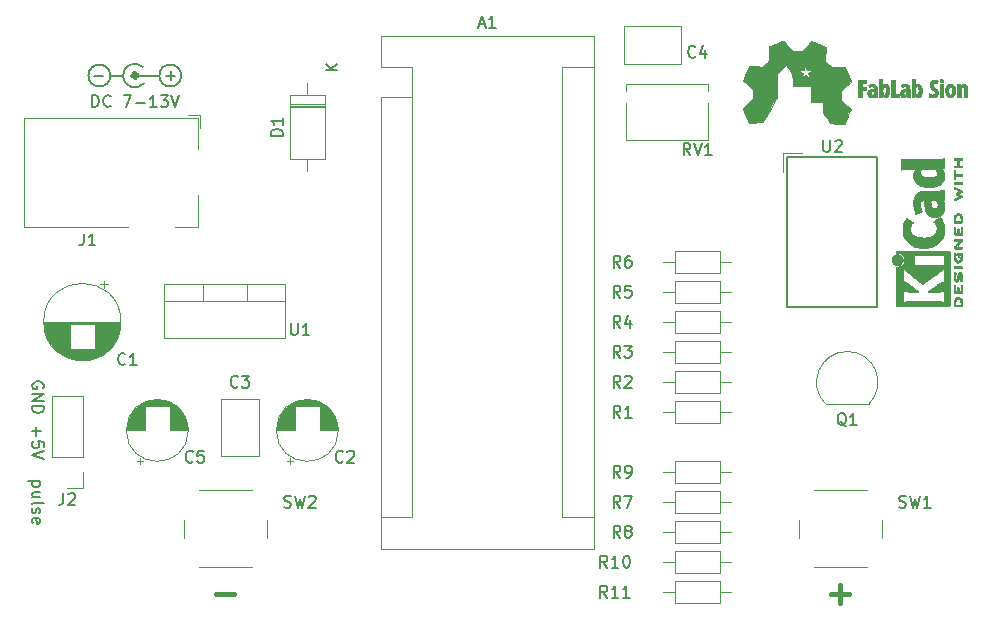
<source format=gto>
G04 #@! TF.GenerationSoftware,KiCad,Pcbnew,(5.0.1-3-g963ef8bb5)*
G04 #@! TF.CreationDate,2018-12-20T00:01:49+01:00*
G04 #@! TF.ProjectId,fablab_Arduino,6661626C61625F41726475696E6F2E6B,rev?*
G04 #@! TF.SameCoordinates,Original*
G04 #@! TF.FileFunction,Legend,Top*
G04 #@! TF.FilePolarity,Positive*
%FSLAX46Y46*%
G04 Gerber Fmt 4.6, Leading zero omitted, Abs format (unit mm)*
G04 Created by KiCad (PCBNEW (5.0.1-3-g963ef8bb5)) date 2018 December 20, Thursday 00:01:49*
%MOMM*%
%LPD*%
G01*
G04 APERTURE LIST*
%ADD10C,0.200000*%
%ADD11C,0.400000*%
%ADD12C,0.120000*%
%ADD13C,0.150000*%
%ADD14C,0.010000*%
%ADD15C,0.500000*%
G04 APERTURE END LIST*
D10*
X90995952Y-82113380D02*
X90995952Y-81113380D01*
X91234047Y-81113380D01*
X91376904Y-81161000D01*
X91472142Y-81256238D01*
X91519761Y-81351476D01*
X91567380Y-81541952D01*
X91567380Y-81684809D01*
X91519761Y-81875285D01*
X91472142Y-81970523D01*
X91376904Y-82065761D01*
X91234047Y-82113380D01*
X90995952Y-82113380D01*
X92567380Y-82018142D02*
X92519761Y-82065761D01*
X92376904Y-82113380D01*
X92281666Y-82113380D01*
X92138809Y-82065761D01*
X92043571Y-81970523D01*
X91995952Y-81875285D01*
X91948333Y-81684809D01*
X91948333Y-81541952D01*
X91995952Y-81351476D01*
X92043571Y-81256238D01*
X92138809Y-81161000D01*
X92281666Y-81113380D01*
X92376904Y-81113380D01*
X92519761Y-81161000D01*
X92567380Y-81208619D01*
X93662619Y-81113380D02*
X94329285Y-81113380D01*
X93900714Y-82113380D01*
X94710238Y-81732428D02*
X95472142Y-81732428D01*
X96472142Y-82113380D02*
X95900714Y-82113380D01*
X96186428Y-82113380D02*
X96186428Y-81113380D01*
X96091190Y-81256238D01*
X95995952Y-81351476D01*
X95900714Y-81399095D01*
X96805476Y-81113380D02*
X97424523Y-81113380D01*
X97091190Y-81494333D01*
X97234047Y-81494333D01*
X97329285Y-81541952D01*
X97376904Y-81589571D01*
X97424523Y-81684809D01*
X97424523Y-81922904D01*
X97376904Y-82018142D01*
X97329285Y-82065761D01*
X97234047Y-82113380D01*
X96948333Y-82113380D01*
X96853095Y-82065761D01*
X96805476Y-82018142D01*
X97710238Y-81113380D02*
X98043571Y-82113380D01*
X98376904Y-81113380D01*
X91186047Y-79446428D02*
X91947952Y-79446428D01*
X97282047Y-79446428D02*
X98043952Y-79446428D01*
X97663000Y-79827380D02*
X97663000Y-79065476D01*
D11*
X153543095Y-123332857D02*
X155066904Y-123332857D01*
X154305000Y-124094761D02*
X154305000Y-122570952D01*
X101473095Y-123332857D02*
X102996904Y-123332857D01*
D10*
X86574285Y-113808095D02*
X85574285Y-113808095D01*
X86526666Y-113808095D02*
X86574285Y-113903333D01*
X86574285Y-114093809D01*
X86526666Y-114189047D01*
X86479047Y-114236666D01*
X86383809Y-114284285D01*
X86098095Y-114284285D01*
X86002857Y-114236666D01*
X85955238Y-114189047D01*
X85907619Y-114093809D01*
X85907619Y-113903333D01*
X85955238Y-113808095D01*
X86574285Y-115141428D02*
X85907619Y-115141428D01*
X86574285Y-114712857D02*
X86050476Y-114712857D01*
X85955238Y-114760476D01*
X85907619Y-114855714D01*
X85907619Y-114998571D01*
X85955238Y-115093809D01*
X86002857Y-115141428D01*
X85907619Y-115760476D02*
X85955238Y-115665238D01*
X86050476Y-115617619D01*
X86907619Y-115617619D01*
X85955238Y-116093809D02*
X85907619Y-116189047D01*
X85907619Y-116379523D01*
X85955238Y-116474761D01*
X86050476Y-116522380D01*
X86098095Y-116522380D01*
X86193333Y-116474761D01*
X86240952Y-116379523D01*
X86240952Y-116236666D01*
X86288571Y-116141428D01*
X86383809Y-116093809D01*
X86431428Y-116093809D01*
X86526666Y-116141428D01*
X86574285Y-116236666D01*
X86574285Y-116379523D01*
X86526666Y-116474761D01*
X85955238Y-117331904D02*
X85907619Y-117236666D01*
X85907619Y-117046190D01*
X85955238Y-116950952D01*
X86050476Y-116903333D01*
X86431428Y-116903333D01*
X86526666Y-116950952D01*
X86574285Y-117046190D01*
X86574285Y-117236666D01*
X86526666Y-117331904D01*
X86431428Y-117379523D01*
X86336190Y-117379523D01*
X86240952Y-116903333D01*
X86288571Y-109204285D02*
X86288571Y-109966190D01*
X85907619Y-109585238D02*
X86669523Y-109585238D01*
X86907619Y-110918571D02*
X86907619Y-110442380D01*
X86431428Y-110394761D01*
X86479047Y-110442380D01*
X86526666Y-110537619D01*
X86526666Y-110775714D01*
X86479047Y-110870952D01*
X86431428Y-110918571D01*
X86336190Y-110966190D01*
X86098095Y-110966190D01*
X86002857Y-110918571D01*
X85955238Y-110870952D01*
X85907619Y-110775714D01*
X85907619Y-110537619D01*
X85955238Y-110442380D01*
X86002857Y-110394761D01*
X86907619Y-111251904D02*
X85907619Y-111585238D01*
X86907619Y-111918571D01*
X86860000Y-105918095D02*
X86907619Y-105822857D01*
X86907619Y-105680000D01*
X86860000Y-105537142D01*
X86764761Y-105441904D01*
X86669523Y-105394285D01*
X86479047Y-105346666D01*
X86336190Y-105346666D01*
X86145714Y-105394285D01*
X86050476Y-105441904D01*
X85955238Y-105537142D01*
X85907619Y-105680000D01*
X85907619Y-105775238D01*
X85955238Y-105918095D01*
X86002857Y-105965714D01*
X86336190Y-105965714D01*
X86336190Y-105775238D01*
X85907619Y-106394285D02*
X86907619Y-106394285D01*
X85907619Y-106965714D01*
X86907619Y-106965714D01*
X85907619Y-107441904D02*
X86907619Y-107441904D01*
X86907619Y-107680000D01*
X86860000Y-107822857D01*
X86764761Y-107918095D01*
X86669523Y-107965714D01*
X86479047Y-108013333D01*
X86336190Y-108013333D01*
X86145714Y-107965714D01*
X86050476Y-107918095D01*
X85955238Y-107822857D01*
X85907619Y-107680000D01*
X85907619Y-107441904D01*
D12*
G04 #@! TO.C,J1*
X100160000Y-83880000D02*
X100160000Y-82830000D01*
X99110000Y-82830000D02*
X100160000Y-82830000D01*
X94060000Y-92230000D02*
X85260000Y-92230000D01*
X85260000Y-92230000D02*
X85260000Y-83030000D01*
X99960000Y-89530000D02*
X99960000Y-92230000D01*
X99960000Y-92230000D02*
X98060000Y-92230000D01*
X85260000Y-83030000D02*
X99960000Y-83030000D01*
X99960000Y-83030000D02*
X99960000Y-85630000D01*
G04 #@! TO.C,SW2*
X105810000Y-118570000D02*
X105810000Y-117070000D01*
X104560000Y-114570000D02*
X100060000Y-114570000D01*
X98810000Y-117070000D02*
X98810000Y-118570000D01*
X100060000Y-121070000D02*
X104560000Y-121070000D01*
G04 #@! TO.C,A1*
X118110000Y-81280000D02*
X118110000Y-78740000D01*
X118110000Y-78740000D02*
X115440000Y-78740000D01*
X115440000Y-81280000D02*
X115440000Y-119510000D01*
X115440000Y-76070000D02*
X115440000Y-78740000D01*
X130810000Y-78740000D02*
X133480000Y-78740000D01*
X130810000Y-78740000D02*
X130810000Y-116840000D01*
X130810000Y-116840000D02*
X133480000Y-116840000D01*
X118110000Y-81280000D02*
X115440000Y-81280000D01*
X118110000Y-81280000D02*
X118110000Y-116840000D01*
X118110000Y-116840000D02*
X115440000Y-116840000D01*
X115440000Y-119510000D02*
X133480000Y-119510000D01*
X133480000Y-119510000D02*
X133480000Y-76070000D01*
X133480000Y-76070000D02*
X115440000Y-76070000D01*
G04 #@! TO.C,D1*
X110690000Y-81100000D02*
X107750000Y-81100000D01*
X107750000Y-81100000D02*
X107750000Y-86540000D01*
X107750000Y-86540000D02*
X110690000Y-86540000D01*
X110690000Y-86540000D02*
X110690000Y-81100000D01*
X109220000Y-80080000D02*
X109220000Y-81100000D01*
X109220000Y-87560000D02*
X109220000Y-86540000D01*
X110690000Y-82000000D02*
X107750000Y-82000000D01*
X110690000Y-82120000D02*
X107750000Y-82120000D01*
X110690000Y-81880000D02*
X107750000Y-81880000D01*
G04 #@! TO.C,Q1*
X153140000Y-107260000D02*
X156740000Y-107260000D01*
X153101522Y-107248478D02*
G75*
G02X154940000Y-102810000I1838478J1838478D01*
G01*
X156778478Y-107248478D02*
G75*
G03X154940000Y-102810000I-1838478J1838478D01*
G01*
G04 #@! TO.C,U1*
X97115000Y-97060000D02*
X107355000Y-97060000D01*
X97115000Y-101701000D02*
X107355000Y-101701000D01*
X97115000Y-97060000D02*
X97115000Y-101701000D01*
X107355000Y-97060000D02*
X107355000Y-101701000D01*
X97115000Y-98570000D02*
X107355000Y-98570000D01*
X100385000Y-97060000D02*
X100385000Y-98570000D01*
X104086000Y-97060000D02*
X104086000Y-98570000D01*
D13*
G04 #@! TO.C,U2*
X157480000Y-86360000D02*
X149860000Y-86360000D01*
X149860000Y-86360000D02*
X149860000Y-99060000D01*
X149860000Y-99060000D02*
X157480000Y-99060000D01*
X157480000Y-99060000D02*
X157480000Y-86360000D01*
D12*
X149500000Y-87630000D02*
X149500000Y-86000000D01*
X149500000Y-86000000D02*
X151130000Y-86000000D01*
G04 #@! TO.C,R10*
X140320000Y-119730000D02*
X140320000Y-121570000D01*
X140320000Y-121570000D02*
X144160000Y-121570000D01*
X144160000Y-121570000D02*
X144160000Y-119730000D01*
X144160000Y-119730000D02*
X140320000Y-119730000D01*
X139370000Y-120650000D02*
X140320000Y-120650000D01*
X145110000Y-120650000D02*
X144160000Y-120650000D01*
G04 #@! TO.C,R11*
X139370000Y-123190000D02*
X140320000Y-123190000D01*
X145110000Y-123190000D02*
X144160000Y-123190000D01*
X140320000Y-124110000D02*
X144160000Y-124110000D01*
X140320000Y-122270000D02*
X140320000Y-124110000D01*
X144160000Y-122270000D02*
X140320000Y-122270000D01*
X144160000Y-124110000D02*
X144160000Y-122270000D01*
G04 #@! TO.C,R1*
X144160000Y-108870000D02*
X144160000Y-107030000D01*
X144160000Y-107030000D02*
X140320000Y-107030000D01*
X140320000Y-107030000D02*
X140320000Y-108870000D01*
X140320000Y-108870000D02*
X144160000Y-108870000D01*
X145110000Y-107950000D02*
X144160000Y-107950000D01*
X139370000Y-107950000D02*
X140320000Y-107950000D01*
G04 #@! TO.C,R2*
X139370000Y-105410000D02*
X140320000Y-105410000D01*
X145110000Y-105410000D02*
X144160000Y-105410000D01*
X140320000Y-106330000D02*
X144160000Y-106330000D01*
X140320000Y-104490000D02*
X140320000Y-106330000D01*
X144160000Y-104490000D02*
X140320000Y-104490000D01*
X144160000Y-106330000D02*
X144160000Y-104490000D01*
G04 #@! TO.C,R3*
X144160000Y-103790000D02*
X144160000Y-101950000D01*
X144160000Y-101950000D02*
X140320000Y-101950000D01*
X140320000Y-101950000D02*
X140320000Y-103790000D01*
X140320000Y-103790000D02*
X144160000Y-103790000D01*
X145110000Y-102870000D02*
X144160000Y-102870000D01*
X139370000Y-102870000D02*
X140320000Y-102870000D01*
G04 #@! TO.C,R4*
X139370000Y-100330000D02*
X140320000Y-100330000D01*
X145110000Y-100330000D02*
X144160000Y-100330000D01*
X140320000Y-101250000D02*
X144160000Y-101250000D01*
X140320000Y-99410000D02*
X140320000Y-101250000D01*
X144160000Y-99410000D02*
X140320000Y-99410000D01*
X144160000Y-101250000D02*
X144160000Y-99410000D01*
G04 #@! TO.C,R5*
X144160000Y-98710000D02*
X144160000Y-96870000D01*
X144160000Y-96870000D02*
X140320000Y-96870000D01*
X140320000Y-96870000D02*
X140320000Y-98710000D01*
X140320000Y-98710000D02*
X144160000Y-98710000D01*
X145110000Y-97790000D02*
X144160000Y-97790000D01*
X139370000Y-97790000D02*
X140320000Y-97790000D01*
G04 #@! TO.C,R6*
X139370000Y-95250000D02*
X140320000Y-95250000D01*
X145110000Y-95250000D02*
X144160000Y-95250000D01*
X140320000Y-96170000D02*
X144160000Y-96170000D01*
X140320000Y-94330000D02*
X140320000Y-96170000D01*
X144160000Y-94330000D02*
X140320000Y-94330000D01*
X144160000Y-96170000D02*
X144160000Y-94330000D01*
G04 #@! TO.C,R7*
X144160000Y-116490000D02*
X144160000Y-114650000D01*
X144160000Y-114650000D02*
X140320000Y-114650000D01*
X140320000Y-114650000D02*
X140320000Y-116490000D01*
X140320000Y-116490000D02*
X144160000Y-116490000D01*
X145110000Y-115570000D02*
X144160000Y-115570000D01*
X139370000Y-115570000D02*
X140320000Y-115570000D01*
G04 #@! TO.C,R8*
X139370000Y-118110000D02*
X140320000Y-118110000D01*
X145110000Y-118110000D02*
X144160000Y-118110000D01*
X140320000Y-119030000D02*
X144160000Y-119030000D01*
X140320000Y-117190000D02*
X140320000Y-119030000D01*
X144160000Y-117190000D02*
X140320000Y-117190000D01*
X144160000Y-119030000D02*
X144160000Y-117190000D01*
G04 #@! TO.C,R9*
X144160000Y-113950000D02*
X144160000Y-112110000D01*
X144160000Y-112110000D02*
X140320000Y-112110000D01*
X140320000Y-112110000D02*
X140320000Y-113950000D01*
X140320000Y-113950000D02*
X144160000Y-113950000D01*
X145110000Y-113030000D02*
X144160000Y-113030000D01*
X139370000Y-113030000D02*
X140320000Y-113030000D01*
G04 #@! TO.C,SW1*
X152130000Y-121070000D02*
X156630000Y-121070000D01*
X150880000Y-117070000D02*
X150880000Y-118570000D01*
X156630000Y-114570000D02*
X152130000Y-114570000D01*
X157880000Y-118570000D02*
X157880000Y-117070000D01*
G04 #@! TO.C,J2*
X90230000Y-106620000D02*
X87570000Y-106620000D01*
X90230000Y-111760000D02*
X90230000Y-106620000D01*
X87570000Y-111760000D02*
X87570000Y-106620000D01*
X90230000Y-111760000D02*
X87570000Y-111760000D01*
X90230000Y-113030000D02*
X90230000Y-114360000D01*
X90230000Y-114360000D02*
X88900000Y-114360000D01*
G04 #@! TO.C,RV1*
X136225000Y-80140000D02*
X143175000Y-80140000D01*
X136225000Y-84880000D02*
X143175000Y-84880000D01*
X136225000Y-80140000D02*
X136225000Y-80785000D01*
X136225000Y-81775000D02*
X136225000Y-84880000D01*
X143175000Y-80140000D02*
X143175000Y-80785000D01*
X143175000Y-81775000D02*
X143175000Y-84880000D01*
G04 #@! TO.C,C1*
X93440000Y-100310000D02*
G75*
G03X93440000Y-100310000I-3270000J0D01*
G01*
X93400000Y-100310000D02*
X86940000Y-100310000D01*
X93400000Y-100350000D02*
X86940000Y-100350000D01*
X93400000Y-100390000D02*
X86940000Y-100390000D01*
X93398000Y-100430000D02*
X86942000Y-100430000D01*
X93397000Y-100470000D02*
X86943000Y-100470000D01*
X93394000Y-100510000D02*
X86946000Y-100510000D01*
X93392000Y-100550000D02*
X91210000Y-100550000D01*
X89130000Y-100550000D02*
X86948000Y-100550000D01*
X93388000Y-100590000D02*
X91210000Y-100590000D01*
X89130000Y-100590000D02*
X86952000Y-100590000D01*
X93385000Y-100630000D02*
X91210000Y-100630000D01*
X89130000Y-100630000D02*
X86955000Y-100630000D01*
X93381000Y-100670000D02*
X91210000Y-100670000D01*
X89130000Y-100670000D02*
X86959000Y-100670000D01*
X93376000Y-100710000D02*
X91210000Y-100710000D01*
X89130000Y-100710000D02*
X86964000Y-100710000D01*
X93371000Y-100750000D02*
X91210000Y-100750000D01*
X89130000Y-100750000D02*
X86969000Y-100750000D01*
X93365000Y-100790000D02*
X91210000Y-100790000D01*
X89130000Y-100790000D02*
X86975000Y-100790000D01*
X93359000Y-100830000D02*
X91210000Y-100830000D01*
X89130000Y-100830000D02*
X86981000Y-100830000D01*
X93352000Y-100870000D02*
X91210000Y-100870000D01*
X89130000Y-100870000D02*
X86988000Y-100870000D01*
X93345000Y-100910000D02*
X91210000Y-100910000D01*
X89130000Y-100910000D02*
X86995000Y-100910000D01*
X93337000Y-100950000D02*
X91210000Y-100950000D01*
X89130000Y-100950000D02*
X87003000Y-100950000D01*
X93329000Y-100990000D02*
X91210000Y-100990000D01*
X89130000Y-100990000D02*
X87011000Y-100990000D01*
X93320000Y-101031000D02*
X91210000Y-101031000D01*
X89130000Y-101031000D02*
X87020000Y-101031000D01*
X93311000Y-101071000D02*
X91210000Y-101071000D01*
X89130000Y-101071000D02*
X87029000Y-101071000D01*
X93301000Y-101111000D02*
X91210000Y-101111000D01*
X89130000Y-101111000D02*
X87039000Y-101111000D01*
X93291000Y-101151000D02*
X91210000Y-101151000D01*
X89130000Y-101151000D02*
X87049000Y-101151000D01*
X93280000Y-101191000D02*
X91210000Y-101191000D01*
X89130000Y-101191000D02*
X87060000Y-101191000D01*
X93268000Y-101231000D02*
X91210000Y-101231000D01*
X89130000Y-101231000D02*
X87072000Y-101231000D01*
X93256000Y-101271000D02*
X91210000Y-101271000D01*
X89130000Y-101271000D02*
X87084000Y-101271000D01*
X93244000Y-101311000D02*
X91210000Y-101311000D01*
X89130000Y-101311000D02*
X87096000Y-101311000D01*
X93231000Y-101351000D02*
X91210000Y-101351000D01*
X89130000Y-101351000D02*
X87109000Y-101351000D01*
X93217000Y-101391000D02*
X91210000Y-101391000D01*
X89130000Y-101391000D02*
X87123000Y-101391000D01*
X93203000Y-101431000D02*
X91210000Y-101431000D01*
X89130000Y-101431000D02*
X87137000Y-101431000D01*
X93188000Y-101471000D02*
X91210000Y-101471000D01*
X89130000Y-101471000D02*
X87152000Y-101471000D01*
X93172000Y-101511000D02*
X91210000Y-101511000D01*
X89130000Y-101511000D02*
X87168000Y-101511000D01*
X93156000Y-101551000D02*
X91210000Y-101551000D01*
X89130000Y-101551000D02*
X87184000Y-101551000D01*
X93140000Y-101591000D02*
X91210000Y-101591000D01*
X89130000Y-101591000D02*
X87200000Y-101591000D01*
X93122000Y-101631000D02*
X91210000Y-101631000D01*
X89130000Y-101631000D02*
X87218000Y-101631000D01*
X93104000Y-101671000D02*
X91210000Y-101671000D01*
X89130000Y-101671000D02*
X87236000Y-101671000D01*
X93086000Y-101711000D02*
X91210000Y-101711000D01*
X89130000Y-101711000D02*
X87254000Y-101711000D01*
X93066000Y-101751000D02*
X91210000Y-101751000D01*
X89130000Y-101751000D02*
X87274000Y-101751000D01*
X93046000Y-101791000D02*
X91210000Y-101791000D01*
X89130000Y-101791000D02*
X87294000Y-101791000D01*
X93026000Y-101831000D02*
X91210000Y-101831000D01*
X89130000Y-101831000D02*
X87314000Y-101831000D01*
X93004000Y-101871000D02*
X91210000Y-101871000D01*
X89130000Y-101871000D02*
X87336000Y-101871000D01*
X92982000Y-101911000D02*
X91210000Y-101911000D01*
X89130000Y-101911000D02*
X87358000Y-101911000D01*
X92960000Y-101951000D02*
X91210000Y-101951000D01*
X89130000Y-101951000D02*
X87380000Y-101951000D01*
X92936000Y-101991000D02*
X91210000Y-101991000D01*
X89130000Y-101991000D02*
X87404000Y-101991000D01*
X92912000Y-102031000D02*
X91210000Y-102031000D01*
X89130000Y-102031000D02*
X87428000Y-102031000D01*
X92886000Y-102071000D02*
X91210000Y-102071000D01*
X89130000Y-102071000D02*
X87454000Y-102071000D01*
X92860000Y-102111000D02*
X91210000Y-102111000D01*
X89130000Y-102111000D02*
X87480000Y-102111000D01*
X92834000Y-102151000D02*
X91210000Y-102151000D01*
X89130000Y-102151000D02*
X87506000Y-102151000D01*
X92806000Y-102191000D02*
X91210000Y-102191000D01*
X89130000Y-102191000D02*
X87534000Y-102191000D01*
X92777000Y-102231000D02*
X91210000Y-102231000D01*
X89130000Y-102231000D02*
X87563000Y-102231000D01*
X92748000Y-102271000D02*
X91210000Y-102271000D01*
X89130000Y-102271000D02*
X87592000Y-102271000D01*
X92718000Y-102311000D02*
X91210000Y-102311000D01*
X89130000Y-102311000D02*
X87622000Y-102311000D01*
X92686000Y-102351000D02*
X91210000Y-102351000D01*
X89130000Y-102351000D02*
X87654000Y-102351000D01*
X92654000Y-102391000D02*
X91210000Y-102391000D01*
X89130000Y-102391000D02*
X87686000Y-102391000D01*
X92620000Y-102431000D02*
X91210000Y-102431000D01*
X89130000Y-102431000D02*
X87720000Y-102431000D01*
X92586000Y-102471000D02*
X91210000Y-102471000D01*
X89130000Y-102471000D02*
X87754000Y-102471000D01*
X92550000Y-102511000D02*
X91210000Y-102511000D01*
X89130000Y-102511000D02*
X87790000Y-102511000D01*
X92513000Y-102551000D02*
X91210000Y-102551000D01*
X89130000Y-102551000D02*
X87827000Y-102551000D01*
X92475000Y-102591000D02*
X91210000Y-102591000D01*
X89130000Y-102591000D02*
X87865000Y-102591000D01*
X92435000Y-102631000D02*
X87905000Y-102631000D01*
X92394000Y-102671000D02*
X87946000Y-102671000D01*
X92352000Y-102711000D02*
X87988000Y-102711000D01*
X92307000Y-102751000D02*
X88033000Y-102751000D01*
X92262000Y-102791000D02*
X88078000Y-102791000D01*
X92214000Y-102831000D02*
X88126000Y-102831000D01*
X92165000Y-102871000D02*
X88175000Y-102871000D01*
X92114000Y-102911000D02*
X88226000Y-102911000D01*
X92060000Y-102951000D02*
X88280000Y-102951000D01*
X92004000Y-102991000D02*
X88336000Y-102991000D01*
X91946000Y-103031000D02*
X88394000Y-103031000D01*
X91884000Y-103071000D02*
X88456000Y-103071000D01*
X91820000Y-103111000D02*
X88520000Y-103111000D01*
X91751000Y-103151000D02*
X88589000Y-103151000D01*
X91679000Y-103191000D02*
X88661000Y-103191000D01*
X91602000Y-103231000D02*
X88738000Y-103231000D01*
X91520000Y-103271000D02*
X88820000Y-103271000D01*
X91432000Y-103311000D02*
X88908000Y-103311000D01*
X91335000Y-103351000D02*
X89005000Y-103351000D01*
X91229000Y-103391000D02*
X89111000Y-103391000D01*
X91110000Y-103431000D02*
X89230000Y-103431000D01*
X90972000Y-103471000D02*
X89368000Y-103471000D01*
X90803000Y-103511000D02*
X89537000Y-103511000D01*
X90572000Y-103551000D02*
X89768000Y-103551000D01*
X92009000Y-96809759D02*
X92009000Y-97439759D01*
X92324000Y-97124759D02*
X91694000Y-97124759D01*
G04 #@! TO.C,C2*
X111840000Y-109490000D02*
G75*
G03X111840000Y-109490000I-2620000J0D01*
G01*
X110260000Y-109490000D02*
X111800000Y-109490000D01*
X106640000Y-109490000D02*
X108180000Y-109490000D01*
X110260000Y-109450000D02*
X111800000Y-109450000D01*
X106640000Y-109450000D02*
X108180000Y-109450000D01*
X106641000Y-109410000D02*
X108180000Y-109410000D01*
X110260000Y-109410000D02*
X111799000Y-109410000D01*
X106642000Y-109370000D02*
X108180000Y-109370000D01*
X110260000Y-109370000D02*
X111798000Y-109370000D01*
X106644000Y-109330000D02*
X108180000Y-109330000D01*
X110260000Y-109330000D02*
X111796000Y-109330000D01*
X106647000Y-109290000D02*
X108180000Y-109290000D01*
X110260000Y-109290000D02*
X111793000Y-109290000D01*
X106651000Y-109250000D02*
X108180000Y-109250000D01*
X110260000Y-109250000D02*
X111789000Y-109250000D01*
X106655000Y-109210000D02*
X108180000Y-109210000D01*
X110260000Y-109210000D02*
X111785000Y-109210000D01*
X106659000Y-109170000D02*
X108180000Y-109170000D01*
X110260000Y-109170000D02*
X111781000Y-109170000D01*
X106664000Y-109130000D02*
X108180000Y-109130000D01*
X110260000Y-109130000D02*
X111776000Y-109130000D01*
X106670000Y-109090000D02*
X108180000Y-109090000D01*
X110260000Y-109090000D02*
X111770000Y-109090000D01*
X106677000Y-109050000D02*
X108180000Y-109050000D01*
X110260000Y-109050000D02*
X111763000Y-109050000D01*
X106684000Y-109010000D02*
X108180000Y-109010000D01*
X110260000Y-109010000D02*
X111756000Y-109010000D01*
X106692000Y-108970000D02*
X108180000Y-108970000D01*
X110260000Y-108970000D02*
X111748000Y-108970000D01*
X106700000Y-108930000D02*
X108180000Y-108930000D01*
X110260000Y-108930000D02*
X111740000Y-108930000D01*
X106709000Y-108890000D02*
X108180000Y-108890000D01*
X110260000Y-108890000D02*
X111731000Y-108890000D01*
X106719000Y-108850000D02*
X108180000Y-108850000D01*
X110260000Y-108850000D02*
X111721000Y-108850000D01*
X106729000Y-108810000D02*
X108180000Y-108810000D01*
X110260000Y-108810000D02*
X111711000Y-108810000D01*
X106740000Y-108769000D02*
X108180000Y-108769000D01*
X110260000Y-108769000D02*
X111700000Y-108769000D01*
X106752000Y-108729000D02*
X108180000Y-108729000D01*
X110260000Y-108729000D02*
X111688000Y-108729000D01*
X106765000Y-108689000D02*
X108180000Y-108689000D01*
X110260000Y-108689000D02*
X111675000Y-108689000D01*
X106778000Y-108649000D02*
X108180000Y-108649000D01*
X110260000Y-108649000D02*
X111662000Y-108649000D01*
X106792000Y-108609000D02*
X108180000Y-108609000D01*
X110260000Y-108609000D02*
X111648000Y-108609000D01*
X106806000Y-108569000D02*
X108180000Y-108569000D01*
X110260000Y-108569000D02*
X111634000Y-108569000D01*
X106822000Y-108529000D02*
X108180000Y-108529000D01*
X110260000Y-108529000D02*
X111618000Y-108529000D01*
X106838000Y-108489000D02*
X108180000Y-108489000D01*
X110260000Y-108489000D02*
X111602000Y-108489000D01*
X106855000Y-108449000D02*
X108180000Y-108449000D01*
X110260000Y-108449000D02*
X111585000Y-108449000D01*
X106872000Y-108409000D02*
X108180000Y-108409000D01*
X110260000Y-108409000D02*
X111568000Y-108409000D01*
X106891000Y-108369000D02*
X108180000Y-108369000D01*
X110260000Y-108369000D02*
X111549000Y-108369000D01*
X106910000Y-108329000D02*
X108180000Y-108329000D01*
X110260000Y-108329000D02*
X111530000Y-108329000D01*
X106930000Y-108289000D02*
X108180000Y-108289000D01*
X110260000Y-108289000D02*
X111510000Y-108289000D01*
X106952000Y-108249000D02*
X108180000Y-108249000D01*
X110260000Y-108249000D02*
X111488000Y-108249000D01*
X106973000Y-108209000D02*
X108180000Y-108209000D01*
X110260000Y-108209000D02*
X111467000Y-108209000D01*
X106996000Y-108169000D02*
X108180000Y-108169000D01*
X110260000Y-108169000D02*
X111444000Y-108169000D01*
X107020000Y-108129000D02*
X108180000Y-108129000D01*
X110260000Y-108129000D02*
X111420000Y-108129000D01*
X107045000Y-108089000D02*
X108180000Y-108089000D01*
X110260000Y-108089000D02*
X111395000Y-108089000D01*
X107071000Y-108049000D02*
X108180000Y-108049000D01*
X110260000Y-108049000D02*
X111369000Y-108049000D01*
X107098000Y-108009000D02*
X108180000Y-108009000D01*
X110260000Y-108009000D02*
X111342000Y-108009000D01*
X107125000Y-107969000D02*
X108180000Y-107969000D01*
X110260000Y-107969000D02*
X111315000Y-107969000D01*
X107155000Y-107929000D02*
X108180000Y-107929000D01*
X110260000Y-107929000D02*
X111285000Y-107929000D01*
X107185000Y-107889000D02*
X108180000Y-107889000D01*
X110260000Y-107889000D02*
X111255000Y-107889000D01*
X107216000Y-107849000D02*
X108180000Y-107849000D01*
X110260000Y-107849000D02*
X111224000Y-107849000D01*
X107249000Y-107809000D02*
X108180000Y-107809000D01*
X110260000Y-107809000D02*
X111191000Y-107809000D01*
X107283000Y-107769000D02*
X108180000Y-107769000D01*
X110260000Y-107769000D02*
X111157000Y-107769000D01*
X107319000Y-107729000D02*
X108180000Y-107729000D01*
X110260000Y-107729000D02*
X111121000Y-107729000D01*
X107356000Y-107689000D02*
X108180000Y-107689000D01*
X110260000Y-107689000D02*
X111084000Y-107689000D01*
X107394000Y-107649000D02*
X108180000Y-107649000D01*
X110260000Y-107649000D02*
X111046000Y-107649000D01*
X107435000Y-107609000D02*
X108180000Y-107609000D01*
X110260000Y-107609000D02*
X111005000Y-107609000D01*
X107477000Y-107569000D02*
X108180000Y-107569000D01*
X110260000Y-107569000D02*
X110963000Y-107569000D01*
X107521000Y-107529000D02*
X108180000Y-107529000D01*
X110260000Y-107529000D02*
X110919000Y-107529000D01*
X107567000Y-107489000D02*
X108180000Y-107489000D01*
X110260000Y-107489000D02*
X110873000Y-107489000D01*
X107615000Y-107449000D02*
X110825000Y-107449000D01*
X107666000Y-107409000D02*
X110774000Y-107409000D01*
X107720000Y-107369000D02*
X110720000Y-107369000D01*
X107777000Y-107329000D02*
X110663000Y-107329000D01*
X107837000Y-107289000D02*
X110603000Y-107289000D01*
X107901000Y-107249000D02*
X110539000Y-107249000D01*
X107969000Y-107209000D02*
X110471000Y-107209000D01*
X108042000Y-107169000D02*
X110398000Y-107169000D01*
X108122000Y-107129000D02*
X110318000Y-107129000D01*
X108209000Y-107089000D02*
X110231000Y-107089000D01*
X108305000Y-107049000D02*
X110135000Y-107049000D01*
X108415000Y-107009000D02*
X110025000Y-107009000D01*
X108543000Y-106969000D02*
X109897000Y-106969000D01*
X108702000Y-106929000D02*
X109738000Y-106929000D01*
X108936000Y-106889000D02*
X109504000Y-106889000D01*
X107745000Y-112294775D02*
X107745000Y-111794775D01*
X107495000Y-112044775D02*
X107995000Y-112044775D01*
G04 #@! TO.C,C3*
X101885000Y-111660000D02*
X101885000Y-106820000D01*
X105125000Y-111660000D02*
X105125000Y-106820000D01*
X101885000Y-111660000D02*
X105125000Y-111660000D01*
X101885000Y-106820000D02*
X105125000Y-106820000D01*
G04 #@! TO.C,C4*
X136030000Y-78455000D02*
X136030000Y-75215000D01*
X140870000Y-78455000D02*
X140870000Y-75215000D01*
X140870000Y-75215000D02*
X136030000Y-75215000D01*
X140870000Y-78455000D02*
X136030000Y-78455000D01*
G04 #@! TO.C,C5*
X94795000Y-112044775D02*
X95295000Y-112044775D01*
X95045000Y-112294775D02*
X95045000Y-111794775D01*
X96236000Y-106889000D02*
X96804000Y-106889000D01*
X96002000Y-106929000D02*
X97038000Y-106929000D01*
X95843000Y-106969000D02*
X97197000Y-106969000D01*
X95715000Y-107009000D02*
X97325000Y-107009000D01*
X95605000Y-107049000D02*
X97435000Y-107049000D01*
X95509000Y-107089000D02*
X97531000Y-107089000D01*
X95422000Y-107129000D02*
X97618000Y-107129000D01*
X95342000Y-107169000D02*
X97698000Y-107169000D01*
X95269000Y-107209000D02*
X97771000Y-107209000D01*
X95201000Y-107249000D02*
X97839000Y-107249000D01*
X95137000Y-107289000D02*
X97903000Y-107289000D01*
X95077000Y-107329000D02*
X97963000Y-107329000D01*
X95020000Y-107369000D02*
X98020000Y-107369000D01*
X94966000Y-107409000D02*
X98074000Y-107409000D01*
X94915000Y-107449000D02*
X98125000Y-107449000D01*
X97560000Y-107489000D02*
X98173000Y-107489000D01*
X94867000Y-107489000D02*
X95480000Y-107489000D01*
X97560000Y-107529000D02*
X98219000Y-107529000D01*
X94821000Y-107529000D02*
X95480000Y-107529000D01*
X97560000Y-107569000D02*
X98263000Y-107569000D01*
X94777000Y-107569000D02*
X95480000Y-107569000D01*
X97560000Y-107609000D02*
X98305000Y-107609000D01*
X94735000Y-107609000D02*
X95480000Y-107609000D01*
X97560000Y-107649000D02*
X98346000Y-107649000D01*
X94694000Y-107649000D02*
X95480000Y-107649000D01*
X97560000Y-107689000D02*
X98384000Y-107689000D01*
X94656000Y-107689000D02*
X95480000Y-107689000D01*
X97560000Y-107729000D02*
X98421000Y-107729000D01*
X94619000Y-107729000D02*
X95480000Y-107729000D01*
X97560000Y-107769000D02*
X98457000Y-107769000D01*
X94583000Y-107769000D02*
X95480000Y-107769000D01*
X97560000Y-107809000D02*
X98491000Y-107809000D01*
X94549000Y-107809000D02*
X95480000Y-107809000D01*
X97560000Y-107849000D02*
X98524000Y-107849000D01*
X94516000Y-107849000D02*
X95480000Y-107849000D01*
X97560000Y-107889000D02*
X98555000Y-107889000D01*
X94485000Y-107889000D02*
X95480000Y-107889000D01*
X97560000Y-107929000D02*
X98585000Y-107929000D01*
X94455000Y-107929000D02*
X95480000Y-107929000D01*
X97560000Y-107969000D02*
X98615000Y-107969000D01*
X94425000Y-107969000D02*
X95480000Y-107969000D01*
X97560000Y-108009000D02*
X98642000Y-108009000D01*
X94398000Y-108009000D02*
X95480000Y-108009000D01*
X97560000Y-108049000D02*
X98669000Y-108049000D01*
X94371000Y-108049000D02*
X95480000Y-108049000D01*
X97560000Y-108089000D02*
X98695000Y-108089000D01*
X94345000Y-108089000D02*
X95480000Y-108089000D01*
X97560000Y-108129000D02*
X98720000Y-108129000D01*
X94320000Y-108129000D02*
X95480000Y-108129000D01*
X97560000Y-108169000D02*
X98744000Y-108169000D01*
X94296000Y-108169000D02*
X95480000Y-108169000D01*
X97560000Y-108209000D02*
X98767000Y-108209000D01*
X94273000Y-108209000D02*
X95480000Y-108209000D01*
X97560000Y-108249000D02*
X98788000Y-108249000D01*
X94252000Y-108249000D02*
X95480000Y-108249000D01*
X97560000Y-108289000D02*
X98810000Y-108289000D01*
X94230000Y-108289000D02*
X95480000Y-108289000D01*
X97560000Y-108329000D02*
X98830000Y-108329000D01*
X94210000Y-108329000D02*
X95480000Y-108329000D01*
X97560000Y-108369000D02*
X98849000Y-108369000D01*
X94191000Y-108369000D02*
X95480000Y-108369000D01*
X97560000Y-108409000D02*
X98868000Y-108409000D01*
X94172000Y-108409000D02*
X95480000Y-108409000D01*
X97560000Y-108449000D02*
X98885000Y-108449000D01*
X94155000Y-108449000D02*
X95480000Y-108449000D01*
X97560000Y-108489000D02*
X98902000Y-108489000D01*
X94138000Y-108489000D02*
X95480000Y-108489000D01*
X97560000Y-108529000D02*
X98918000Y-108529000D01*
X94122000Y-108529000D02*
X95480000Y-108529000D01*
X97560000Y-108569000D02*
X98934000Y-108569000D01*
X94106000Y-108569000D02*
X95480000Y-108569000D01*
X97560000Y-108609000D02*
X98948000Y-108609000D01*
X94092000Y-108609000D02*
X95480000Y-108609000D01*
X97560000Y-108649000D02*
X98962000Y-108649000D01*
X94078000Y-108649000D02*
X95480000Y-108649000D01*
X97560000Y-108689000D02*
X98975000Y-108689000D01*
X94065000Y-108689000D02*
X95480000Y-108689000D01*
X97560000Y-108729000D02*
X98988000Y-108729000D01*
X94052000Y-108729000D02*
X95480000Y-108729000D01*
X97560000Y-108769000D02*
X99000000Y-108769000D01*
X94040000Y-108769000D02*
X95480000Y-108769000D01*
X97560000Y-108810000D02*
X99011000Y-108810000D01*
X94029000Y-108810000D02*
X95480000Y-108810000D01*
X97560000Y-108850000D02*
X99021000Y-108850000D01*
X94019000Y-108850000D02*
X95480000Y-108850000D01*
X97560000Y-108890000D02*
X99031000Y-108890000D01*
X94009000Y-108890000D02*
X95480000Y-108890000D01*
X97560000Y-108930000D02*
X99040000Y-108930000D01*
X94000000Y-108930000D02*
X95480000Y-108930000D01*
X97560000Y-108970000D02*
X99048000Y-108970000D01*
X93992000Y-108970000D02*
X95480000Y-108970000D01*
X97560000Y-109010000D02*
X99056000Y-109010000D01*
X93984000Y-109010000D02*
X95480000Y-109010000D01*
X97560000Y-109050000D02*
X99063000Y-109050000D01*
X93977000Y-109050000D02*
X95480000Y-109050000D01*
X97560000Y-109090000D02*
X99070000Y-109090000D01*
X93970000Y-109090000D02*
X95480000Y-109090000D01*
X97560000Y-109130000D02*
X99076000Y-109130000D01*
X93964000Y-109130000D02*
X95480000Y-109130000D01*
X97560000Y-109170000D02*
X99081000Y-109170000D01*
X93959000Y-109170000D02*
X95480000Y-109170000D01*
X97560000Y-109210000D02*
X99085000Y-109210000D01*
X93955000Y-109210000D02*
X95480000Y-109210000D01*
X97560000Y-109250000D02*
X99089000Y-109250000D01*
X93951000Y-109250000D02*
X95480000Y-109250000D01*
X97560000Y-109290000D02*
X99093000Y-109290000D01*
X93947000Y-109290000D02*
X95480000Y-109290000D01*
X97560000Y-109330000D02*
X99096000Y-109330000D01*
X93944000Y-109330000D02*
X95480000Y-109330000D01*
X97560000Y-109370000D02*
X99098000Y-109370000D01*
X93942000Y-109370000D02*
X95480000Y-109370000D01*
X97560000Y-109410000D02*
X99099000Y-109410000D01*
X93941000Y-109410000D02*
X95480000Y-109410000D01*
X93940000Y-109450000D02*
X95480000Y-109450000D01*
X97560000Y-109450000D02*
X99100000Y-109450000D01*
X93940000Y-109490000D02*
X95480000Y-109490000D01*
X97560000Y-109490000D02*
X99100000Y-109490000D01*
X99140000Y-109490000D02*
G75*
G03X99140000Y-109490000I-2620000J0D01*
G01*
D14*
G04 #@! TO.C,G\002A\002A\002A*
G36*
X162980533Y-79760812D02*
X163022097Y-79804249D01*
X163041928Y-79865202D01*
X163042600Y-79879858D01*
X163032990Y-79931055D01*
X163008849Y-79976529D01*
X162977211Y-80005289D01*
X162959318Y-80010000D01*
X162929492Y-80014089D01*
X162921218Y-80016089D01*
X162886676Y-80018037D01*
X162862335Y-80015143D01*
X162812999Y-79990296D01*
X162779050Y-79944262D01*
X162762923Y-79887145D01*
X162767051Y-79829051D01*
X162793868Y-79780083D01*
X162803561Y-79771126D01*
X162863454Y-79740697D01*
X162925048Y-79738443D01*
X162980533Y-79760812D01*
X162980533Y-79760812D01*
G37*
X162980533Y-79760812D02*
X163022097Y-79804249D01*
X163041928Y-79865202D01*
X163042600Y-79879858D01*
X163032990Y-79931055D01*
X163008849Y-79976529D01*
X162977211Y-80005289D01*
X162959318Y-80010000D01*
X162929492Y-80014089D01*
X162921218Y-80016089D01*
X162886676Y-80018037D01*
X162862335Y-80015143D01*
X162812999Y-79990296D01*
X162779050Y-79944262D01*
X162762923Y-79887145D01*
X162767051Y-79829051D01*
X162793868Y-79780083D01*
X162803561Y-79771126D01*
X162863454Y-79740697D01*
X162925048Y-79738443D01*
X162980533Y-79760812D01*
G36*
X164906710Y-80172081D02*
X164924103Y-80180305D01*
X164974452Y-80214217D01*
X165012352Y-80262593D01*
X165033330Y-80303071D01*
X165045807Y-80330950D01*
X165055454Y-80357496D01*
X165062637Y-80387370D01*
X165067720Y-80425235D01*
X165071071Y-80475751D01*
X165073055Y-80543582D01*
X165074037Y-80633387D01*
X165074383Y-80749830D01*
X165074434Y-80827034D01*
X165074600Y-81263067D01*
X164823328Y-81263067D01*
X164817731Y-80868576D01*
X164815626Y-80740006D01*
X164813181Y-80640844D01*
X164810036Y-80566632D01*
X164805833Y-80512912D01*
X164800211Y-80475225D01*
X164792812Y-80449112D01*
X164783277Y-80430116D01*
X164782286Y-80428578D01*
X164737370Y-80383751D01*
X164685811Y-80369673D01*
X164633455Y-80385612D01*
X164586147Y-80430837D01*
X164571008Y-80455002D01*
X164560985Y-80477584D01*
X164553239Y-80507144D01*
X164547387Y-80548363D01*
X164543048Y-80605916D01*
X164539840Y-80684482D01*
X164537381Y-80788738D01*
X164535803Y-80886300D01*
X164530405Y-81263067D01*
X164261800Y-81263067D01*
X164261800Y-80162400D01*
X164478956Y-80162400D01*
X164490400Y-80230133D01*
X164499317Y-80272400D01*
X164507753Y-80296050D01*
X164509915Y-80297867D01*
X164524809Y-80286158D01*
X164552256Y-80256886D01*
X164562669Y-80244764D01*
X164633696Y-80185108D01*
X164719651Y-80152227D01*
X164813126Y-80147444D01*
X164906710Y-80172081D01*
X164906710Y-80172081D01*
G37*
X164906710Y-80172081D02*
X164924103Y-80180305D01*
X164974452Y-80214217D01*
X165012352Y-80262593D01*
X165033330Y-80303071D01*
X165045807Y-80330950D01*
X165055454Y-80357496D01*
X165062637Y-80387370D01*
X165067720Y-80425235D01*
X165071071Y-80475751D01*
X165073055Y-80543582D01*
X165074037Y-80633387D01*
X165074383Y-80749830D01*
X165074434Y-80827034D01*
X165074600Y-81263067D01*
X164823328Y-81263067D01*
X164817731Y-80868576D01*
X164815626Y-80740006D01*
X164813181Y-80640844D01*
X164810036Y-80566632D01*
X164805833Y-80512912D01*
X164800211Y-80475225D01*
X164792812Y-80449112D01*
X164783277Y-80430116D01*
X164782286Y-80428578D01*
X164737370Y-80383751D01*
X164685811Y-80369673D01*
X164633455Y-80385612D01*
X164586147Y-80430837D01*
X164571008Y-80455002D01*
X164560985Y-80477584D01*
X164553239Y-80507144D01*
X164547387Y-80548363D01*
X164543048Y-80605916D01*
X164539840Y-80684482D01*
X164537381Y-80788738D01*
X164535803Y-80886300D01*
X164530405Y-81263067D01*
X164261800Y-81263067D01*
X164261800Y-80162400D01*
X164478956Y-80162400D01*
X164490400Y-80230133D01*
X164499317Y-80272400D01*
X164507753Y-80296050D01*
X164509915Y-80297867D01*
X164524809Y-80286158D01*
X164552256Y-80256886D01*
X164562669Y-80244764D01*
X164633696Y-80185108D01*
X164719651Y-80152227D01*
X164813126Y-80147444D01*
X164906710Y-80172081D01*
G36*
X163042600Y-81263067D02*
X162771666Y-81263067D01*
X162771666Y-80162400D01*
X163042600Y-80162400D01*
X163042600Y-81263067D01*
X163042600Y-81263067D01*
G37*
X163042600Y-81263067D02*
X162771666Y-81263067D01*
X162771666Y-80162400D01*
X163042600Y-80162400D01*
X163042600Y-81263067D01*
G36*
X158944733Y-81042934D02*
X159317266Y-81042934D01*
X159317266Y-81263067D01*
X158673800Y-81263067D01*
X158673800Y-79823733D01*
X158944733Y-79823733D01*
X158944733Y-81042934D01*
X158944733Y-81042934D01*
G37*
X158944733Y-81042934D02*
X159317266Y-81042934D01*
X159317266Y-81263067D01*
X158673800Y-81263067D01*
X158673800Y-79823733D01*
X158944733Y-79823733D01*
X158944733Y-81042934D01*
G36*
X156531733Y-80052333D02*
X156150733Y-80061909D01*
X156150733Y-80450267D01*
X156506333Y-80450267D01*
X156506333Y-80687334D01*
X156150733Y-80687334D01*
X156150733Y-81263067D01*
X155879800Y-81263067D01*
X155879800Y-79823733D01*
X156541747Y-79823733D01*
X156531733Y-80052333D01*
X156531733Y-80052333D01*
G37*
X156531733Y-80052333D02*
X156150733Y-80061909D01*
X156150733Y-80450267D01*
X156506333Y-80450267D01*
X156506333Y-80687334D01*
X156150733Y-80687334D01*
X156150733Y-81263067D01*
X155879800Y-81263067D01*
X155879800Y-79823733D01*
X156541747Y-79823733D01*
X156531733Y-80052333D01*
G36*
X163716956Y-80150869D02*
X163809801Y-80177723D01*
X163892812Y-80232634D01*
X163926630Y-80264758D01*
X163994507Y-80351214D01*
X164040532Y-80450225D01*
X164066160Y-80566789D01*
X164072844Y-80705905D01*
X164070973Y-80760938D01*
X164064302Y-80843936D01*
X164053783Y-80923390D01*
X164041185Y-80987237D01*
X164034487Y-81010015D01*
X163987955Y-81103085D01*
X163922691Y-81183652D01*
X163847112Y-81241551D01*
X163839285Y-81245716D01*
X163764885Y-81272511D01*
X163678329Y-81287321D01*
X163595888Y-81288044D01*
X163559067Y-81281904D01*
X163450437Y-81238164D01*
X163363625Y-81168859D01*
X163298561Y-81073862D01*
X163255178Y-80953046D01*
X163233407Y-80806282D01*
X163231644Y-80681138D01*
X163502254Y-80681138D01*
X163503304Y-80817486D01*
X163516175Y-80922466D01*
X163540953Y-80996482D01*
X163577729Y-81039934D01*
X163581606Y-81042345D01*
X163636617Y-81058352D01*
X163694712Y-81051296D01*
X163735767Y-81027100D01*
X163767660Y-80980097D01*
X163788983Y-80911427D01*
X163800535Y-80817264D01*
X163803217Y-80704267D01*
X163798646Y-80593093D01*
X163785796Y-80509737D01*
X163763139Y-80448829D01*
X163729144Y-80404998D01*
X163714538Y-80392887D01*
X163661208Y-80370708D01*
X163607193Y-80381543D01*
X163555074Y-80424702D01*
X163543948Y-80438695D01*
X163527936Y-80464844D01*
X163516943Y-80497286D01*
X163509713Y-80543325D01*
X163504989Y-80610265D01*
X163502254Y-80681138D01*
X163231644Y-80681138D01*
X163231493Y-80670475D01*
X163235179Y-80586326D01*
X163240976Y-80525518D01*
X163251191Y-80477530D01*
X163268132Y-80431836D01*
X163294106Y-80377913D01*
X163296795Y-80372630D01*
X163362010Y-80272320D01*
X163440698Y-80202389D01*
X163534980Y-80161306D01*
X163606519Y-80149274D01*
X163716956Y-80150869D01*
X163716956Y-80150869D01*
G37*
X163716956Y-80150869D02*
X163809801Y-80177723D01*
X163892812Y-80232634D01*
X163926630Y-80264758D01*
X163994507Y-80351214D01*
X164040532Y-80450225D01*
X164066160Y-80566789D01*
X164072844Y-80705905D01*
X164070973Y-80760938D01*
X164064302Y-80843936D01*
X164053783Y-80923390D01*
X164041185Y-80987237D01*
X164034487Y-81010015D01*
X163987955Y-81103085D01*
X163922691Y-81183652D01*
X163847112Y-81241551D01*
X163839285Y-81245716D01*
X163764885Y-81272511D01*
X163678329Y-81287321D01*
X163595888Y-81288044D01*
X163559067Y-81281904D01*
X163450437Y-81238164D01*
X163363625Y-81168859D01*
X163298561Y-81073862D01*
X163255178Y-80953046D01*
X163233407Y-80806282D01*
X163231644Y-80681138D01*
X163502254Y-80681138D01*
X163503304Y-80817486D01*
X163516175Y-80922466D01*
X163540953Y-80996482D01*
X163577729Y-81039934D01*
X163581606Y-81042345D01*
X163636617Y-81058352D01*
X163694712Y-81051296D01*
X163735767Y-81027100D01*
X163767660Y-80980097D01*
X163788983Y-80911427D01*
X163800535Y-80817264D01*
X163803217Y-80704267D01*
X163798646Y-80593093D01*
X163785796Y-80509737D01*
X163763139Y-80448829D01*
X163729144Y-80404998D01*
X163714538Y-80392887D01*
X163661208Y-80370708D01*
X163607193Y-80381543D01*
X163555074Y-80424702D01*
X163543948Y-80438695D01*
X163527936Y-80464844D01*
X163516943Y-80497286D01*
X163509713Y-80543325D01*
X163504989Y-80610265D01*
X163502254Y-80681138D01*
X163231644Y-80681138D01*
X163231493Y-80670475D01*
X163235179Y-80586326D01*
X163240976Y-80525518D01*
X163251191Y-80477530D01*
X163268132Y-80431836D01*
X163294106Y-80377913D01*
X163296795Y-80372630D01*
X163362010Y-80272320D01*
X163440698Y-80202389D01*
X163534980Y-80161306D01*
X163606519Y-80149274D01*
X163716956Y-80150869D01*
G36*
X162393533Y-79818607D02*
X162479958Y-79837670D01*
X162520936Y-79852766D01*
X162600406Y-79888710D01*
X162556555Y-79999234D01*
X162512705Y-80109757D01*
X162448127Y-80076812D01*
X162387777Y-80055373D01*
X162320771Y-80044287D01*
X162307903Y-80043867D01*
X162254179Y-80048216D01*
X162219077Y-80065175D01*
X162197162Y-80088484D01*
X162168259Y-80150739D01*
X162164862Y-80224372D01*
X162187488Y-80297908D01*
X162187723Y-80298363D01*
X162214601Y-80333720D01*
X162259812Y-80377700D01*
X162310490Y-80418440D01*
X162400895Y-80487183D01*
X162467311Y-80546028D01*
X162515610Y-80601056D01*
X162551660Y-80658346D01*
X162561908Y-80678867D01*
X162591969Y-80772449D01*
X162601978Y-80876265D01*
X162593163Y-80981462D01*
X162566751Y-81079185D01*
X162523970Y-81160582D01*
X162489813Y-81198921D01*
X162424333Y-81239692D01*
X162336875Y-81270094D01*
X162238392Y-81287664D01*
X162139839Y-81289937D01*
X162102800Y-81286002D01*
X162055392Y-81276010D01*
X161995545Y-81259812D01*
X161971566Y-81252415D01*
X161891133Y-81226478D01*
X161891133Y-80957579D01*
X161956591Y-80990973D01*
X162060245Y-81034316D01*
X162151121Y-81053446D01*
X162226443Y-81049014D01*
X162283431Y-81021668D01*
X162319308Y-80972061D01*
X162331311Y-80903234D01*
X162325938Y-80847517D01*
X162307246Y-80797554D01*
X162271151Y-80747601D01*
X162213569Y-80691910D01*
X162136883Y-80629724D01*
X162037521Y-80543510D01*
X161967743Y-80459158D01*
X161924169Y-80370756D01*
X161903420Y-80272391D01*
X161900536Y-80216228D01*
X161912256Y-80092017D01*
X161948606Y-79986822D01*
X162008077Y-79903155D01*
X162089155Y-79843529D01*
X162136627Y-79823747D01*
X162208586Y-79810643D01*
X162298648Y-79809264D01*
X162393533Y-79818607D01*
X162393533Y-79818607D01*
G37*
X162393533Y-79818607D02*
X162479958Y-79837670D01*
X162520936Y-79852766D01*
X162600406Y-79888710D01*
X162556555Y-79999234D01*
X162512705Y-80109757D01*
X162448127Y-80076812D01*
X162387777Y-80055373D01*
X162320771Y-80044287D01*
X162307903Y-80043867D01*
X162254179Y-80048216D01*
X162219077Y-80065175D01*
X162197162Y-80088484D01*
X162168259Y-80150739D01*
X162164862Y-80224372D01*
X162187488Y-80297908D01*
X162187723Y-80298363D01*
X162214601Y-80333720D01*
X162259812Y-80377700D01*
X162310490Y-80418440D01*
X162400895Y-80487183D01*
X162467311Y-80546028D01*
X162515610Y-80601056D01*
X162551660Y-80658346D01*
X162561908Y-80678867D01*
X162591969Y-80772449D01*
X162601978Y-80876265D01*
X162593163Y-80981462D01*
X162566751Y-81079185D01*
X162523970Y-81160582D01*
X162489813Y-81198921D01*
X162424333Y-81239692D01*
X162336875Y-81270094D01*
X162238392Y-81287664D01*
X162139839Y-81289937D01*
X162102800Y-81286002D01*
X162055392Y-81276010D01*
X161995545Y-81259812D01*
X161971566Y-81252415D01*
X161891133Y-81226478D01*
X161891133Y-80957579D01*
X161956591Y-80990973D01*
X162060245Y-81034316D01*
X162151121Y-81053446D01*
X162226443Y-81049014D01*
X162283431Y-81021668D01*
X162319308Y-80972061D01*
X162331311Y-80903234D01*
X162325938Y-80847517D01*
X162307246Y-80797554D01*
X162271151Y-80747601D01*
X162213569Y-80691910D01*
X162136883Y-80629724D01*
X162037521Y-80543510D01*
X161967743Y-80459158D01*
X161924169Y-80370756D01*
X161903420Y-80272391D01*
X161900536Y-80216228D01*
X161912256Y-80092017D01*
X161948606Y-79986822D01*
X162008077Y-79903155D01*
X162089155Y-79843529D01*
X162136627Y-79823747D01*
X162208586Y-79810643D01*
X162298648Y-79809264D01*
X162393533Y-79818607D01*
G36*
X160549166Y-79725655D02*
X160680400Y-79730600D01*
X160676696Y-80315652D01*
X160718321Y-80254397D01*
X160778151Y-80193030D01*
X160852627Y-80156622D01*
X160933573Y-80146931D01*
X161012809Y-80165715D01*
X161045793Y-80183970D01*
X161118003Y-80247995D01*
X161172283Y-80332045D01*
X161209607Y-80438855D01*
X161230949Y-80571157D01*
X161237309Y-80721200D01*
X161231812Y-80866862D01*
X161214543Y-80985757D01*
X161184339Y-81083282D01*
X161142224Y-81161615D01*
X161080219Y-81227174D01*
X161001756Y-81270924D01*
X160915934Y-81289375D01*
X160834252Y-81279794D01*
X160792866Y-81258805D01*
X160744071Y-81222972D01*
X160721803Y-81202892D01*
X160658702Y-81141275D01*
X160638604Y-81202171D01*
X160626054Y-81236047D01*
X160610584Y-81254233D01*
X160582543Y-81261610D01*
X160532283Y-81263059D01*
X160518220Y-81263067D01*
X160417933Y-81263067D01*
X160417933Y-80759899D01*
X160690398Y-80759899D01*
X160693138Y-80842552D01*
X160699275Y-80909117D01*
X160705287Y-80939545D01*
X160735421Y-81004958D01*
X160777668Y-81045456D01*
X160826229Y-81059084D01*
X160875308Y-81043889D01*
X160911492Y-81009067D01*
X160939674Y-80950408D01*
X160959378Y-80868074D01*
X160970205Y-80771276D01*
X160971752Y-80669228D01*
X160963616Y-80571145D01*
X160945397Y-80486239D01*
X160935493Y-80458738D01*
X160898157Y-80402388D01*
X160850065Y-80374347D01*
X160798590Y-80374317D01*
X160751107Y-80402001D01*
X160714990Y-80457104D01*
X160710989Y-80467772D01*
X160701349Y-80515096D01*
X160694624Y-80586204D01*
X160690933Y-80671128D01*
X160690398Y-80759899D01*
X160417933Y-80759899D01*
X160417933Y-79720709D01*
X160549166Y-79725655D01*
X160549166Y-79725655D01*
G37*
X160549166Y-79725655D02*
X160680400Y-79730600D01*
X160676696Y-80315652D01*
X160718321Y-80254397D01*
X160778151Y-80193030D01*
X160852627Y-80156622D01*
X160933573Y-80146931D01*
X161012809Y-80165715D01*
X161045793Y-80183970D01*
X161118003Y-80247995D01*
X161172283Y-80332045D01*
X161209607Y-80438855D01*
X161230949Y-80571157D01*
X161237309Y-80721200D01*
X161231812Y-80866862D01*
X161214543Y-80985757D01*
X161184339Y-81083282D01*
X161142224Y-81161615D01*
X161080219Y-81227174D01*
X161001756Y-81270924D01*
X160915934Y-81289375D01*
X160834252Y-81279794D01*
X160792866Y-81258805D01*
X160744071Y-81222972D01*
X160721803Y-81202892D01*
X160658702Y-81141275D01*
X160638604Y-81202171D01*
X160626054Y-81236047D01*
X160610584Y-81254233D01*
X160582543Y-81261610D01*
X160532283Y-81263059D01*
X160518220Y-81263067D01*
X160417933Y-81263067D01*
X160417933Y-80759899D01*
X160690398Y-80759899D01*
X160693138Y-80842552D01*
X160699275Y-80909117D01*
X160705287Y-80939545D01*
X160735421Y-81004958D01*
X160777668Y-81045456D01*
X160826229Y-81059084D01*
X160875308Y-81043889D01*
X160911492Y-81009067D01*
X160939674Y-80950408D01*
X160959378Y-80868074D01*
X160970205Y-80771276D01*
X160971752Y-80669228D01*
X160963616Y-80571145D01*
X160945397Y-80486239D01*
X160935493Y-80458738D01*
X160898157Y-80402388D01*
X160850065Y-80374347D01*
X160798590Y-80374317D01*
X160751107Y-80402001D01*
X160714990Y-80457104D01*
X160710989Y-80467772D01*
X160701349Y-80515096D01*
X160694624Y-80586204D01*
X160690933Y-80671128D01*
X160690398Y-80759899D01*
X160417933Y-80759899D01*
X160417933Y-79720709D01*
X160549166Y-79725655D01*
G36*
X159904000Y-80149888D02*
X160000088Y-80170042D01*
X160078294Y-80208020D01*
X160109774Y-80235024D01*
X160137027Y-80266483D01*
X160158599Y-80299187D01*
X160175230Y-80337520D01*
X160187663Y-80385863D01*
X160196639Y-80448600D01*
X160202901Y-80530114D01*
X160207189Y-80634788D01*
X160210246Y-80767003D01*
X160211399Y-80835500D01*
X160218113Y-81263067D01*
X160114404Y-81263067D01*
X160060398Y-81262823D01*
X160027192Y-81257646D01*
X160006366Y-81240872D01*
X159989502Y-81205835D01*
X159968881Y-81147861D01*
X159953703Y-81144740D01*
X159921017Y-81169149D01*
X159897417Y-81192554D01*
X159816332Y-81256802D01*
X159727470Y-81288709D01*
X159632864Y-81287680D01*
X159599080Y-81279523D01*
X159524999Y-81240499D01*
X159469576Y-81174636D01*
X159434015Y-81084113D01*
X159419519Y-80971113D01*
X159419238Y-80953490D01*
X159419754Y-80947335D01*
X159690425Y-80947335D01*
X159695958Y-81007788D01*
X159707329Y-81044047D01*
X159738765Y-81070954D01*
X159785927Y-81078022D01*
X159837559Y-81065880D01*
X159882404Y-81035154D01*
X159883273Y-81034226D01*
X159919731Y-80977270D01*
X159939231Y-80900516D01*
X159943800Y-80820684D01*
X159941852Y-80778212D01*
X159929951Y-80759679D01*
X159899013Y-80755168D01*
X159883692Y-80755067D01*
X159815531Y-80765492D01*
X159754113Y-80792862D01*
X159711783Y-80831320D01*
X159707235Y-80838796D01*
X159694181Y-80885316D01*
X159690425Y-80947335D01*
X159419754Y-80947335D01*
X159428595Y-80841940D01*
X159458860Y-80753339D01*
X159512120Y-80685746D01*
X159590467Y-80637219D01*
X159695989Y-80605817D01*
X159809222Y-80591092D01*
X159943800Y-80580714D01*
X159943800Y-80506254D01*
X159937518Y-80447288D01*
X159914611Y-80404025D01*
X159900119Y-80388113D01*
X159867283Y-80360717D01*
X159833677Y-80350965D01*
X159783561Y-80354424D01*
X159781532Y-80354700D01*
X159716466Y-80369570D01*
X159652146Y-80393059D01*
X159641902Y-80397986D01*
X159577180Y-80431005D01*
X159486150Y-80245399D01*
X159582815Y-80201144D01*
X159687926Y-80164960D01*
X159797467Y-80148034D01*
X159904000Y-80149888D01*
X159904000Y-80149888D01*
G37*
X159904000Y-80149888D02*
X160000088Y-80170042D01*
X160078294Y-80208020D01*
X160109774Y-80235024D01*
X160137027Y-80266483D01*
X160158599Y-80299187D01*
X160175230Y-80337520D01*
X160187663Y-80385863D01*
X160196639Y-80448600D01*
X160202901Y-80530114D01*
X160207189Y-80634788D01*
X160210246Y-80767003D01*
X160211399Y-80835500D01*
X160218113Y-81263067D01*
X160114404Y-81263067D01*
X160060398Y-81262823D01*
X160027192Y-81257646D01*
X160006366Y-81240872D01*
X159989502Y-81205835D01*
X159968881Y-81147861D01*
X159953703Y-81144740D01*
X159921017Y-81169149D01*
X159897417Y-81192554D01*
X159816332Y-81256802D01*
X159727470Y-81288709D01*
X159632864Y-81287680D01*
X159599080Y-81279523D01*
X159524999Y-81240499D01*
X159469576Y-81174636D01*
X159434015Y-81084113D01*
X159419519Y-80971113D01*
X159419238Y-80953490D01*
X159419754Y-80947335D01*
X159690425Y-80947335D01*
X159695958Y-81007788D01*
X159707329Y-81044047D01*
X159738765Y-81070954D01*
X159785927Y-81078022D01*
X159837559Y-81065880D01*
X159882404Y-81035154D01*
X159883273Y-81034226D01*
X159919731Y-80977270D01*
X159939231Y-80900516D01*
X159943800Y-80820684D01*
X159941852Y-80778212D01*
X159929951Y-80759679D01*
X159899013Y-80755168D01*
X159883692Y-80755067D01*
X159815531Y-80765492D01*
X159754113Y-80792862D01*
X159711783Y-80831320D01*
X159707235Y-80838796D01*
X159694181Y-80885316D01*
X159690425Y-80947335D01*
X159419754Y-80947335D01*
X159428595Y-80841940D01*
X159458860Y-80753339D01*
X159512120Y-80685746D01*
X159590467Y-80637219D01*
X159695989Y-80605817D01*
X159809222Y-80591092D01*
X159943800Y-80580714D01*
X159943800Y-80506254D01*
X159937518Y-80447288D01*
X159914611Y-80404025D01*
X159900119Y-80388113D01*
X159867283Y-80360717D01*
X159833677Y-80350965D01*
X159783561Y-80354424D01*
X159781532Y-80354700D01*
X159716466Y-80369570D01*
X159652146Y-80393059D01*
X159641902Y-80397986D01*
X159577180Y-80431005D01*
X159486150Y-80245399D01*
X159582815Y-80201144D01*
X159687926Y-80164960D01*
X159797467Y-80148034D01*
X159904000Y-80149888D01*
G36*
X157909256Y-80017731D02*
X157907495Y-80113777D01*
X157906265Y-80196888D01*
X157905622Y-80261654D01*
X157905622Y-80302663D01*
X157906185Y-80314807D01*
X157915923Y-80301948D01*
X157936739Y-80269867D01*
X157944552Y-80257336D01*
X158000197Y-80197130D01*
X158073255Y-80160354D01*
X158155342Y-80148499D01*
X158238071Y-80163053D01*
X158298674Y-80194421D01*
X158355569Y-80253676D01*
X158402411Y-80340460D01*
X158437749Y-80449546D01*
X158460134Y-80575709D01*
X158468117Y-80713722D01*
X158465625Y-80796373D01*
X158449300Y-80939678D01*
X158419146Y-81055892D01*
X158373776Y-81149424D01*
X158340214Y-81194700D01*
X158267862Y-81258100D01*
X158186381Y-81289058D01*
X158094305Y-81288003D01*
X158053220Y-81278435D01*
X158009109Y-81256002D01*
X157961758Y-81218041D01*
X157946343Y-81201984D01*
X157912009Y-81163929D01*
X157892588Y-81151080D01*
X157880179Y-81163616D01*
X157866878Y-81201717D01*
X157866207Y-81203800D01*
X157854979Y-81231844D01*
X157838102Y-81247634D01*
X157806409Y-81255401D01*
X157750733Y-81259376D01*
X157745183Y-81259646D01*
X157640520Y-81264692D01*
X157643377Y-80767389D01*
X157913190Y-80767389D01*
X157923245Y-80880876D01*
X157945462Y-80968006D01*
X157979183Y-81027418D01*
X158023753Y-81057751D01*
X158078514Y-81057644D01*
X158115543Y-81042643D01*
X158144114Y-81010505D01*
X158167526Y-80951874D01*
X158184972Y-80873841D01*
X158195642Y-80783500D01*
X158198727Y-80687941D01*
X158193419Y-80594258D01*
X158178908Y-80509542D01*
X158177137Y-80502653D01*
X158148099Y-80435071D01*
X158106646Y-80390506D01*
X158058762Y-80370712D01*
X158010430Y-80377445D01*
X157967632Y-80412457D01*
X157952370Y-80436743D01*
X157937141Y-80481988D01*
X157924303Y-80549158D01*
X157916119Y-80626311D01*
X157915953Y-80628905D01*
X157913190Y-80767389D01*
X157643377Y-80767389D01*
X157644927Y-80497646D01*
X157649333Y-79730600D01*
X157915179Y-79720648D01*
X157909256Y-80017731D01*
X157909256Y-80017731D01*
G37*
X157909256Y-80017731D02*
X157907495Y-80113777D01*
X157906265Y-80196888D01*
X157905622Y-80261654D01*
X157905622Y-80302663D01*
X157906185Y-80314807D01*
X157915923Y-80301948D01*
X157936739Y-80269867D01*
X157944552Y-80257336D01*
X158000197Y-80197130D01*
X158073255Y-80160354D01*
X158155342Y-80148499D01*
X158238071Y-80163053D01*
X158298674Y-80194421D01*
X158355569Y-80253676D01*
X158402411Y-80340460D01*
X158437749Y-80449546D01*
X158460134Y-80575709D01*
X158468117Y-80713722D01*
X158465625Y-80796373D01*
X158449300Y-80939678D01*
X158419146Y-81055892D01*
X158373776Y-81149424D01*
X158340214Y-81194700D01*
X158267862Y-81258100D01*
X158186381Y-81289058D01*
X158094305Y-81288003D01*
X158053220Y-81278435D01*
X158009109Y-81256002D01*
X157961758Y-81218041D01*
X157946343Y-81201984D01*
X157912009Y-81163929D01*
X157892588Y-81151080D01*
X157880179Y-81163616D01*
X157866878Y-81201717D01*
X157866207Y-81203800D01*
X157854979Y-81231844D01*
X157838102Y-81247634D01*
X157806409Y-81255401D01*
X157750733Y-81259376D01*
X157745183Y-81259646D01*
X157640520Y-81264692D01*
X157643377Y-80767389D01*
X157913190Y-80767389D01*
X157923245Y-80880876D01*
X157945462Y-80968006D01*
X157979183Y-81027418D01*
X158023753Y-81057751D01*
X158078514Y-81057644D01*
X158115543Y-81042643D01*
X158144114Y-81010505D01*
X158167526Y-80951874D01*
X158184972Y-80873841D01*
X158195642Y-80783500D01*
X158198727Y-80687941D01*
X158193419Y-80594258D01*
X158178908Y-80509542D01*
X158177137Y-80502653D01*
X158148099Y-80435071D01*
X158106646Y-80390506D01*
X158058762Y-80370712D01*
X158010430Y-80377445D01*
X157967632Y-80412457D01*
X157952370Y-80436743D01*
X157937141Y-80481988D01*
X157924303Y-80549158D01*
X157916119Y-80626311D01*
X157915953Y-80628905D01*
X157913190Y-80767389D01*
X157643377Y-80767389D01*
X157644927Y-80497646D01*
X157649333Y-79730600D01*
X157915179Y-79720648D01*
X157909256Y-80017731D01*
G36*
X157143953Y-80150873D02*
X157239737Y-80174335D01*
X157315877Y-80221447D01*
X157376182Y-80293989D01*
X157391572Y-80320634D01*
X157403101Y-80343835D01*
X157412089Y-80368101D01*
X157418922Y-80397948D01*
X157423983Y-80437894D01*
X157427658Y-80492456D01*
X157430331Y-80566151D01*
X157432388Y-80663496D01*
X157434212Y-80789009D01*
X157434698Y-80827034D01*
X157440196Y-81263067D01*
X157235826Y-81263067D01*
X157215533Y-81195334D01*
X157201660Y-81153543D01*
X157191131Y-81129717D01*
X157188935Y-81127600D01*
X157175094Y-81139141D01*
X157147104Y-81168440D01*
X157130027Y-81187514D01*
X157083764Y-81235790D01*
X157042355Y-81264027D01*
X156991431Y-81280068D01*
X156946600Y-81287646D01*
X156887192Y-81290827D01*
X156834420Y-81277947D01*
X156795181Y-81259684D01*
X156726566Y-81209312D01*
X156679825Y-81138764D01*
X156652784Y-81044180D01*
X156646789Y-80996494D01*
X156647649Y-80941392D01*
X156912972Y-80941392D01*
X156923032Y-81007470D01*
X156939742Y-81040092D01*
X156978777Y-81069815D01*
X157029682Y-81075243D01*
X157081891Y-81057452D01*
X157121927Y-81021584D01*
X157147519Y-80968398D01*
X157161654Y-80890459D01*
X157163682Y-80864951D01*
X157170678Y-80755067D01*
X157110236Y-80755067D01*
X157054845Y-80760944D01*
X157005832Y-80775098D01*
X157005393Y-80775297D01*
X156956853Y-80814411D01*
X156925146Y-80873407D01*
X156912972Y-80941392D01*
X156647649Y-80941392D01*
X156648617Y-80879495D01*
X156675733Y-80779595D01*
X156727092Y-80700458D01*
X156733012Y-80694335D01*
X156781782Y-80655197D01*
X156842167Y-80626836D01*
X156921177Y-80606935D01*
X157025825Y-80593174D01*
X157043967Y-80591514D01*
X157166733Y-80580764D01*
X157166733Y-80506279D01*
X157160183Y-80446389D01*
X157136828Y-80402929D01*
X157125170Y-80390230D01*
X157086237Y-80361254D01*
X157041067Y-80350844D01*
X156982114Y-80358795D01*
X156903733Y-80384187D01*
X156852671Y-80402095D01*
X156816185Y-80412637D01*
X156803580Y-80413821D01*
X156790031Y-80391642D01*
X156769861Y-80351998D01*
X156748758Y-80306989D01*
X156732412Y-80268715D01*
X156726467Y-80249827D01*
X156741878Y-80230617D01*
X156782850Y-80208787D01*
X156841493Y-80186996D01*
X156909916Y-80167905D01*
X156980227Y-80154174D01*
X157024715Y-80149280D01*
X157143953Y-80150873D01*
X157143953Y-80150873D01*
G37*
X157143953Y-80150873D02*
X157239737Y-80174335D01*
X157315877Y-80221447D01*
X157376182Y-80293989D01*
X157391572Y-80320634D01*
X157403101Y-80343835D01*
X157412089Y-80368101D01*
X157418922Y-80397948D01*
X157423983Y-80437894D01*
X157427658Y-80492456D01*
X157430331Y-80566151D01*
X157432388Y-80663496D01*
X157434212Y-80789009D01*
X157434698Y-80827034D01*
X157440196Y-81263067D01*
X157235826Y-81263067D01*
X157215533Y-81195334D01*
X157201660Y-81153543D01*
X157191131Y-81129717D01*
X157188935Y-81127600D01*
X157175094Y-81139141D01*
X157147104Y-81168440D01*
X157130027Y-81187514D01*
X157083764Y-81235790D01*
X157042355Y-81264027D01*
X156991431Y-81280068D01*
X156946600Y-81287646D01*
X156887192Y-81290827D01*
X156834420Y-81277947D01*
X156795181Y-81259684D01*
X156726566Y-81209312D01*
X156679825Y-81138764D01*
X156652784Y-81044180D01*
X156646789Y-80996494D01*
X156647649Y-80941392D01*
X156912972Y-80941392D01*
X156923032Y-81007470D01*
X156939742Y-81040092D01*
X156978777Y-81069815D01*
X157029682Y-81075243D01*
X157081891Y-81057452D01*
X157121927Y-81021584D01*
X157147519Y-80968398D01*
X157161654Y-80890459D01*
X157163682Y-80864951D01*
X157170678Y-80755067D01*
X157110236Y-80755067D01*
X157054845Y-80760944D01*
X157005832Y-80775098D01*
X157005393Y-80775297D01*
X156956853Y-80814411D01*
X156925146Y-80873407D01*
X156912972Y-80941392D01*
X156647649Y-80941392D01*
X156648617Y-80879495D01*
X156675733Y-80779595D01*
X156727092Y-80700458D01*
X156733012Y-80694335D01*
X156781782Y-80655197D01*
X156842167Y-80626836D01*
X156921177Y-80606935D01*
X157025825Y-80593174D01*
X157043967Y-80591514D01*
X157166733Y-80580764D01*
X157166733Y-80506279D01*
X157160183Y-80446389D01*
X157136828Y-80402929D01*
X157125170Y-80390230D01*
X157086237Y-80361254D01*
X157041067Y-80350844D01*
X156982114Y-80358795D01*
X156903733Y-80384187D01*
X156852671Y-80402095D01*
X156816185Y-80412637D01*
X156803580Y-80413821D01*
X156790031Y-80391642D01*
X156769861Y-80351998D01*
X156748758Y-80306989D01*
X156732412Y-80268715D01*
X156726467Y-80249827D01*
X156741878Y-80230617D01*
X156782850Y-80208787D01*
X156841493Y-80186996D01*
X156909916Y-80167905D01*
X156980227Y-80154174D01*
X157024715Y-80149280D01*
X157143953Y-80150873D01*
G36*
X149560787Y-76504029D02*
X149595623Y-76539993D01*
X149647414Y-76595298D01*
X149713397Y-76666951D01*
X149790809Y-76751958D01*
X149876888Y-76847325D01*
X149940235Y-76917987D01*
X150317200Y-77339640D01*
X150720421Y-77342173D01*
X151123641Y-77344706D01*
X151490160Y-76933220D01*
X151579184Y-76833860D01*
X151661478Y-76743132D01*
X151734252Y-76664024D01*
X151794715Y-76599527D01*
X151840078Y-76552628D01*
X151867549Y-76526319D01*
X151874339Y-76521657D01*
X151893936Y-76527922D01*
X151940575Y-76545609D01*
X152010083Y-76572997D01*
X152098291Y-76608364D01*
X152201027Y-76649988D01*
X152314122Y-76696149D01*
X152433403Y-76745124D01*
X152554700Y-76795191D01*
X152673842Y-76844631D01*
X152786659Y-76891720D01*
X152888979Y-76934737D01*
X152976632Y-76971961D01*
X153045446Y-77001670D01*
X153091251Y-77022143D01*
X153109831Y-77031616D01*
X153113174Y-77052143D01*
X153114213Y-77103874D01*
X153113015Y-77184225D01*
X153109650Y-77290618D01*
X153104185Y-77420470D01*
X153096689Y-77571201D01*
X153094376Y-77614223D01*
X153063357Y-78182823D01*
X153258537Y-78372512D01*
X153333421Y-78446434D01*
X153407196Y-78521283D01*
X153472973Y-78589933D01*
X153523862Y-78645257D01*
X153538603Y-78662175D01*
X153623489Y-78762150D01*
X154176636Y-78731480D01*
X154327146Y-78723621D01*
X154459035Y-78717715D01*
X154569411Y-78713837D01*
X154655385Y-78712068D01*
X154714063Y-78712483D01*
X154742556Y-78715162D01*
X154744602Y-78716171D01*
X154754313Y-78734890D01*
X154775335Y-78781293D01*
X154806108Y-78851740D01*
X154845068Y-78942590D01*
X154890654Y-79050204D01*
X154941303Y-79170940D01*
X154990971Y-79290334D01*
X155045513Y-79421949D01*
X155096776Y-79545632D01*
X155143111Y-79657402D01*
X155182867Y-79753278D01*
X155214393Y-79829281D01*
X155236039Y-79881429D01*
X155245537Y-79904266D01*
X155268555Y-79959399D01*
X154841811Y-80340037D01*
X154415066Y-80720675D01*
X154413405Y-81046904D01*
X154412237Y-81154373D01*
X154409996Y-81255364D01*
X154406924Y-81342968D01*
X154403260Y-81410281D01*
X154399387Y-81449536D01*
X154387030Y-81525939D01*
X154810490Y-81903286D01*
X155233951Y-82280633D01*
X155211582Y-82334883D01*
X155119192Y-82558907D01*
X155038824Y-82753647D01*
X154969613Y-82921137D01*
X154910693Y-83063410D01*
X154861198Y-83182502D01*
X154820264Y-83280447D01*
X154787023Y-83359278D01*
X154760612Y-83421031D01*
X154740163Y-83467739D01*
X154724813Y-83501437D01*
X154713695Y-83524159D01*
X154705944Y-83537939D01*
X154700694Y-83544812D01*
X154697079Y-83546812D01*
X154695982Y-83546723D01*
X154677320Y-83545175D01*
X154628790Y-83541832D01*
X154554331Y-83536948D01*
X154457878Y-83530774D01*
X154343370Y-83523564D01*
X154214743Y-83515569D01*
X154101800Y-83508623D01*
X153517600Y-83472867D01*
X153208566Y-83058938D01*
X152899533Y-82645010D01*
X152899533Y-81697864D01*
X152366133Y-81709008D01*
X151832733Y-81720151D01*
X151832733Y-80365949D01*
X151074967Y-80361541D01*
X150317200Y-80357133D01*
X150308733Y-79827434D01*
X150300267Y-79297735D01*
X150067889Y-79002467D01*
X150842133Y-79002467D01*
X150993383Y-79112534D01*
X151055786Y-79157893D01*
X151108318Y-79195982D01*
X151144781Y-79222311D01*
X151158363Y-79231992D01*
X151158771Y-79250789D01*
X151149498Y-79294730D01*
X151132214Y-79357051D01*
X151111115Y-79423482D01*
X151087659Y-79496650D01*
X151070113Y-79557527D01*
X151060301Y-79599329D01*
X151059588Y-79615033D01*
X151076114Y-79609411D01*
X151113847Y-79587001D01*
X151167000Y-79551469D01*
X151223517Y-79511103D01*
X151286799Y-79466638D01*
X151341260Y-79432048D01*
X151380651Y-79411067D01*
X151397930Y-79406844D01*
X151419121Y-79420327D01*
X151460691Y-79449576D01*
X151516045Y-79489881D01*
X151561800Y-79523902D01*
X151620867Y-79566971D01*
X151669069Y-79599801D01*
X151700698Y-79618653D01*
X151710222Y-79621184D01*
X151707169Y-79601740D01*
X151695492Y-79556960D01*
X151677089Y-79493695D01*
X151656001Y-79425530D01*
X151633855Y-79351673D01*
X151617856Y-79290198D01*
X151609597Y-79247849D01*
X151610221Y-79231564D01*
X151628440Y-79218427D01*
X151667811Y-79189761D01*
X151722173Y-79150058D01*
X151773456Y-79112534D01*
X151923762Y-79002467D01*
X151718791Y-78997724D01*
X151513820Y-78992980D01*
X151452650Y-78798757D01*
X151428501Y-78723771D01*
X151407669Y-78662236D01*
X151392345Y-78620408D01*
X151384720Y-78604543D01*
X151384648Y-78604533D01*
X151377051Y-78619619D01*
X151361359Y-78660729D01*
X151339837Y-78721646D01*
X151314751Y-78796152D01*
X151313888Y-78798774D01*
X151249958Y-78993014D01*
X151046046Y-78997741D01*
X150842133Y-79002467D01*
X150067889Y-79002467D01*
X149728075Y-78570689D01*
X149489472Y-78820445D01*
X149407735Y-78905999D01*
X149325324Y-78992251D01*
X149248318Y-79072840D01*
X149182793Y-79141408D01*
X149136335Y-79190016D01*
X149021800Y-79309831D01*
X149021800Y-81300206D01*
X148401335Y-82327270D01*
X148298332Y-82497621D01*
X148200154Y-82659702D01*
X148108244Y-82811144D01*
X148024050Y-82949579D01*
X147949017Y-83072640D01*
X147884590Y-83177957D01*
X147832214Y-83263164D01*
X147793335Y-83325891D01*
X147769399Y-83363772D01*
X147762102Y-83374475D01*
X147738635Y-83381895D01*
X147681322Y-83390113D01*
X147590159Y-83399127D01*
X147465145Y-83408938D01*
X147306277Y-83419547D01*
X147167600Y-83427872D01*
X147031615Y-83435567D01*
X146906760Y-83442326D01*
X146796962Y-83447960D01*
X146706150Y-83452280D01*
X146638249Y-83455097D01*
X146597188Y-83456223D01*
X146586327Y-83455814D01*
X146578863Y-83439582D01*
X146560215Y-83396125D01*
X146532083Y-83329541D01*
X146496165Y-83243925D01*
X146454159Y-83143374D01*
X146407764Y-83031985D01*
X146358678Y-82913855D01*
X146308600Y-82793080D01*
X146259227Y-82673756D01*
X146212258Y-82559981D01*
X146169392Y-82455851D01*
X146132327Y-82365463D01*
X146102762Y-82292913D01*
X146082394Y-82242298D01*
X146072922Y-82217714D01*
X146072554Y-82216553D01*
X146083444Y-82200961D01*
X146116929Y-82165714D01*
X146170162Y-82113515D01*
X146240298Y-82047064D01*
X146324491Y-81969063D01*
X146419897Y-81882214D01*
X146507200Y-81803884D01*
X146947466Y-81411395D01*
X146948804Y-81070531D01*
X146949772Y-80964413D01*
X146951686Y-80868198D01*
X146954350Y-80787655D01*
X146957564Y-80728556D01*
X146961132Y-80696669D01*
X146961696Y-80694556D01*
X146961731Y-80682175D01*
X146953320Y-80664706D01*
X146934161Y-80639850D01*
X146901951Y-80605309D01*
X146854388Y-80558788D01*
X146789168Y-80497987D01*
X146703988Y-80420610D01*
X146596545Y-80324359D01*
X146541259Y-80275112D01*
X146439296Y-80183777D01*
X146345910Y-80098930D01*
X146264024Y-80023320D01*
X146196561Y-79959695D01*
X146146445Y-79910806D01*
X146116597Y-79879399D01*
X146109267Y-79868857D01*
X146115561Y-79848810D01*
X146133505Y-79801029D01*
X146161694Y-79729030D01*
X146198722Y-79636326D01*
X146243181Y-79526432D01*
X146293666Y-79402864D01*
X146348771Y-79269135D01*
X146361485Y-79238435D01*
X146426073Y-79083014D01*
X146479288Y-78956118D01*
X146522493Y-78854890D01*
X146557048Y-78776472D01*
X146584313Y-78718008D01*
X146605651Y-78676640D01*
X146622421Y-78649511D01*
X146635986Y-78633764D01*
X146647705Y-78626542D01*
X146653585Y-78625199D01*
X146679765Y-78625036D01*
X146735388Y-78626784D01*
X146816096Y-78630235D01*
X146917534Y-78635181D01*
X147035344Y-78641414D01*
X147165168Y-78648726D01*
X147243800Y-78653353D01*
X147794133Y-78686241D01*
X147980400Y-78495245D01*
X148053009Y-78421890D01*
X148125746Y-78350326D01*
X148191646Y-78287277D01*
X148243747Y-78239468D01*
X148258359Y-78226797D01*
X148350051Y-78149346D01*
X148321123Y-77610706D01*
X148313880Y-77477564D01*
X148306989Y-77354142D01*
X148300708Y-77244814D01*
X148295296Y-77153956D01*
X148291011Y-77085942D01*
X148288109Y-77045147D01*
X148287247Y-77036241D01*
X148288498Y-77026172D01*
X148296842Y-77014902D01*
X148315062Y-77001106D01*
X148345937Y-76983463D01*
X148392249Y-76960651D01*
X148456779Y-76931347D01*
X148542310Y-76894229D01*
X148651621Y-76847974D01*
X148787494Y-76791261D01*
X148905184Y-76742441D01*
X149042072Y-76686069D01*
X149169426Y-76634243D01*
X149283809Y-76588313D01*
X149381784Y-76549634D01*
X149459915Y-76519557D01*
X149514763Y-76499434D01*
X149542893Y-76490620D01*
X149545669Y-76490400D01*
X149560787Y-76504029D01*
X149560787Y-76504029D01*
G37*
X149560787Y-76504029D02*
X149595623Y-76539993D01*
X149647414Y-76595298D01*
X149713397Y-76666951D01*
X149790809Y-76751958D01*
X149876888Y-76847325D01*
X149940235Y-76917987D01*
X150317200Y-77339640D01*
X150720421Y-77342173D01*
X151123641Y-77344706D01*
X151490160Y-76933220D01*
X151579184Y-76833860D01*
X151661478Y-76743132D01*
X151734252Y-76664024D01*
X151794715Y-76599527D01*
X151840078Y-76552628D01*
X151867549Y-76526319D01*
X151874339Y-76521657D01*
X151893936Y-76527922D01*
X151940575Y-76545609D01*
X152010083Y-76572997D01*
X152098291Y-76608364D01*
X152201027Y-76649988D01*
X152314122Y-76696149D01*
X152433403Y-76745124D01*
X152554700Y-76795191D01*
X152673842Y-76844631D01*
X152786659Y-76891720D01*
X152888979Y-76934737D01*
X152976632Y-76971961D01*
X153045446Y-77001670D01*
X153091251Y-77022143D01*
X153109831Y-77031616D01*
X153113174Y-77052143D01*
X153114213Y-77103874D01*
X153113015Y-77184225D01*
X153109650Y-77290618D01*
X153104185Y-77420470D01*
X153096689Y-77571201D01*
X153094376Y-77614223D01*
X153063357Y-78182823D01*
X153258537Y-78372512D01*
X153333421Y-78446434D01*
X153407196Y-78521283D01*
X153472973Y-78589933D01*
X153523862Y-78645257D01*
X153538603Y-78662175D01*
X153623489Y-78762150D01*
X154176636Y-78731480D01*
X154327146Y-78723621D01*
X154459035Y-78717715D01*
X154569411Y-78713837D01*
X154655385Y-78712068D01*
X154714063Y-78712483D01*
X154742556Y-78715162D01*
X154744602Y-78716171D01*
X154754313Y-78734890D01*
X154775335Y-78781293D01*
X154806108Y-78851740D01*
X154845068Y-78942590D01*
X154890654Y-79050204D01*
X154941303Y-79170940D01*
X154990971Y-79290334D01*
X155045513Y-79421949D01*
X155096776Y-79545632D01*
X155143111Y-79657402D01*
X155182867Y-79753278D01*
X155214393Y-79829281D01*
X155236039Y-79881429D01*
X155245537Y-79904266D01*
X155268555Y-79959399D01*
X154841811Y-80340037D01*
X154415066Y-80720675D01*
X154413405Y-81046904D01*
X154412237Y-81154373D01*
X154409996Y-81255364D01*
X154406924Y-81342968D01*
X154403260Y-81410281D01*
X154399387Y-81449536D01*
X154387030Y-81525939D01*
X154810490Y-81903286D01*
X155233951Y-82280633D01*
X155211582Y-82334883D01*
X155119192Y-82558907D01*
X155038824Y-82753647D01*
X154969613Y-82921137D01*
X154910693Y-83063410D01*
X154861198Y-83182502D01*
X154820264Y-83280447D01*
X154787023Y-83359278D01*
X154760612Y-83421031D01*
X154740163Y-83467739D01*
X154724813Y-83501437D01*
X154713695Y-83524159D01*
X154705944Y-83537939D01*
X154700694Y-83544812D01*
X154697079Y-83546812D01*
X154695982Y-83546723D01*
X154677320Y-83545175D01*
X154628790Y-83541832D01*
X154554331Y-83536948D01*
X154457878Y-83530774D01*
X154343370Y-83523564D01*
X154214743Y-83515569D01*
X154101800Y-83508623D01*
X153517600Y-83472867D01*
X153208566Y-83058938D01*
X152899533Y-82645010D01*
X152899533Y-81697864D01*
X152366133Y-81709008D01*
X151832733Y-81720151D01*
X151832733Y-80365949D01*
X151074967Y-80361541D01*
X150317200Y-80357133D01*
X150308733Y-79827434D01*
X150300267Y-79297735D01*
X150067889Y-79002467D01*
X150842133Y-79002467D01*
X150993383Y-79112534D01*
X151055786Y-79157893D01*
X151108318Y-79195982D01*
X151144781Y-79222311D01*
X151158363Y-79231992D01*
X151158771Y-79250789D01*
X151149498Y-79294730D01*
X151132214Y-79357051D01*
X151111115Y-79423482D01*
X151087659Y-79496650D01*
X151070113Y-79557527D01*
X151060301Y-79599329D01*
X151059588Y-79615033D01*
X151076114Y-79609411D01*
X151113847Y-79587001D01*
X151167000Y-79551469D01*
X151223517Y-79511103D01*
X151286799Y-79466638D01*
X151341260Y-79432048D01*
X151380651Y-79411067D01*
X151397930Y-79406844D01*
X151419121Y-79420327D01*
X151460691Y-79449576D01*
X151516045Y-79489881D01*
X151561800Y-79523902D01*
X151620867Y-79566971D01*
X151669069Y-79599801D01*
X151700698Y-79618653D01*
X151710222Y-79621184D01*
X151707169Y-79601740D01*
X151695492Y-79556960D01*
X151677089Y-79493695D01*
X151656001Y-79425530D01*
X151633855Y-79351673D01*
X151617856Y-79290198D01*
X151609597Y-79247849D01*
X151610221Y-79231564D01*
X151628440Y-79218427D01*
X151667811Y-79189761D01*
X151722173Y-79150058D01*
X151773456Y-79112534D01*
X151923762Y-79002467D01*
X151718791Y-78997724D01*
X151513820Y-78992980D01*
X151452650Y-78798757D01*
X151428501Y-78723771D01*
X151407669Y-78662236D01*
X151392345Y-78620408D01*
X151384720Y-78604543D01*
X151384648Y-78604533D01*
X151377051Y-78619619D01*
X151361359Y-78660729D01*
X151339837Y-78721646D01*
X151314751Y-78796152D01*
X151313888Y-78798774D01*
X151249958Y-78993014D01*
X151046046Y-78997741D01*
X150842133Y-79002467D01*
X150067889Y-79002467D01*
X149728075Y-78570689D01*
X149489472Y-78820445D01*
X149407735Y-78905999D01*
X149325324Y-78992251D01*
X149248318Y-79072840D01*
X149182793Y-79141408D01*
X149136335Y-79190016D01*
X149021800Y-79309831D01*
X149021800Y-81300206D01*
X148401335Y-82327270D01*
X148298332Y-82497621D01*
X148200154Y-82659702D01*
X148108244Y-82811144D01*
X148024050Y-82949579D01*
X147949017Y-83072640D01*
X147884590Y-83177957D01*
X147832214Y-83263164D01*
X147793335Y-83325891D01*
X147769399Y-83363772D01*
X147762102Y-83374475D01*
X147738635Y-83381895D01*
X147681322Y-83390113D01*
X147590159Y-83399127D01*
X147465145Y-83408938D01*
X147306277Y-83419547D01*
X147167600Y-83427872D01*
X147031615Y-83435567D01*
X146906760Y-83442326D01*
X146796962Y-83447960D01*
X146706150Y-83452280D01*
X146638249Y-83455097D01*
X146597188Y-83456223D01*
X146586327Y-83455814D01*
X146578863Y-83439582D01*
X146560215Y-83396125D01*
X146532083Y-83329541D01*
X146496165Y-83243925D01*
X146454159Y-83143374D01*
X146407764Y-83031985D01*
X146358678Y-82913855D01*
X146308600Y-82793080D01*
X146259227Y-82673756D01*
X146212258Y-82559981D01*
X146169392Y-82455851D01*
X146132327Y-82365463D01*
X146102762Y-82292913D01*
X146082394Y-82242298D01*
X146072922Y-82217714D01*
X146072554Y-82216553D01*
X146083444Y-82200961D01*
X146116929Y-82165714D01*
X146170162Y-82113515D01*
X146240298Y-82047064D01*
X146324491Y-81969063D01*
X146419897Y-81882214D01*
X146507200Y-81803884D01*
X146947466Y-81411395D01*
X146948804Y-81070531D01*
X146949772Y-80964413D01*
X146951686Y-80868198D01*
X146954350Y-80787655D01*
X146957564Y-80728556D01*
X146961132Y-80696669D01*
X146961696Y-80694556D01*
X146961731Y-80682175D01*
X146953320Y-80664706D01*
X146934161Y-80639850D01*
X146901951Y-80605309D01*
X146854388Y-80558788D01*
X146789168Y-80497987D01*
X146703988Y-80420610D01*
X146596545Y-80324359D01*
X146541259Y-80275112D01*
X146439296Y-80183777D01*
X146345910Y-80098930D01*
X146264024Y-80023320D01*
X146196561Y-79959695D01*
X146146445Y-79910806D01*
X146116597Y-79879399D01*
X146109267Y-79868857D01*
X146115561Y-79848810D01*
X146133505Y-79801029D01*
X146161694Y-79729030D01*
X146198722Y-79636326D01*
X146243181Y-79526432D01*
X146293666Y-79402864D01*
X146348771Y-79269135D01*
X146361485Y-79238435D01*
X146426073Y-79083014D01*
X146479288Y-78956118D01*
X146522493Y-78854890D01*
X146557048Y-78776472D01*
X146584313Y-78718008D01*
X146605651Y-78676640D01*
X146622421Y-78649511D01*
X146635986Y-78633764D01*
X146647705Y-78626542D01*
X146653585Y-78625199D01*
X146679765Y-78625036D01*
X146735388Y-78626784D01*
X146816096Y-78630235D01*
X146917534Y-78635181D01*
X147035344Y-78641414D01*
X147165168Y-78648726D01*
X147243800Y-78653353D01*
X147794133Y-78686241D01*
X147980400Y-78495245D01*
X148053009Y-78421890D01*
X148125746Y-78350326D01*
X148191646Y-78287277D01*
X148243747Y-78239468D01*
X148258359Y-78226797D01*
X148350051Y-78149346D01*
X148321123Y-77610706D01*
X148313880Y-77477564D01*
X148306989Y-77354142D01*
X148300708Y-77244814D01*
X148295296Y-77153956D01*
X148291011Y-77085942D01*
X148288109Y-77045147D01*
X148287247Y-77036241D01*
X148288498Y-77026172D01*
X148296842Y-77014902D01*
X148315062Y-77001106D01*
X148345937Y-76983463D01*
X148392249Y-76960651D01*
X148456779Y-76931347D01*
X148542310Y-76894229D01*
X148651621Y-76847974D01*
X148787494Y-76791261D01*
X148905184Y-76742441D01*
X149042072Y-76686069D01*
X149169426Y-76634243D01*
X149283809Y-76588313D01*
X149381784Y-76549634D01*
X149459915Y-76519557D01*
X149514763Y-76499434D01*
X149542893Y-76490620D01*
X149545669Y-76490400D01*
X149560787Y-76504029D01*
D13*
G04 #@! TO.C,REF\002A\002A*
X94615000Y-79450000D02*
X96615000Y-79450000D01*
X92615000Y-79450000D02*
X93515000Y-79450000D01*
X92540000Y-79450000D02*
G75*
G03X92540000Y-79450000I-925000J0D01*
G01*
X98540000Y-79450000D02*
G75*
G03X98540000Y-79450000I-925000J0D01*
G01*
D15*
X94790000Y-79450000D02*
G75*
G03X94790000Y-79450000I-175000J0D01*
G01*
D13*
X95290000Y-78700000D02*
G75*
G03X95365000Y-80125000I-675000J-750000D01*
G01*
D14*
G04 #@! TO.C,REF\002A\002A\002A*
G36*
X163940066Y-98831371D02*
X163940467Y-98791889D01*
X163943259Y-98676200D01*
X163951550Y-98579311D01*
X163966232Y-98497919D01*
X163988193Y-98428723D01*
X164018322Y-98368420D01*
X164057510Y-98313708D01*
X164074532Y-98294167D01*
X164114363Y-98261750D01*
X164168413Y-98232520D01*
X164228323Y-98209991D01*
X164285739Y-98197679D01*
X164306956Y-98196400D01*
X164365769Y-98204417D01*
X164430013Y-98225899D01*
X164490821Y-98256999D01*
X164539330Y-98293866D01*
X164545182Y-98299854D01*
X164586321Y-98350579D01*
X164618435Y-98406125D01*
X164642365Y-98469696D01*
X164658953Y-98544494D01*
X164669041Y-98633722D01*
X164673469Y-98740582D01*
X164673845Y-98789528D01*
X164673545Y-98851762D01*
X164672292Y-98895528D01*
X164669554Y-98924931D01*
X164664801Y-98944079D01*
X164657501Y-98957077D01*
X164651267Y-98964045D01*
X164643694Y-98970626D01*
X164633924Y-98975788D01*
X164619340Y-98979703D01*
X164597326Y-98982543D01*
X164565264Y-98984480D01*
X164520536Y-98985684D01*
X164460526Y-98986328D01*
X164382617Y-98986583D01*
X164306956Y-98986622D01*
X164206041Y-98986870D01*
X164125427Y-98986817D01*
X164086822Y-98985857D01*
X164086822Y-98839867D01*
X164527089Y-98839867D01*
X164527004Y-98746734D01*
X164525396Y-98690693D01*
X164521256Y-98631999D01*
X164515464Y-98583028D01*
X164515226Y-98581538D01*
X164496090Y-98502392D01*
X164466287Y-98441002D01*
X164423878Y-98394305D01*
X164377961Y-98364635D01*
X164327026Y-98346353D01*
X164279200Y-98347771D01*
X164227933Y-98368988D01*
X164174899Y-98410489D01*
X164135600Y-98467998D01*
X164109331Y-98542750D01*
X164100035Y-98592708D01*
X164093507Y-98649416D01*
X164088782Y-98709519D01*
X164086817Y-98760639D01*
X164086808Y-98763667D01*
X164086822Y-98839867D01*
X164086822Y-98985857D01*
X164062851Y-98985260D01*
X164016055Y-98980998D01*
X163982778Y-98972830D01*
X163960759Y-98959556D01*
X163947739Y-98939974D01*
X163941457Y-98912883D01*
X163939653Y-98877082D01*
X163940066Y-98831371D01*
X163940066Y-98831371D01*
G37*
X163940066Y-98831371D02*
X163940467Y-98791889D01*
X163943259Y-98676200D01*
X163951550Y-98579311D01*
X163966232Y-98497919D01*
X163988193Y-98428723D01*
X164018322Y-98368420D01*
X164057510Y-98313708D01*
X164074532Y-98294167D01*
X164114363Y-98261750D01*
X164168413Y-98232520D01*
X164228323Y-98209991D01*
X164285739Y-98197679D01*
X164306956Y-98196400D01*
X164365769Y-98204417D01*
X164430013Y-98225899D01*
X164490821Y-98256999D01*
X164539330Y-98293866D01*
X164545182Y-98299854D01*
X164586321Y-98350579D01*
X164618435Y-98406125D01*
X164642365Y-98469696D01*
X164658953Y-98544494D01*
X164669041Y-98633722D01*
X164673469Y-98740582D01*
X164673845Y-98789528D01*
X164673545Y-98851762D01*
X164672292Y-98895528D01*
X164669554Y-98924931D01*
X164664801Y-98944079D01*
X164657501Y-98957077D01*
X164651267Y-98964045D01*
X164643694Y-98970626D01*
X164633924Y-98975788D01*
X164619340Y-98979703D01*
X164597326Y-98982543D01*
X164565264Y-98984480D01*
X164520536Y-98985684D01*
X164460526Y-98986328D01*
X164382617Y-98986583D01*
X164306956Y-98986622D01*
X164206041Y-98986870D01*
X164125427Y-98986817D01*
X164086822Y-98985857D01*
X164086822Y-98839867D01*
X164527089Y-98839867D01*
X164527004Y-98746734D01*
X164525396Y-98690693D01*
X164521256Y-98631999D01*
X164515464Y-98583028D01*
X164515226Y-98581538D01*
X164496090Y-98502392D01*
X164466287Y-98441002D01*
X164423878Y-98394305D01*
X164377961Y-98364635D01*
X164327026Y-98346353D01*
X164279200Y-98347771D01*
X164227933Y-98368988D01*
X164174899Y-98410489D01*
X164135600Y-98467998D01*
X164109331Y-98542750D01*
X164100035Y-98592708D01*
X164093507Y-98649416D01*
X164088782Y-98709519D01*
X164086817Y-98760639D01*
X164086808Y-98763667D01*
X164086822Y-98839867D01*
X164086822Y-98985857D01*
X164062851Y-98985260D01*
X164016055Y-98980998D01*
X163982778Y-98972830D01*
X163960759Y-98959556D01*
X163947739Y-98939974D01*
X163941457Y-98912883D01*
X163939653Y-98877082D01*
X163940066Y-98831371D01*
G36*
X163940146Y-97422794D02*
X163940518Y-97353386D01*
X163941385Y-97300997D01*
X163942946Y-97262847D01*
X163945403Y-97236159D01*
X163948957Y-97218153D01*
X163953810Y-97206049D01*
X163960161Y-97197069D01*
X163963084Y-97193818D01*
X163994142Y-97174043D01*
X164029828Y-97170482D01*
X164061510Y-97183491D01*
X164067913Y-97189506D01*
X164074121Y-97199235D01*
X164078910Y-97214901D01*
X164082514Y-97239408D01*
X164085164Y-97275661D01*
X164087095Y-97326565D01*
X164088539Y-97395026D01*
X164089418Y-97457617D01*
X164092467Y-97705334D01*
X164157378Y-97708719D01*
X164222289Y-97712105D01*
X164222289Y-97543958D01*
X164222919Y-97470959D01*
X164225553Y-97417517D01*
X164231309Y-97380628D01*
X164241304Y-97357288D01*
X164256656Y-97344494D01*
X164278482Y-97339242D01*
X164298738Y-97338445D01*
X164323592Y-97340923D01*
X164341906Y-97350277D01*
X164354637Y-97369383D01*
X164362741Y-97401118D01*
X164367176Y-97448359D01*
X164368899Y-97513983D01*
X164369045Y-97549801D01*
X164369045Y-97710978D01*
X164527089Y-97710978D01*
X164527089Y-97462622D01*
X164527202Y-97381213D01*
X164527712Y-97319342D01*
X164528870Y-97273968D01*
X164530930Y-97242054D01*
X164534146Y-97220559D01*
X164538772Y-97206443D01*
X164545059Y-97196668D01*
X164549667Y-97191689D01*
X164576560Y-97174610D01*
X164600467Y-97169111D01*
X164629667Y-97176963D01*
X164651267Y-97191689D01*
X164658066Y-97199546D01*
X164663346Y-97209688D01*
X164667298Y-97224844D01*
X164670113Y-97247741D01*
X164671982Y-97281109D01*
X164673098Y-97327675D01*
X164673651Y-97390167D01*
X164673833Y-97471314D01*
X164673845Y-97513422D01*
X164673765Y-97603598D01*
X164673398Y-97673924D01*
X164672552Y-97727129D01*
X164671036Y-97765940D01*
X164668659Y-97793087D01*
X164665229Y-97811298D01*
X164660554Y-97823300D01*
X164654444Y-97831822D01*
X164651267Y-97835156D01*
X164643670Y-97841755D01*
X164633870Y-97846927D01*
X164619239Y-97850846D01*
X164597152Y-97853684D01*
X164564982Y-97855615D01*
X164520103Y-97856812D01*
X164459889Y-97857448D01*
X164381713Y-97857697D01*
X164308923Y-97857734D01*
X164215707Y-97857700D01*
X164142431Y-97857465D01*
X164086458Y-97856830D01*
X164045151Y-97855594D01*
X164015872Y-97853556D01*
X163995984Y-97850517D01*
X163982850Y-97846277D01*
X163973832Y-97840635D01*
X163966293Y-97833391D01*
X163964612Y-97831606D01*
X163957172Y-97822945D01*
X163951409Y-97812882D01*
X163947112Y-97798625D01*
X163944064Y-97777383D01*
X163942051Y-97746364D01*
X163940860Y-97702777D01*
X163940275Y-97643831D01*
X163940083Y-97566734D01*
X163940067Y-97512001D01*
X163940146Y-97422794D01*
X163940146Y-97422794D01*
G37*
X163940146Y-97422794D02*
X163940518Y-97353386D01*
X163941385Y-97300997D01*
X163942946Y-97262847D01*
X163945403Y-97236159D01*
X163948957Y-97218153D01*
X163953810Y-97206049D01*
X163960161Y-97197069D01*
X163963084Y-97193818D01*
X163994142Y-97174043D01*
X164029828Y-97170482D01*
X164061510Y-97183491D01*
X164067913Y-97189506D01*
X164074121Y-97199235D01*
X164078910Y-97214901D01*
X164082514Y-97239408D01*
X164085164Y-97275661D01*
X164087095Y-97326565D01*
X164088539Y-97395026D01*
X164089418Y-97457617D01*
X164092467Y-97705334D01*
X164157378Y-97708719D01*
X164222289Y-97712105D01*
X164222289Y-97543958D01*
X164222919Y-97470959D01*
X164225553Y-97417517D01*
X164231309Y-97380628D01*
X164241304Y-97357288D01*
X164256656Y-97344494D01*
X164278482Y-97339242D01*
X164298738Y-97338445D01*
X164323592Y-97340923D01*
X164341906Y-97350277D01*
X164354637Y-97369383D01*
X164362741Y-97401118D01*
X164367176Y-97448359D01*
X164368899Y-97513983D01*
X164369045Y-97549801D01*
X164369045Y-97710978D01*
X164527089Y-97710978D01*
X164527089Y-97462622D01*
X164527202Y-97381213D01*
X164527712Y-97319342D01*
X164528870Y-97273968D01*
X164530930Y-97242054D01*
X164534146Y-97220559D01*
X164538772Y-97206443D01*
X164545059Y-97196668D01*
X164549667Y-97191689D01*
X164576560Y-97174610D01*
X164600467Y-97169111D01*
X164629667Y-97176963D01*
X164651267Y-97191689D01*
X164658066Y-97199546D01*
X164663346Y-97209688D01*
X164667298Y-97224844D01*
X164670113Y-97247741D01*
X164671982Y-97281109D01*
X164673098Y-97327675D01*
X164673651Y-97390167D01*
X164673833Y-97471314D01*
X164673845Y-97513422D01*
X164673765Y-97603598D01*
X164673398Y-97673924D01*
X164672552Y-97727129D01*
X164671036Y-97765940D01*
X164668659Y-97793087D01*
X164665229Y-97811298D01*
X164660554Y-97823300D01*
X164654444Y-97831822D01*
X164651267Y-97835156D01*
X164643670Y-97841755D01*
X164633870Y-97846927D01*
X164619239Y-97850846D01*
X164597152Y-97853684D01*
X164564982Y-97855615D01*
X164520103Y-97856812D01*
X164459889Y-97857448D01*
X164381713Y-97857697D01*
X164308923Y-97857734D01*
X164215707Y-97857700D01*
X164142431Y-97857465D01*
X164086458Y-97856830D01*
X164045151Y-97855594D01*
X164015872Y-97853556D01*
X163995984Y-97850517D01*
X163982850Y-97846277D01*
X163973832Y-97840635D01*
X163966293Y-97833391D01*
X163964612Y-97831606D01*
X163957172Y-97822945D01*
X163951409Y-97812882D01*
X163947112Y-97798625D01*
X163944064Y-97777383D01*
X163942051Y-97746364D01*
X163940860Y-97702777D01*
X163940275Y-97643831D01*
X163940083Y-97566734D01*
X163940067Y-97512001D01*
X163940146Y-97422794D01*
G36*
X163941351Y-96401703D02*
X163946581Y-96326888D01*
X163954750Y-96257306D01*
X163965550Y-96197002D01*
X163978673Y-96150020D01*
X163993813Y-96120406D01*
X163998269Y-96115860D01*
X164032850Y-96100054D01*
X164068351Y-96104847D01*
X164098725Y-96129364D01*
X164099596Y-96130534D01*
X164108954Y-96144954D01*
X164113876Y-96160008D01*
X164114473Y-96181005D01*
X164110861Y-96213257D01*
X164103154Y-96262073D01*
X164102505Y-96266000D01*
X164093569Y-96338739D01*
X164089161Y-96417217D01*
X164089119Y-96495927D01*
X164093279Y-96569361D01*
X164101479Y-96632011D01*
X164113557Y-96678370D01*
X164114771Y-96681416D01*
X164133615Y-96715048D01*
X164152685Y-96726864D01*
X164171439Y-96717614D01*
X164189337Y-96688047D01*
X164205837Y-96638911D01*
X164220396Y-96570957D01*
X164227406Y-96525645D01*
X164240889Y-96431456D01*
X164253214Y-96356544D01*
X164265449Y-96297717D01*
X164278661Y-96251785D01*
X164293917Y-96215555D01*
X164312285Y-96185838D01*
X164334831Y-96159442D01*
X164356971Y-96138230D01*
X164387819Y-96113065D01*
X164414345Y-96100681D01*
X164447026Y-96096808D01*
X164458995Y-96096667D01*
X164498712Y-96099576D01*
X164528259Y-96111202D01*
X164554486Y-96131323D01*
X164594576Y-96172216D01*
X164625149Y-96217817D01*
X164647203Y-96271513D01*
X164661735Y-96336692D01*
X164669741Y-96416744D01*
X164672218Y-96515057D01*
X164672177Y-96531289D01*
X164670818Y-96596849D01*
X164667730Y-96661866D01*
X164663356Y-96719252D01*
X164658140Y-96761922D01*
X164657541Y-96765372D01*
X164647491Y-96807796D01*
X164634796Y-96843780D01*
X164623190Y-96864150D01*
X164592572Y-96883107D01*
X164556918Y-96884427D01*
X164525144Y-96868085D01*
X164521551Y-96864429D01*
X164510876Y-96849315D01*
X164506276Y-96830415D01*
X164507059Y-96801162D01*
X164511127Y-96765651D01*
X164514762Y-96725970D01*
X164517828Y-96670345D01*
X164520053Y-96605406D01*
X164521164Y-96537785D01*
X164521237Y-96520000D01*
X164520964Y-96452128D01*
X164519646Y-96402454D01*
X164516827Y-96366610D01*
X164512050Y-96340224D01*
X164504857Y-96318926D01*
X164498867Y-96306126D01*
X164482233Y-96278000D01*
X164467168Y-96260068D01*
X164462897Y-96257447D01*
X164445263Y-96262976D01*
X164428192Y-96289260D01*
X164412458Y-96334478D01*
X164398838Y-96396808D01*
X164395804Y-96415171D01*
X164380738Y-96511090D01*
X164368146Y-96587641D01*
X164357111Y-96647780D01*
X164346720Y-96694460D01*
X164336056Y-96730637D01*
X164324205Y-96759265D01*
X164310251Y-96783298D01*
X164293281Y-96805692D01*
X164272378Y-96829402D01*
X164265049Y-96837380D01*
X164237699Y-96865353D01*
X164216029Y-96880160D01*
X164191232Y-96885952D01*
X164159983Y-96886889D01*
X164098705Y-96876575D01*
X164046640Y-96845752D01*
X164003958Y-96794595D01*
X163970825Y-96723283D01*
X163955964Y-96672400D01*
X163946366Y-96617100D01*
X163940936Y-96550853D01*
X163939367Y-96477706D01*
X163941351Y-96401703D01*
X163941351Y-96401703D01*
G37*
X163941351Y-96401703D02*
X163946581Y-96326888D01*
X163954750Y-96257306D01*
X163965550Y-96197002D01*
X163978673Y-96150020D01*
X163993813Y-96120406D01*
X163998269Y-96115860D01*
X164032850Y-96100054D01*
X164068351Y-96104847D01*
X164098725Y-96129364D01*
X164099596Y-96130534D01*
X164108954Y-96144954D01*
X164113876Y-96160008D01*
X164114473Y-96181005D01*
X164110861Y-96213257D01*
X164103154Y-96262073D01*
X164102505Y-96266000D01*
X164093569Y-96338739D01*
X164089161Y-96417217D01*
X164089119Y-96495927D01*
X164093279Y-96569361D01*
X164101479Y-96632011D01*
X164113557Y-96678370D01*
X164114771Y-96681416D01*
X164133615Y-96715048D01*
X164152685Y-96726864D01*
X164171439Y-96717614D01*
X164189337Y-96688047D01*
X164205837Y-96638911D01*
X164220396Y-96570957D01*
X164227406Y-96525645D01*
X164240889Y-96431456D01*
X164253214Y-96356544D01*
X164265449Y-96297717D01*
X164278661Y-96251785D01*
X164293917Y-96215555D01*
X164312285Y-96185838D01*
X164334831Y-96159442D01*
X164356971Y-96138230D01*
X164387819Y-96113065D01*
X164414345Y-96100681D01*
X164447026Y-96096808D01*
X164458995Y-96096667D01*
X164498712Y-96099576D01*
X164528259Y-96111202D01*
X164554486Y-96131323D01*
X164594576Y-96172216D01*
X164625149Y-96217817D01*
X164647203Y-96271513D01*
X164661735Y-96336692D01*
X164669741Y-96416744D01*
X164672218Y-96515057D01*
X164672177Y-96531289D01*
X164670818Y-96596849D01*
X164667730Y-96661866D01*
X164663356Y-96719252D01*
X164658140Y-96761922D01*
X164657541Y-96765372D01*
X164647491Y-96807796D01*
X164634796Y-96843780D01*
X164623190Y-96864150D01*
X164592572Y-96883107D01*
X164556918Y-96884427D01*
X164525144Y-96868085D01*
X164521551Y-96864429D01*
X164510876Y-96849315D01*
X164506276Y-96830415D01*
X164507059Y-96801162D01*
X164511127Y-96765651D01*
X164514762Y-96725970D01*
X164517828Y-96670345D01*
X164520053Y-96605406D01*
X164521164Y-96537785D01*
X164521237Y-96520000D01*
X164520964Y-96452128D01*
X164519646Y-96402454D01*
X164516827Y-96366610D01*
X164512050Y-96340224D01*
X164504857Y-96318926D01*
X164498867Y-96306126D01*
X164482233Y-96278000D01*
X164467168Y-96260068D01*
X164462897Y-96257447D01*
X164445263Y-96262976D01*
X164428192Y-96289260D01*
X164412458Y-96334478D01*
X164398838Y-96396808D01*
X164395804Y-96415171D01*
X164380738Y-96511090D01*
X164368146Y-96587641D01*
X164357111Y-96647780D01*
X164346720Y-96694460D01*
X164336056Y-96730637D01*
X164324205Y-96759265D01*
X164310251Y-96783298D01*
X164293281Y-96805692D01*
X164272378Y-96829402D01*
X164265049Y-96837380D01*
X164237699Y-96865353D01*
X164216029Y-96880160D01*
X164191232Y-96885952D01*
X164159983Y-96886889D01*
X164098705Y-96876575D01*
X164046640Y-96845752D01*
X164003958Y-96794595D01*
X163970825Y-96723283D01*
X163955964Y-96672400D01*
X163946366Y-96617100D01*
X163940936Y-96550853D01*
X163939367Y-96477706D01*
X163941351Y-96401703D01*
G36*
X163962645Y-95633822D02*
X163970218Y-95627242D01*
X163979987Y-95622079D01*
X163994571Y-95618164D01*
X164016585Y-95615324D01*
X164048648Y-95613387D01*
X164093375Y-95612183D01*
X164153385Y-95611539D01*
X164231294Y-95611284D01*
X164306956Y-95611245D01*
X164400802Y-95611314D01*
X164474689Y-95611638D01*
X164531232Y-95612386D01*
X164573049Y-95613732D01*
X164602757Y-95615846D01*
X164622973Y-95618900D01*
X164636314Y-95623066D01*
X164645398Y-95628516D01*
X164651267Y-95633822D01*
X164670947Y-95666826D01*
X164669181Y-95701991D01*
X164647717Y-95733455D01*
X164639337Y-95740684D01*
X164629614Y-95746334D01*
X164615861Y-95750599D01*
X164595389Y-95753673D01*
X164565512Y-95755752D01*
X164523541Y-95757030D01*
X164466789Y-95757701D01*
X164392567Y-95757959D01*
X164308537Y-95758000D01*
X163995485Y-95758000D01*
X163967776Y-95730291D01*
X163944463Y-95696137D01*
X163943623Y-95663006D01*
X163962645Y-95633822D01*
X163962645Y-95633822D01*
G37*
X163962645Y-95633822D02*
X163970218Y-95627242D01*
X163979987Y-95622079D01*
X163994571Y-95618164D01*
X164016585Y-95615324D01*
X164048648Y-95613387D01*
X164093375Y-95612183D01*
X164153385Y-95611539D01*
X164231294Y-95611284D01*
X164306956Y-95611245D01*
X164400802Y-95611314D01*
X164474689Y-95611638D01*
X164531232Y-95612386D01*
X164573049Y-95613732D01*
X164602757Y-95615846D01*
X164622973Y-95618900D01*
X164636314Y-95623066D01*
X164645398Y-95628516D01*
X164651267Y-95633822D01*
X164670947Y-95666826D01*
X164669181Y-95701991D01*
X164647717Y-95733455D01*
X164639337Y-95740684D01*
X164629614Y-95746334D01*
X164615861Y-95750599D01*
X164595389Y-95753673D01*
X164565512Y-95755752D01*
X164523541Y-95757030D01*
X164466789Y-95757701D01*
X164392567Y-95757959D01*
X164308537Y-95758000D01*
X163995485Y-95758000D01*
X163967776Y-95730291D01*
X163944463Y-95696137D01*
X163943623Y-95663006D01*
X163962645Y-95633822D01*
G36*
X163945599Y-94660081D02*
X163957095Y-94591565D01*
X163974967Y-94538943D01*
X163998499Y-94504708D01*
X164011924Y-94495379D01*
X164043148Y-94485893D01*
X164071395Y-94492277D01*
X164098182Y-94512430D01*
X164110713Y-94543745D01*
X164109696Y-94589183D01*
X164102906Y-94624326D01*
X164089971Y-94702419D01*
X164088742Y-94782226D01*
X164099241Y-94871555D01*
X164103690Y-94896229D01*
X164127108Y-94979291D01*
X164161945Y-95044273D01*
X164207604Y-95090461D01*
X164263494Y-95117145D01*
X164292388Y-95122663D01*
X164351012Y-95119051D01*
X164402879Y-95095729D01*
X164446978Y-95054824D01*
X164482299Y-94998459D01*
X164507829Y-94928760D01*
X164522559Y-94847852D01*
X164525478Y-94757860D01*
X164515575Y-94660910D01*
X164514641Y-94655436D01*
X164507459Y-94616875D01*
X164500521Y-94595494D01*
X164490227Y-94586227D01*
X164472976Y-94584006D01*
X164463841Y-94583956D01*
X164425489Y-94583956D01*
X164425489Y-94652431D01*
X164421347Y-94712900D01*
X164408147Y-94754165D01*
X164384730Y-94778175D01*
X164349936Y-94786877D01*
X164345394Y-94786983D01*
X164315654Y-94781892D01*
X164294419Y-94764433D01*
X164280366Y-94731939D01*
X164272173Y-94681743D01*
X164269161Y-94633123D01*
X164267433Y-94562456D01*
X164270070Y-94511198D01*
X164279800Y-94476239D01*
X164299353Y-94454470D01*
X164331456Y-94442780D01*
X164378838Y-94438060D01*
X164441071Y-94437200D01*
X164510535Y-94438609D01*
X164557786Y-94442848D01*
X164583012Y-94449936D01*
X164584988Y-94451311D01*
X164616508Y-94490228D01*
X164641470Y-94547286D01*
X164659340Y-94618869D01*
X164669586Y-94701358D01*
X164671673Y-94791139D01*
X164665068Y-94884592D01*
X164656956Y-94939556D01*
X164632554Y-95025766D01*
X164592662Y-95105892D01*
X164540887Y-95172977D01*
X164530539Y-95183173D01*
X164487035Y-95216302D01*
X164433118Y-95246194D01*
X164376592Y-95269357D01*
X164325259Y-95282298D01*
X164305544Y-95283858D01*
X164264419Y-95277218D01*
X164213252Y-95259568D01*
X164159394Y-95234297D01*
X164110195Y-95204789D01*
X164077334Y-95178719D01*
X164028452Y-95117765D01*
X163989545Y-95038969D01*
X163961494Y-94945157D01*
X163945179Y-94839150D01*
X163941192Y-94742000D01*
X163945599Y-94660081D01*
X163945599Y-94660081D01*
G37*
X163945599Y-94660081D02*
X163957095Y-94591565D01*
X163974967Y-94538943D01*
X163998499Y-94504708D01*
X164011924Y-94495379D01*
X164043148Y-94485893D01*
X164071395Y-94492277D01*
X164098182Y-94512430D01*
X164110713Y-94543745D01*
X164109696Y-94589183D01*
X164102906Y-94624326D01*
X164089971Y-94702419D01*
X164088742Y-94782226D01*
X164099241Y-94871555D01*
X164103690Y-94896229D01*
X164127108Y-94979291D01*
X164161945Y-95044273D01*
X164207604Y-95090461D01*
X164263494Y-95117145D01*
X164292388Y-95122663D01*
X164351012Y-95119051D01*
X164402879Y-95095729D01*
X164446978Y-95054824D01*
X164482299Y-94998459D01*
X164507829Y-94928760D01*
X164522559Y-94847852D01*
X164525478Y-94757860D01*
X164515575Y-94660910D01*
X164514641Y-94655436D01*
X164507459Y-94616875D01*
X164500521Y-94595494D01*
X164490227Y-94586227D01*
X164472976Y-94584006D01*
X164463841Y-94583956D01*
X164425489Y-94583956D01*
X164425489Y-94652431D01*
X164421347Y-94712900D01*
X164408147Y-94754165D01*
X164384730Y-94778175D01*
X164349936Y-94786877D01*
X164345394Y-94786983D01*
X164315654Y-94781892D01*
X164294419Y-94764433D01*
X164280366Y-94731939D01*
X164272173Y-94681743D01*
X164269161Y-94633123D01*
X164267433Y-94562456D01*
X164270070Y-94511198D01*
X164279800Y-94476239D01*
X164299353Y-94454470D01*
X164331456Y-94442780D01*
X164378838Y-94438060D01*
X164441071Y-94437200D01*
X164510535Y-94438609D01*
X164557786Y-94442848D01*
X164583012Y-94449936D01*
X164584988Y-94451311D01*
X164616508Y-94490228D01*
X164641470Y-94547286D01*
X164659340Y-94618869D01*
X164669586Y-94701358D01*
X164671673Y-94791139D01*
X164665068Y-94884592D01*
X164656956Y-94939556D01*
X164632554Y-95025766D01*
X164592662Y-95105892D01*
X164540887Y-95172977D01*
X164530539Y-95183173D01*
X164487035Y-95216302D01*
X164433118Y-95246194D01*
X164376592Y-95269357D01*
X164325259Y-95282298D01*
X164305544Y-95283858D01*
X164264419Y-95277218D01*
X164213252Y-95259568D01*
X164159394Y-95234297D01*
X164110195Y-95204789D01*
X164077334Y-95178719D01*
X164028452Y-95117765D01*
X163989545Y-95038969D01*
X163961494Y-94945157D01*
X163945179Y-94839150D01*
X163941192Y-94742000D01*
X163945599Y-94660081D01*
G36*
X163944448Y-94010114D02*
X163958273Y-93986548D01*
X163980881Y-93955735D01*
X164013338Y-93916078D01*
X164056708Y-93865980D01*
X164112058Y-93803843D01*
X164180451Y-93728072D01*
X164259084Y-93641334D01*
X164422878Y-93460711D01*
X164203029Y-93455067D01*
X164127351Y-93453029D01*
X164070994Y-93451063D01*
X164030706Y-93448734D01*
X164003235Y-93445606D01*
X163985329Y-93441245D01*
X163973737Y-93435216D01*
X163965208Y-93427084D01*
X163961623Y-93422772D01*
X163942670Y-93388241D01*
X163945441Y-93355383D01*
X163961633Y-93329318D01*
X163983199Y-93302667D01*
X164298151Y-93299352D01*
X164390779Y-93298435D01*
X164463544Y-93297968D01*
X164519161Y-93298113D01*
X164560342Y-93299032D01*
X164589803Y-93300887D01*
X164610255Y-93303839D01*
X164624413Y-93308050D01*
X164634991Y-93313682D01*
X164643474Y-93319927D01*
X164659207Y-93333439D01*
X164669636Y-93346883D01*
X164673639Y-93362124D01*
X164670094Y-93381026D01*
X164657879Y-93405455D01*
X164635871Y-93437273D01*
X164602949Y-93478348D01*
X164557991Y-93530542D01*
X164499875Y-93595722D01*
X164433099Y-93669556D01*
X164192458Y-93934845D01*
X164411589Y-93940489D01*
X164487128Y-93942531D01*
X164543354Y-93944502D01*
X164583524Y-93946839D01*
X164610896Y-93949981D01*
X164628728Y-93954364D01*
X164640279Y-93960424D01*
X164648807Y-93968600D01*
X164652282Y-93972784D01*
X164671372Y-94009765D01*
X164668493Y-94044708D01*
X164644100Y-94075136D01*
X164634286Y-94082097D01*
X164622826Y-94087523D01*
X164606968Y-94091603D01*
X164583963Y-94094529D01*
X164551062Y-94096492D01*
X164505516Y-94097683D01*
X164444573Y-94098292D01*
X164365486Y-94098511D01*
X164306956Y-94098534D01*
X164215407Y-94098460D01*
X164143687Y-94098113D01*
X164089045Y-94097301D01*
X164048732Y-94095833D01*
X164019998Y-94093519D01*
X164000093Y-94090167D01*
X163986268Y-94085588D01*
X163975772Y-94079589D01*
X163969811Y-94075136D01*
X163955691Y-94063850D01*
X163945029Y-94053301D01*
X163938892Y-94041893D01*
X163938343Y-94028030D01*
X163944448Y-94010114D01*
X163944448Y-94010114D01*
G37*
X163944448Y-94010114D02*
X163958273Y-93986548D01*
X163980881Y-93955735D01*
X164013338Y-93916078D01*
X164056708Y-93865980D01*
X164112058Y-93803843D01*
X164180451Y-93728072D01*
X164259084Y-93641334D01*
X164422878Y-93460711D01*
X164203029Y-93455067D01*
X164127351Y-93453029D01*
X164070994Y-93451063D01*
X164030706Y-93448734D01*
X164003235Y-93445606D01*
X163985329Y-93441245D01*
X163973737Y-93435216D01*
X163965208Y-93427084D01*
X163961623Y-93422772D01*
X163942670Y-93388241D01*
X163945441Y-93355383D01*
X163961633Y-93329318D01*
X163983199Y-93302667D01*
X164298151Y-93299352D01*
X164390779Y-93298435D01*
X164463544Y-93297968D01*
X164519161Y-93298113D01*
X164560342Y-93299032D01*
X164589803Y-93300887D01*
X164610255Y-93303839D01*
X164624413Y-93308050D01*
X164634991Y-93313682D01*
X164643474Y-93319927D01*
X164659207Y-93333439D01*
X164669636Y-93346883D01*
X164673639Y-93362124D01*
X164670094Y-93381026D01*
X164657879Y-93405455D01*
X164635871Y-93437273D01*
X164602949Y-93478348D01*
X164557991Y-93530542D01*
X164499875Y-93595722D01*
X164433099Y-93669556D01*
X164192458Y-93934845D01*
X164411589Y-93940489D01*
X164487128Y-93942531D01*
X164543354Y-93944502D01*
X164583524Y-93946839D01*
X164610896Y-93949981D01*
X164628728Y-93954364D01*
X164640279Y-93960424D01*
X164648807Y-93968600D01*
X164652282Y-93972784D01*
X164671372Y-94009765D01*
X164668493Y-94044708D01*
X164644100Y-94075136D01*
X164634286Y-94082097D01*
X164622826Y-94087523D01*
X164606968Y-94091603D01*
X164583963Y-94094529D01*
X164551062Y-94096492D01*
X164505516Y-94097683D01*
X164444573Y-94098292D01*
X164365486Y-94098511D01*
X164306956Y-94098534D01*
X164215407Y-94098460D01*
X164143687Y-94098113D01*
X164089045Y-94097301D01*
X164048732Y-94095833D01*
X164019998Y-94093519D01*
X164000093Y-94090167D01*
X163986268Y-94085588D01*
X163975772Y-94079589D01*
X163969811Y-94075136D01*
X163955691Y-94063850D01*
X163945029Y-94053301D01*
X163938892Y-94041893D01*
X163938343Y-94028030D01*
X163944448Y-94010114D01*
G36*
X163940260Y-92479657D02*
X163941174Y-92403299D01*
X163943311Y-92344783D01*
X163947175Y-92301745D01*
X163953267Y-92271817D01*
X163962090Y-92252632D01*
X163974146Y-92241824D01*
X163989939Y-92237027D01*
X164009970Y-92235873D01*
X164012335Y-92235867D01*
X164034992Y-92236869D01*
X164052503Y-92241604D01*
X164065574Y-92252667D01*
X164074913Y-92272652D01*
X164081227Y-92304154D01*
X164085222Y-92349768D01*
X164087606Y-92412087D01*
X164089086Y-92493707D01*
X164089414Y-92518723D01*
X164092467Y-92760800D01*
X164157378Y-92764186D01*
X164222289Y-92767571D01*
X164222289Y-92599424D01*
X164222531Y-92533734D01*
X164223556Y-92486828D01*
X164225811Y-92454917D01*
X164229742Y-92434209D01*
X164235798Y-92420916D01*
X164244424Y-92411245D01*
X164244493Y-92411183D01*
X164278112Y-92393644D01*
X164314448Y-92394278D01*
X164345423Y-92412686D01*
X164348607Y-92416329D01*
X164356812Y-92429259D01*
X164362521Y-92446976D01*
X164366162Y-92473430D01*
X164368167Y-92512568D01*
X164368964Y-92568338D01*
X164369045Y-92604006D01*
X164369045Y-92766445D01*
X164527089Y-92766445D01*
X164527089Y-92519839D01*
X164527231Y-92438420D01*
X164527814Y-92376590D01*
X164529068Y-92331363D01*
X164531227Y-92299752D01*
X164534523Y-92278769D01*
X164539189Y-92265427D01*
X164545457Y-92256739D01*
X164547733Y-92254550D01*
X164579280Y-92238386D01*
X164615168Y-92237203D01*
X164646285Y-92250464D01*
X164656271Y-92260957D01*
X164661769Y-92271871D01*
X164666022Y-92288783D01*
X164669180Y-92314367D01*
X164671392Y-92351299D01*
X164672806Y-92402254D01*
X164673572Y-92469906D01*
X164673838Y-92556931D01*
X164673845Y-92576606D01*
X164673787Y-92665089D01*
X164673467Y-92733773D01*
X164672667Y-92785436D01*
X164671167Y-92822855D01*
X164668749Y-92848810D01*
X164665194Y-92866078D01*
X164660282Y-92877438D01*
X164653795Y-92885668D01*
X164649138Y-92890183D01*
X164640889Y-92896979D01*
X164630669Y-92902288D01*
X164615800Y-92906294D01*
X164593602Y-92909179D01*
X164561393Y-92911126D01*
X164516496Y-92912319D01*
X164456228Y-92912939D01*
X164377911Y-92913171D01*
X164311994Y-92913200D01*
X164219628Y-92913129D01*
X164147117Y-92912792D01*
X164091737Y-92912002D01*
X164050765Y-92910574D01*
X164021478Y-92908321D01*
X164001153Y-92905057D01*
X163987066Y-92900596D01*
X163976495Y-92894752D01*
X163969811Y-92889803D01*
X163940067Y-92866406D01*
X163940067Y-92576226D01*
X163940260Y-92479657D01*
X163940260Y-92479657D01*
G37*
X163940260Y-92479657D02*
X163941174Y-92403299D01*
X163943311Y-92344783D01*
X163947175Y-92301745D01*
X163953267Y-92271817D01*
X163962090Y-92252632D01*
X163974146Y-92241824D01*
X163989939Y-92237027D01*
X164009970Y-92235873D01*
X164012335Y-92235867D01*
X164034992Y-92236869D01*
X164052503Y-92241604D01*
X164065574Y-92252667D01*
X164074913Y-92272652D01*
X164081227Y-92304154D01*
X164085222Y-92349768D01*
X164087606Y-92412087D01*
X164089086Y-92493707D01*
X164089414Y-92518723D01*
X164092467Y-92760800D01*
X164157378Y-92764186D01*
X164222289Y-92767571D01*
X164222289Y-92599424D01*
X164222531Y-92533734D01*
X164223556Y-92486828D01*
X164225811Y-92454917D01*
X164229742Y-92434209D01*
X164235798Y-92420916D01*
X164244424Y-92411245D01*
X164244493Y-92411183D01*
X164278112Y-92393644D01*
X164314448Y-92394278D01*
X164345423Y-92412686D01*
X164348607Y-92416329D01*
X164356812Y-92429259D01*
X164362521Y-92446976D01*
X164366162Y-92473430D01*
X164368167Y-92512568D01*
X164368964Y-92568338D01*
X164369045Y-92604006D01*
X164369045Y-92766445D01*
X164527089Y-92766445D01*
X164527089Y-92519839D01*
X164527231Y-92438420D01*
X164527814Y-92376590D01*
X164529068Y-92331363D01*
X164531227Y-92299752D01*
X164534523Y-92278769D01*
X164539189Y-92265427D01*
X164545457Y-92256739D01*
X164547733Y-92254550D01*
X164579280Y-92238386D01*
X164615168Y-92237203D01*
X164646285Y-92250464D01*
X164656271Y-92260957D01*
X164661769Y-92271871D01*
X164666022Y-92288783D01*
X164669180Y-92314367D01*
X164671392Y-92351299D01*
X164672806Y-92402254D01*
X164673572Y-92469906D01*
X164673838Y-92556931D01*
X164673845Y-92576606D01*
X164673787Y-92665089D01*
X164673467Y-92733773D01*
X164672667Y-92785436D01*
X164671167Y-92822855D01*
X164668749Y-92848810D01*
X164665194Y-92866078D01*
X164660282Y-92877438D01*
X164653795Y-92885668D01*
X164649138Y-92890183D01*
X164640889Y-92896979D01*
X164630669Y-92902288D01*
X164615800Y-92906294D01*
X164593602Y-92909179D01*
X164561393Y-92911126D01*
X164516496Y-92912319D01*
X164456228Y-92912939D01*
X164377911Y-92913171D01*
X164311994Y-92913200D01*
X164219628Y-92913129D01*
X164147117Y-92912792D01*
X164091737Y-92912002D01*
X164050765Y-92910574D01*
X164021478Y-92908321D01*
X164001153Y-92905057D01*
X163987066Y-92900596D01*
X163976495Y-92894752D01*
X163969811Y-92889803D01*
X163940067Y-92866406D01*
X163940067Y-92576226D01*
X163940260Y-92479657D01*
G36*
X163940275Y-91691691D02*
X163944636Y-91562712D01*
X163957861Y-91453009D01*
X163980741Y-91360774D01*
X164014070Y-91284198D01*
X164058638Y-91221473D01*
X164115236Y-91170788D01*
X164184658Y-91130337D01*
X164186351Y-91129541D01*
X164248483Y-91105399D01*
X164303509Y-91096797D01*
X164358887Y-91103769D01*
X164422073Y-91126346D01*
X164431689Y-91130628D01*
X164487966Y-91159828D01*
X164531451Y-91192644D01*
X164568417Y-91234998D01*
X164605135Y-91292810D01*
X164607052Y-91296169D01*
X164631227Y-91346496D01*
X164649282Y-91403379D01*
X164661839Y-91470473D01*
X164669522Y-91551435D01*
X164672953Y-91649918D01*
X164673251Y-91684714D01*
X164673845Y-91850406D01*
X164644100Y-91873803D01*
X164634319Y-91880743D01*
X164622897Y-91886158D01*
X164607095Y-91890235D01*
X164584175Y-91893163D01*
X164551396Y-91895133D01*
X164527089Y-91895775D01*
X164527089Y-91739156D01*
X164527089Y-91645274D01*
X164525483Y-91590336D01*
X164521255Y-91533940D01*
X164515292Y-91487655D01*
X164514790Y-91484861D01*
X164492736Y-91402652D01*
X164459600Y-91338886D01*
X164413847Y-91291548D01*
X164353939Y-91258618D01*
X164338061Y-91252892D01*
X164313333Y-91247279D01*
X164288902Y-91249709D01*
X164256400Y-91261533D01*
X164240434Y-91268660D01*
X164198006Y-91292000D01*
X164168240Y-91320120D01*
X164147511Y-91351060D01*
X164120537Y-91413034D01*
X164100998Y-91492349D01*
X164089746Y-91584747D01*
X164087270Y-91651667D01*
X164086822Y-91739156D01*
X164527089Y-91739156D01*
X164527089Y-91895775D01*
X164506021Y-91896332D01*
X164445311Y-91896950D01*
X164366526Y-91897175D01*
X164304920Y-91897200D01*
X163995485Y-91897200D01*
X163967776Y-91869491D01*
X163956544Y-91857194D01*
X163948853Y-91843897D01*
X163944040Y-91825328D01*
X163941446Y-91797214D01*
X163940410Y-91755283D01*
X163940270Y-91695263D01*
X163940275Y-91691691D01*
X163940275Y-91691691D01*
G37*
X163940275Y-91691691D02*
X163944636Y-91562712D01*
X163957861Y-91453009D01*
X163980741Y-91360774D01*
X164014070Y-91284198D01*
X164058638Y-91221473D01*
X164115236Y-91170788D01*
X164184658Y-91130337D01*
X164186351Y-91129541D01*
X164248483Y-91105399D01*
X164303509Y-91096797D01*
X164358887Y-91103769D01*
X164422073Y-91126346D01*
X164431689Y-91130628D01*
X164487966Y-91159828D01*
X164531451Y-91192644D01*
X164568417Y-91234998D01*
X164605135Y-91292810D01*
X164607052Y-91296169D01*
X164631227Y-91346496D01*
X164649282Y-91403379D01*
X164661839Y-91470473D01*
X164669522Y-91551435D01*
X164672953Y-91649918D01*
X164673251Y-91684714D01*
X164673845Y-91850406D01*
X164644100Y-91873803D01*
X164634319Y-91880743D01*
X164622897Y-91886158D01*
X164607095Y-91890235D01*
X164584175Y-91893163D01*
X164551396Y-91895133D01*
X164527089Y-91895775D01*
X164527089Y-91739156D01*
X164527089Y-91645274D01*
X164525483Y-91590336D01*
X164521255Y-91533940D01*
X164515292Y-91487655D01*
X164514790Y-91484861D01*
X164492736Y-91402652D01*
X164459600Y-91338886D01*
X164413847Y-91291548D01*
X164353939Y-91258618D01*
X164338061Y-91252892D01*
X164313333Y-91247279D01*
X164288902Y-91249709D01*
X164256400Y-91261533D01*
X164240434Y-91268660D01*
X164198006Y-91292000D01*
X164168240Y-91320120D01*
X164147511Y-91351060D01*
X164120537Y-91413034D01*
X164100998Y-91492349D01*
X164089746Y-91584747D01*
X164087270Y-91651667D01*
X164086822Y-91739156D01*
X164527089Y-91739156D01*
X164527089Y-91895775D01*
X164506021Y-91896332D01*
X164445311Y-91896950D01*
X164366526Y-91897175D01*
X164304920Y-91897200D01*
X163995485Y-91897200D01*
X163967776Y-91869491D01*
X163956544Y-91857194D01*
X163948853Y-91843897D01*
X163944040Y-91825328D01*
X163941446Y-91797214D01*
X163940410Y-91755283D01*
X163940270Y-91695263D01*
X163940275Y-91691691D01*
G36*
X163942034Y-88965335D02*
X163949035Y-88945745D01*
X163949377Y-88944990D01*
X163969678Y-88918387D01*
X163990561Y-88903730D01*
X164000352Y-88900862D01*
X164013361Y-88901004D01*
X164031895Y-88905039D01*
X164058257Y-88913854D01*
X164094752Y-88928331D01*
X164143687Y-88949355D01*
X164207365Y-88977812D01*
X164288093Y-89014585D01*
X164332216Y-89034825D01*
X164410985Y-89071375D01*
X164483423Y-89105685D01*
X164546880Y-89136448D01*
X164598708Y-89162352D01*
X164636259Y-89182090D01*
X164656884Y-89194350D01*
X164659733Y-89196776D01*
X164672302Y-89227817D01*
X164670619Y-89262879D01*
X164655332Y-89291000D01*
X164654089Y-89292146D01*
X164637154Y-89303332D01*
X164604170Y-89322096D01*
X164559380Y-89346125D01*
X164507032Y-89373103D01*
X164487742Y-89382799D01*
X164341150Y-89455986D01*
X164500393Y-89535760D01*
X164555415Y-89564233D01*
X164603132Y-89590650D01*
X164639893Y-89612852D01*
X164662044Y-89628681D01*
X164666741Y-89634046D01*
X164673102Y-89675743D01*
X164659733Y-89710151D01*
X164645446Y-89720272D01*
X164613692Y-89737786D01*
X164567597Y-89761265D01*
X164510285Y-89789280D01*
X164444880Y-89820401D01*
X164374507Y-89853201D01*
X164302291Y-89886250D01*
X164231355Y-89918119D01*
X164164825Y-89947381D01*
X164105826Y-89972605D01*
X164057481Y-89992364D01*
X164022915Y-90005228D01*
X164005253Y-90009769D01*
X164004613Y-90009723D01*
X163982388Y-89998674D01*
X163959753Y-89976590D01*
X163958768Y-89975290D01*
X163943425Y-89948147D01*
X163943574Y-89923042D01*
X163946466Y-89913632D01*
X163952718Y-89902166D01*
X163965014Y-89889990D01*
X163985908Y-89875643D01*
X164017949Y-89857664D01*
X164063688Y-89834593D01*
X164125677Y-89804970D01*
X164182898Y-89778255D01*
X164249226Y-89747520D01*
X164308874Y-89719979D01*
X164358725Y-89697062D01*
X164395664Y-89680202D01*
X164416573Y-89670827D01*
X164419845Y-89669460D01*
X164414497Y-89663311D01*
X164392109Y-89649178D01*
X164355946Y-89628943D01*
X164309277Y-89604485D01*
X164290022Y-89594752D01*
X164225004Y-89561783D01*
X164177654Y-89536357D01*
X164145219Y-89516388D01*
X164124946Y-89499790D01*
X164114082Y-89484476D01*
X164109875Y-89468360D01*
X164109400Y-89457857D01*
X164111042Y-89439330D01*
X164117831Y-89423096D01*
X164132566Y-89406965D01*
X164158044Y-89388749D01*
X164197061Y-89366261D01*
X164252414Y-89337311D01*
X164283903Y-89321338D01*
X164334087Y-89295430D01*
X164375704Y-89272833D01*
X164405242Y-89255542D01*
X164419189Y-89245550D01*
X164419770Y-89244191D01*
X164408793Y-89237739D01*
X164380290Y-89223292D01*
X164337244Y-89202297D01*
X164282638Y-89176203D01*
X164219454Y-89146454D01*
X164188071Y-89131820D01*
X164107078Y-89093750D01*
X164044756Y-89063095D01*
X163999071Y-89038263D01*
X163967989Y-89017663D01*
X163949478Y-88999702D01*
X163941504Y-88982790D01*
X163942034Y-88965335D01*
X163942034Y-88965335D01*
G37*
X163942034Y-88965335D02*
X163949035Y-88945745D01*
X163949377Y-88944990D01*
X163969678Y-88918387D01*
X163990561Y-88903730D01*
X164000352Y-88900862D01*
X164013361Y-88901004D01*
X164031895Y-88905039D01*
X164058257Y-88913854D01*
X164094752Y-88928331D01*
X164143687Y-88949355D01*
X164207365Y-88977812D01*
X164288093Y-89014585D01*
X164332216Y-89034825D01*
X164410985Y-89071375D01*
X164483423Y-89105685D01*
X164546880Y-89136448D01*
X164598708Y-89162352D01*
X164636259Y-89182090D01*
X164656884Y-89194350D01*
X164659733Y-89196776D01*
X164672302Y-89227817D01*
X164670619Y-89262879D01*
X164655332Y-89291000D01*
X164654089Y-89292146D01*
X164637154Y-89303332D01*
X164604170Y-89322096D01*
X164559380Y-89346125D01*
X164507032Y-89373103D01*
X164487742Y-89382799D01*
X164341150Y-89455986D01*
X164500393Y-89535760D01*
X164555415Y-89564233D01*
X164603132Y-89590650D01*
X164639893Y-89612852D01*
X164662044Y-89628681D01*
X164666741Y-89634046D01*
X164673102Y-89675743D01*
X164659733Y-89710151D01*
X164645446Y-89720272D01*
X164613692Y-89737786D01*
X164567597Y-89761265D01*
X164510285Y-89789280D01*
X164444880Y-89820401D01*
X164374507Y-89853201D01*
X164302291Y-89886250D01*
X164231355Y-89918119D01*
X164164825Y-89947381D01*
X164105826Y-89972605D01*
X164057481Y-89992364D01*
X164022915Y-90005228D01*
X164005253Y-90009769D01*
X164004613Y-90009723D01*
X163982388Y-89998674D01*
X163959753Y-89976590D01*
X163958768Y-89975290D01*
X163943425Y-89948147D01*
X163943574Y-89923042D01*
X163946466Y-89913632D01*
X163952718Y-89902166D01*
X163965014Y-89889990D01*
X163985908Y-89875643D01*
X164017949Y-89857664D01*
X164063688Y-89834593D01*
X164125677Y-89804970D01*
X164182898Y-89778255D01*
X164249226Y-89747520D01*
X164308874Y-89719979D01*
X164358725Y-89697062D01*
X164395664Y-89680202D01*
X164416573Y-89670827D01*
X164419845Y-89669460D01*
X164414497Y-89663311D01*
X164392109Y-89649178D01*
X164355946Y-89628943D01*
X164309277Y-89604485D01*
X164290022Y-89594752D01*
X164225004Y-89561783D01*
X164177654Y-89536357D01*
X164145219Y-89516388D01*
X164124946Y-89499790D01*
X164114082Y-89484476D01*
X164109875Y-89468360D01*
X164109400Y-89457857D01*
X164111042Y-89439330D01*
X164117831Y-89423096D01*
X164132566Y-89406965D01*
X164158044Y-89388749D01*
X164197061Y-89366261D01*
X164252414Y-89337311D01*
X164283903Y-89321338D01*
X164334087Y-89295430D01*
X164375704Y-89272833D01*
X164405242Y-89255542D01*
X164419189Y-89245550D01*
X164419770Y-89244191D01*
X164408793Y-89237739D01*
X164380290Y-89223292D01*
X164337244Y-89202297D01*
X164282638Y-89176203D01*
X164219454Y-89146454D01*
X164188071Y-89131820D01*
X164107078Y-89093750D01*
X164044756Y-89063095D01*
X163999071Y-89038263D01*
X163967989Y-89017663D01*
X163949478Y-88999702D01*
X163941504Y-88982790D01*
X163942034Y-88965335D01*
G36*
X163946877Y-88521386D02*
X163961647Y-88497673D01*
X163983227Y-88471022D01*
X164304773Y-88471022D01*
X164398830Y-88471107D01*
X164472932Y-88471471D01*
X164529704Y-88472276D01*
X164571768Y-88473687D01*
X164601748Y-88475867D01*
X164622267Y-88478979D01*
X164635949Y-88483186D01*
X164645416Y-88488652D01*
X164650082Y-88492528D01*
X164670575Y-88523966D01*
X164669739Y-88559767D01*
X164652264Y-88591127D01*
X164630684Y-88617778D01*
X163983227Y-88617778D01*
X163961647Y-88591127D01*
X163945949Y-88565406D01*
X163940067Y-88544400D01*
X163946877Y-88521386D01*
X163946877Y-88521386D01*
G37*
X163946877Y-88521386D02*
X163961647Y-88497673D01*
X163983227Y-88471022D01*
X164304773Y-88471022D01*
X164398830Y-88471107D01*
X164472932Y-88471471D01*
X164529704Y-88472276D01*
X164571768Y-88473687D01*
X164601748Y-88475867D01*
X164622267Y-88478979D01*
X164635949Y-88483186D01*
X164645416Y-88488652D01*
X164650082Y-88492528D01*
X164670575Y-88523966D01*
X164669739Y-88559767D01*
X164652264Y-88591127D01*
X164630684Y-88617778D01*
X163983227Y-88617778D01*
X163961647Y-88591127D01*
X163945949Y-88565406D01*
X163940067Y-88544400D01*
X163946877Y-88521386D01*
G36*
X163940163Y-87746935D02*
X163940542Y-87668228D01*
X163941333Y-87607137D01*
X163942670Y-87561183D01*
X163944683Y-87527886D01*
X163947506Y-87504764D01*
X163951269Y-87489338D01*
X163956105Y-87479129D01*
X163959822Y-87474187D01*
X163992358Y-87448543D01*
X164026138Y-87445441D01*
X164056826Y-87461289D01*
X164069089Y-87471652D01*
X164077450Y-87482804D01*
X164082657Y-87498965D01*
X164085457Y-87524358D01*
X164086596Y-87563202D01*
X164086821Y-87619720D01*
X164086822Y-87630820D01*
X164086822Y-87776756D01*
X164357756Y-87776756D01*
X164443154Y-87776852D01*
X164508864Y-87777289D01*
X164557774Y-87778288D01*
X164592773Y-87780072D01*
X164616749Y-87782863D01*
X164632593Y-87786883D01*
X164643191Y-87792355D01*
X164651267Y-87799334D01*
X164671112Y-87832266D01*
X164669548Y-87866646D01*
X164646906Y-87897824D01*
X164644100Y-87900114D01*
X164633492Y-87907571D01*
X164621081Y-87913253D01*
X164603850Y-87917399D01*
X164578784Y-87920250D01*
X164542867Y-87922046D01*
X164493083Y-87923028D01*
X164426417Y-87923436D01*
X164350589Y-87923511D01*
X164086822Y-87923511D01*
X164086822Y-88062873D01*
X164086418Y-88122678D01*
X164084840Y-88164082D01*
X164081547Y-88191252D01*
X164075992Y-88208354D01*
X164067631Y-88219557D01*
X164066178Y-88220917D01*
X164032939Y-88237275D01*
X163995362Y-88235828D01*
X163962645Y-88217022D01*
X163956298Y-88209750D01*
X163951266Y-88200373D01*
X163947396Y-88186391D01*
X163944537Y-88165304D01*
X163942535Y-88134611D01*
X163941239Y-88091811D01*
X163940498Y-88034405D01*
X163940158Y-87959890D01*
X163940068Y-87865767D01*
X163940067Y-87845740D01*
X163940163Y-87746935D01*
X163940163Y-87746935D01*
G37*
X163940163Y-87746935D02*
X163940542Y-87668228D01*
X163941333Y-87607137D01*
X163942670Y-87561183D01*
X163944683Y-87527886D01*
X163947506Y-87504764D01*
X163951269Y-87489338D01*
X163956105Y-87479129D01*
X163959822Y-87474187D01*
X163992358Y-87448543D01*
X164026138Y-87445441D01*
X164056826Y-87461289D01*
X164069089Y-87471652D01*
X164077450Y-87482804D01*
X164082657Y-87498965D01*
X164085457Y-87524358D01*
X164086596Y-87563202D01*
X164086821Y-87619720D01*
X164086822Y-87630820D01*
X164086822Y-87776756D01*
X164357756Y-87776756D01*
X164443154Y-87776852D01*
X164508864Y-87777289D01*
X164557774Y-87778288D01*
X164592773Y-87780072D01*
X164616749Y-87782863D01*
X164632593Y-87786883D01*
X164643191Y-87792355D01*
X164651267Y-87799334D01*
X164671112Y-87832266D01*
X164669548Y-87866646D01*
X164646906Y-87897824D01*
X164644100Y-87900114D01*
X164633492Y-87907571D01*
X164621081Y-87913253D01*
X164603850Y-87917399D01*
X164578784Y-87920250D01*
X164542867Y-87922046D01*
X164493083Y-87923028D01*
X164426417Y-87923436D01*
X164350589Y-87923511D01*
X164086822Y-87923511D01*
X164086822Y-88062873D01*
X164086418Y-88122678D01*
X164084840Y-88164082D01*
X164081547Y-88191252D01*
X164075992Y-88208354D01*
X164067631Y-88219557D01*
X164066178Y-88220917D01*
X164032939Y-88237275D01*
X163995362Y-88235828D01*
X163962645Y-88217022D01*
X163956298Y-88209750D01*
X163951266Y-88200373D01*
X163947396Y-88186391D01*
X163944537Y-88165304D01*
X163942535Y-88134611D01*
X163941239Y-88091811D01*
X163940498Y-88034405D01*
X163940158Y-87959890D01*
X163940068Y-87865767D01*
X163940067Y-87845740D01*
X163940163Y-87746935D01*
G36*
X163945533Y-86481177D02*
X163967776Y-86449798D01*
X163995485Y-86422089D01*
X164304920Y-86422089D01*
X164396799Y-86422162D01*
X164468840Y-86422505D01*
X164523780Y-86423308D01*
X164564360Y-86424759D01*
X164593317Y-86427048D01*
X164613391Y-86430364D01*
X164627321Y-86434895D01*
X164637845Y-86440831D01*
X164644100Y-86445486D01*
X164668673Y-86476217D01*
X164671341Y-86511504D01*
X164656271Y-86543755D01*
X164647374Y-86554412D01*
X164635557Y-86561536D01*
X164616526Y-86565833D01*
X164585992Y-86568009D01*
X164539662Y-86568772D01*
X164503871Y-86568845D01*
X164369045Y-86568845D01*
X164369045Y-87065556D01*
X164491700Y-87065556D01*
X164547787Y-87066069D01*
X164586333Y-87068124D01*
X164612361Y-87072492D01*
X164630897Y-87079944D01*
X164644100Y-87088953D01*
X164668604Y-87119856D01*
X164671506Y-87154804D01*
X164654089Y-87188262D01*
X164644959Y-87197396D01*
X164632855Y-87203848D01*
X164614001Y-87208103D01*
X164584620Y-87210648D01*
X164540937Y-87211971D01*
X164479175Y-87212557D01*
X164465000Y-87212625D01*
X164348631Y-87213109D01*
X164252727Y-87213359D01*
X164175177Y-87213277D01*
X164113869Y-87212769D01*
X164066690Y-87211738D01*
X164031530Y-87210087D01*
X164006276Y-87207721D01*
X163988817Y-87204543D01*
X163977041Y-87200456D01*
X163968835Y-87195366D01*
X163962645Y-87189734D01*
X163942844Y-87157872D01*
X163945533Y-87124643D01*
X163967776Y-87093265D01*
X163982126Y-87080567D01*
X163997978Y-87072474D01*
X164020554Y-87067958D01*
X164055078Y-87065994D01*
X164106776Y-87065556D01*
X164222289Y-87065556D01*
X164222289Y-86568845D01*
X164103756Y-86568845D01*
X164049148Y-86568338D01*
X164012275Y-86566302D01*
X163988307Y-86561965D01*
X163972415Y-86554553D01*
X163962645Y-86546267D01*
X163942844Y-86514406D01*
X163945533Y-86481177D01*
X163945533Y-86481177D01*
G37*
X163945533Y-86481177D02*
X163967776Y-86449798D01*
X163995485Y-86422089D01*
X164304920Y-86422089D01*
X164396799Y-86422162D01*
X164468840Y-86422505D01*
X164523780Y-86423308D01*
X164564360Y-86424759D01*
X164593317Y-86427048D01*
X164613391Y-86430364D01*
X164627321Y-86434895D01*
X164637845Y-86440831D01*
X164644100Y-86445486D01*
X164668673Y-86476217D01*
X164671341Y-86511504D01*
X164656271Y-86543755D01*
X164647374Y-86554412D01*
X164635557Y-86561536D01*
X164616526Y-86565833D01*
X164585992Y-86568009D01*
X164539662Y-86568772D01*
X164503871Y-86568845D01*
X164369045Y-86568845D01*
X164369045Y-87065556D01*
X164491700Y-87065556D01*
X164547787Y-87066069D01*
X164586333Y-87068124D01*
X164612361Y-87072492D01*
X164630897Y-87079944D01*
X164644100Y-87088953D01*
X164668604Y-87119856D01*
X164671506Y-87154804D01*
X164654089Y-87188262D01*
X164644959Y-87197396D01*
X164632855Y-87203848D01*
X164614001Y-87208103D01*
X164584620Y-87210648D01*
X164540937Y-87211971D01*
X164479175Y-87212557D01*
X164465000Y-87212625D01*
X164348631Y-87213109D01*
X164252727Y-87213359D01*
X164175177Y-87213277D01*
X164113869Y-87212769D01*
X164066690Y-87211738D01*
X164031530Y-87210087D01*
X164006276Y-87207721D01*
X163988817Y-87204543D01*
X163977041Y-87200456D01*
X163968835Y-87195366D01*
X163962645Y-87189734D01*
X163942844Y-87157872D01*
X163945533Y-87124643D01*
X163967776Y-87093265D01*
X163982126Y-87080567D01*
X163997978Y-87072474D01*
X164020554Y-87067958D01*
X164055078Y-87065994D01*
X164106776Y-87065556D01*
X164222289Y-87065556D01*
X164222289Y-86568845D01*
X164103756Y-86568845D01*
X164049148Y-86568338D01*
X164012275Y-86566302D01*
X163988307Y-86561965D01*
X163972415Y-86554553D01*
X163962645Y-86546267D01*
X163942844Y-86514406D01*
X163945533Y-86481177D01*
G36*
X159160054Y-95656400D02*
X159273993Y-95645535D01*
X159381616Y-95613918D01*
X159480615Y-95563015D01*
X159568684Y-95494293D01*
X159643516Y-95409219D01*
X159701384Y-95312232D01*
X159741005Y-95205964D01*
X159759573Y-95098950D01*
X159758434Y-94993300D01*
X159738930Y-94891125D01*
X159702406Y-94794534D01*
X159650205Y-94705638D01*
X159583673Y-94626546D01*
X159504152Y-94559369D01*
X159412987Y-94506217D01*
X159311523Y-94469199D01*
X159201102Y-94450427D01*
X159151206Y-94448489D01*
X159063267Y-94448489D01*
X159063267Y-94396560D01*
X159066111Y-94360253D01*
X159077911Y-94333355D01*
X159101649Y-94306249D01*
X159140031Y-94267867D01*
X161331602Y-94267867D01*
X161593739Y-94267876D01*
X161834241Y-94267908D01*
X162054048Y-94267972D01*
X162254101Y-94268076D01*
X162435344Y-94268227D01*
X162598716Y-94268434D01*
X162745160Y-94268706D01*
X162875617Y-94269050D01*
X162991029Y-94269474D01*
X163092338Y-94269987D01*
X163180484Y-94270597D01*
X163256410Y-94271312D01*
X163321057Y-94272140D01*
X163375367Y-94273089D01*
X163420280Y-94274167D01*
X163456740Y-94275383D01*
X163485687Y-94276745D01*
X163508063Y-94278261D01*
X163524809Y-94279938D01*
X163536868Y-94281786D01*
X163545180Y-94283813D01*
X163550687Y-94286025D01*
X163552537Y-94287108D01*
X163559549Y-94291271D01*
X163565996Y-94294805D01*
X163571900Y-94298635D01*
X163577286Y-94303682D01*
X163582178Y-94310871D01*
X163586598Y-94321123D01*
X163590572Y-94335364D01*
X163594121Y-94354514D01*
X163597270Y-94379499D01*
X163600042Y-94411240D01*
X163602461Y-94450662D01*
X163604551Y-94498686D01*
X163606335Y-94556237D01*
X163607837Y-94624237D01*
X163609080Y-94703610D01*
X163610089Y-94795279D01*
X163610885Y-94900166D01*
X163611494Y-95019196D01*
X163611939Y-95153290D01*
X163612243Y-95303373D01*
X163612430Y-95470367D01*
X163612524Y-95655196D01*
X163612548Y-95858783D01*
X163612525Y-96082050D01*
X163612480Y-96325922D01*
X163612437Y-96591321D01*
X163612432Y-96629704D01*
X163612389Y-96896682D01*
X163612318Y-97142002D01*
X163612213Y-97366583D01*
X163612066Y-97571345D01*
X163611869Y-97757206D01*
X163611616Y-97925088D01*
X163611300Y-98075908D01*
X163610913Y-98210587D01*
X163610447Y-98330044D01*
X163609897Y-98435199D01*
X163609253Y-98526971D01*
X163608511Y-98606279D01*
X163607661Y-98674043D01*
X163606697Y-98731182D01*
X163605611Y-98778617D01*
X163604397Y-98817266D01*
X163603047Y-98848049D01*
X163601555Y-98871885D01*
X163599911Y-98889694D01*
X163598111Y-98902395D01*
X163596145Y-98910908D01*
X163594477Y-98915266D01*
X163590906Y-98923728D01*
X163588270Y-98931497D01*
X163585634Y-98938602D01*
X163582062Y-98945073D01*
X163576621Y-98950939D01*
X163568375Y-98956229D01*
X163556390Y-98960974D01*
X163539731Y-98965202D01*
X163517463Y-98968943D01*
X163488652Y-98972227D01*
X163452363Y-98975083D01*
X163407661Y-98977540D01*
X163353611Y-98979629D01*
X163289279Y-98981378D01*
X163213730Y-98982817D01*
X163126030Y-98983976D01*
X163025243Y-98984883D01*
X162910434Y-98985569D01*
X162780670Y-98986063D01*
X162635015Y-98986395D01*
X162472535Y-98986593D01*
X162292295Y-98986687D01*
X162093360Y-98986708D01*
X161874796Y-98986685D01*
X161635668Y-98986646D01*
X161375040Y-98986622D01*
X161332889Y-98986622D01*
X161069992Y-98986636D01*
X160828732Y-98986661D01*
X160608165Y-98986671D01*
X160407352Y-98986642D01*
X160225349Y-98986548D01*
X160061216Y-98986362D01*
X159914011Y-98986059D01*
X159782792Y-98985614D01*
X159672867Y-98985034D01*
X159672867Y-98682197D01*
X159730711Y-98642407D01*
X159746479Y-98631236D01*
X159760441Y-98621166D01*
X159773784Y-98612138D01*
X159787693Y-98604097D01*
X159803356Y-98596986D01*
X159821958Y-98590747D01*
X159844686Y-98585325D01*
X159872727Y-98580662D01*
X159907267Y-98576701D01*
X159949492Y-98573385D01*
X160000589Y-98570659D01*
X160061744Y-98568464D01*
X160134144Y-98566745D01*
X160218975Y-98565444D01*
X160317422Y-98564505D01*
X160430674Y-98563870D01*
X160559916Y-98563484D01*
X160706334Y-98563288D01*
X160871116Y-98563227D01*
X161055447Y-98563243D01*
X161260513Y-98563280D01*
X161383133Y-98563289D01*
X161600082Y-98563265D01*
X161795642Y-98563231D01*
X161970999Y-98563243D01*
X162127341Y-98563358D01*
X162265857Y-98563630D01*
X162387734Y-98564118D01*
X162494160Y-98564876D01*
X162586322Y-98565962D01*
X162665409Y-98567431D01*
X162732608Y-98569340D01*
X162789107Y-98571744D01*
X162836093Y-98574701D01*
X162874755Y-98578266D01*
X162906280Y-98582495D01*
X162931855Y-98587446D01*
X162952670Y-98593173D01*
X162969911Y-98599733D01*
X162984765Y-98607183D01*
X162998422Y-98615579D01*
X163012069Y-98624976D01*
X163026893Y-98635432D01*
X163035783Y-98641523D01*
X163093400Y-98680296D01*
X163093400Y-98148732D01*
X163093365Y-98025483D01*
X163093215Y-97922987D01*
X163092878Y-97839420D01*
X163092286Y-97772956D01*
X163091367Y-97721771D01*
X163090051Y-97684041D01*
X163088269Y-97657940D01*
X163085951Y-97641644D01*
X163083026Y-97633328D01*
X163079424Y-97631168D01*
X163075075Y-97633339D01*
X163073645Y-97634535D01*
X163036573Y-97659685D01*
X162983772Y-97685583D01*
X162921770Y-97709192D01*
X162895357Y-97717461D01*
X162877416Y-97722078D01*
X162856355Y-97725979D01*
X162830089Y-97729248D01*
X162796532Y-97731966D01*
X162753599Y-97734215D01*
X162699204Y-97736077D01*
X162631262Y-97737636D01*
X162547688Y-97738972D01*
X162446395Y-97740169D01*
X162325300Y-97741308D01*
X162280600Y-97741685D01*
X162155449Y-97742702D01*
X162051082Y-97743460D01*
X161965707Y-97743903D01*
X161897533Y-97743970D01*
X161844765Y-97743605D01*
X161805614Y-97742748D01*
X161778285Y-97741341D01*
X161760986Y-97739325D01*
X161751926Y-97736643D01*
X161749312Y-97733236D01*
X161751351Y-97729044D01*
X161755667Y-97724571D01*
X161768602Y-97714216D01*
X161797676Y-97692158D01*
X161840759Y-97659957D01*
X161895718Y-97619174D01*
X161960423Y-97571370D01*
X162032742Y-97518105D01*
X162110544Y-97460940D01*
X162191698Y-97401437D01*
X162274072Y-97341155D01*
X162355536Y-97281655D01*
X162433957Y-97224498D01*
X162507204Y-97171245D01*
X162573147Y-97123457D01*
X162629654Y-97082693D01*
X162674593Y-97050516D01*
X162705834Y-97028485D01*
X162712466Y-97023917D01*
X162749369Y-97000996D01*
X162797359Y-96974188D01*
X162846897Y-96948789D01*
X162853577Y-96945568D01*
X162901772Y-96923890D01*
X162939334Y-96911304D01*
X162975160Y-96905574D01*
X163017200Y-96904456D01*
X163093400Y-96905090D01*
X163093400Y-95750651D01*
X162999669Y-95841815D01*
X162949775Y-95888612D01*
X162893295Y-95938899D01*
X162839026Y-95984944D01*
X162813673Y-96005369D01*
X162774128Y-96035807D01*
X162720916Y-96075862D01*
X162655667Y-96124361D01*
X162580011Y-96180135D01*
X162495577Y-96242011D01*
X162403994Y-96308819D01*
X162306892Y-96379387D01*
X162205901Y-96452545D01*
X162102650Y-96527121D01*
X161998768Y-96601944D01*
X161895885Y-96675843D01*
X161795631Y-96747646D01*
X161699636Y-96816184D01*
X161609527Y-96880284D01*
X161526936Y-96938775D01*
X161453492Y-96990486D01*
X161390824Y-97034247D01*
X161340561Y-97068885D01*
X161304334Y-97093230D01*
X161283771Y-97106111D01*
X161279668Y-97107869D01*
X161268342Y-97099910D01*
X161241162Y-97079115D01*
X161199829Y-97046847D01*
X161146044Y-97004470D01*
X161081506Y-96953347D01*
X161007918Y-96894841D01*
X160926978Y-96830314D01*
X160840388Y-96761131D01*
X160749848Y-96688653D01*
X160657060Y-96614246D01*
X160582702Y-96554517D01*
X160582702Y-95543511D01*
X160595659Y-95537602D01*
X160617908Y-95523272D01*
X160619391Y-95522225D01*
X160649544Y-95503438D01*
X160686375Y-95483791D01*
X160694511Y-95479892D01*
X160702940Y-95476356D01*
X160713059Y-95473230D01*
X160726260Y-95470486D01*
X160743938Y-95468092D01*
X160767484Y-95466019D01*
X160798293Y-95464235D01*
X160837757Y-95462712D01*
X160887269Y-95461419D01*
X160948223Y-95460326D01*
X161022011Y-95459403D01*
X161110028Y-95458619D01*
X161213665Y-95457945D01*
X161334316Y-95457350D01*
X161473374Y-95456805D01*
X161632232Y-95456279D01*
X161811089Y-95455745D01*
X161996207Y-95455206D01*
X162160145Y-95454772D01*
X162304303Y-95454509D01*
X162430079Y-95454484D01*
X162538871Y-95454765D01*
X162632077Y-95455419D01*
X162711097Y-95456514D01*
X162777328Y-95458118D01*
X162832170Y-95460297D01*
X162877021Y-95463119D01*
X162913278Y-95466651D01*
X162942341Y-95470961D01*
X162965609Y-95476117D01*
X162984479Y-95482185D01*
X163000351Y-95489233D01*
X163014622Y-95497329D01*
X163028691Y-95506540D01*
X163041158Y-95515040D01*
X163067452Y-95532176D01*
X163085037Y-95542322D01*
X163088257Y-95543511D01*
X163089334Y-95532604D01*
X163090335Y-95501411D01*
X163091235Y-95452223D01*
X163092010Y-95387333D01*
X163092637Y-95309030D01*
X163093091Y-95219607D01*
X163093349Y-95121356D01*
X163093400Y-95052445D01*
X163093180Y-94947452D01*
X163092548Y-94850610D01*
X163091549Y-94764107D01*
X163090227Y-94690132D01*
X163088626Y-94630874D01*
X163086791Y-94588520D01*
X163084765Y-94565260D01*
X163083493Y-94561378D01*
X163068591Y-94569076D01*
X163060560Y-94577074D01*
X163043434Y-94590246D01*
X163013183Y-94607485D01*
X162988622Y-94619407D01*
X162929711Y-94646045D01*
X161752845Y-94649120D01*
X160575978Y-94652195D01*
X160575978Y-95097853D01*
X160576142Y-95195670D01*
X160576611Y-95286064D01*
X160577347Y-95366630D01*
X160578316Y-95434962D01*
X160579480Y-95488656D01*
X160580803Y-95525305D01*
X160582249Y-95542504D01*
X160582702Y-95543511D01*
X160582702Y-96554517D01*
X160563722Y-96539270D01*
X160471537Y-96465090D01*
X160382204Y-96393069D01*
X160297424Y-96324569D01*
X160218898Y-96260955D01*
X160148326Y-96203588D01*
X160087409Y-96153833D01*
X160037847Y-96113052D01*
X160017178Y-96095888D01*
X159916516Y-96009596D01*
X159833259Y-95932997D01*
X159765438Y-95864183D01*
X159711089Y-95801248D01*
X159703722Y-95791867D01*
X159673117Y-95752356D01*
X159672867Y-96884116D01*
X159720844Y-96878827D01*
X159778188Y-96882130D01*
X159846463Y-96903661D01*
X159926212Y-96943635D01*
X159998495Y-96988943D01*
X160021140Y-97005161D01*
X160058696Y-97033214D01*
X160109021Y-97071430D01*
X160169973Y-97118137D01*
X160239411Y-97171661D01*
X160315194Y-97230331D01*
X160395180Y-97292475D01*
X160477228Y-97356421D01*
X160559196Y-97420495D01*
X160638943Y-97483027D01*
X160714327Y-97542343D01*
X160783207Y-97596771D01*
X160843442Y-97644639D01*
X160892889Y-97684275D01*
X160929408Y-97714006D01*
X160950858Y-97732161D01*
X160954156Y-97735220D01*
X160946149Y-97738079D01*
X160915855Y-97740293D01*
X160863556Y-97741857D01*
X160789531Y-97742767D01*
X160694063Y-97743020D01*
X160577434Y-97742613D01*
X160457445Y-97741704D01*
X160325333Y-97740382D01*
X160213594Y-97738857D01*
X160120025Y-97736881D01*
X160042419Y-97734206D01*
X159978574Y-97730582D01*
X159926283Y-97725761D01*
X159883344Y-97719494D01*
X159847551Y-97711532D01*
X159816700Y-97701627D01*
X159788586Y-97689531D01*
X159761005Y-97674993D01*
X159735966Y-97660311D01*
X159672867Y-97622314D01*
X159672867Y-98682197D01*
X159672867Y-98985034D01*
X159666617Y-98985001D01*
X159564544Y-98984195D01*
X159475633Y-98983170D01*
X159398941Y-98981900D01*
X159333527Y-98980360D01*
X159278449Y-98978524D01*
X159232765Y-98976367D01*
X159195534Y-98973863D01*
X159165813Y-98970987D01*
X159142662Y-98967713D01*
X159125139Y-98964015D01*
X159112301Y-98959869D01*
X159103208Y-98955247D01*
X159096918Y-98950126D01*
X159092488Y-98944478D01*
X159088978Y-98938279D01*
X159085445Y-98931504D01*
X159081876Y-98925508D01*
X159079300Y-98920275D01*
X159076972Y-98912099D01*
X159074878Y-98899886D01*
X159073007Y-98882541D01*
X159071347Y-98858969D01*
X159069884Y-98828077D01*
X159068608Y-98788768D01*
X159067504Y-98739950D01*
X159066561Y-98680527D01*
X159065767Y-98609404D01*
X159065109Y-98525488D01*
X159064575Y-98427683D01*
X159064153Y-98314894D01*
X159063829Y-98186029D01*
X159063592Y-98039991D01*
X159063430Y-97875686D01*
X159063330Y-97692020D01*
X159063280Y-97487897D01*
X159063267Y-97276753D01*
X159063267Y-95656400D01*
X159160054Y-95656400D01*
X159160054Y-95656400D01*
G37*
X159160054Y-95656400D02*
X159273993Y-95645535D01*
X159381616Y-95613918D01*
X159480615Y-95563015D01*
X159568684Y-95494293D01*
X159643516Y-95409219D01*
X159701384Y-95312232D01*
X159741005Y-95205964D01*
X159759573Y-95098950D01*
X159758434Y-94993300D01*
X159738930Y-94891125D01*
X159702406Y-94794534D01*
X159650205Y-94705638D01*
X159583673Y-94626546D01*
X159504152Y-94559369D01*
X159412987Y-94506217D01*
X159311523Y-94469199D01*
X159201102Y-94450427D01*
X159151206Y-94448489D01*
X159063267Y-94448489D01*
X159063267Y-94396560D01*
X159066111Y-94360253D01*
X159077911Y-94333355D01*
X159101649Y-94306249D01*
X159140031Y-94267867D01*
X161331602Y-94267867D01*
X161593739Y-94267876D01*
X161834241Y-94267908D01*
X162054048Y-94267972D01*
X162254101Y-94268076D01*
X162435344Y-94268227D01*
X162598716Y-94268434D01*
X162745160Y-94268706D01*
X162875617Y-94269050D01*
X162991029Y-94269474D01*
X163092338Y-94269987D01*
X163180484Y-94270597D01*
X163256410Y-94271312D01*
X163321057Y-94272140D01*
X163375367Y-94273089D01*
X163420280Y-94274167D01*
X163456740Y-94275383D01*
X163485687Y-94276745D01*
X163508063Y-94278261D01*
X163524809Y-94279938D01*
X163536868Y-94281786D01*
X163545180Y-94283813D01*
X163550687Y-94286025D01*
X163552537Y-94287108D01*
X163559549Y-94291271D01*
X163565996Y-94294805D01*
X163571900Y-94298635D01*
X163577286Y-94303682D01*
X163582178Y-94310871D01*
X163586598Y-94321123D01*
X163590572Y-94335364D01*
X163594121Y-94354514D01*
X163597270Y-94379499D01*
X163600042Y-94411240D01*
X163602461Y-94450662D01*
X163604551Y-94498686D01*
X163606335Y-94556237D01*
X163607837Y-94624237D01*
X163609080Y-94703610D01*
X163610089Y-94795279D01*
X163610885Y-94900166D01*
X163611494Y-95019196D01*
X163611939Y-95153290D01*
X163612243Y-95303373D01*
X163612430Y-95470367D01*
X163612524Y-95655196D01*
X163612548Y-95858783D01*
X163612525Y-96082050D01*
X163612480Y-96325922D01*
X163612437Y-96591321D01*
X163612432Y-96629704D01*
X163612389Y-96896682D01*
X163612318Y-97142002D01*
X163612213Y-97366583D01*
X163612066Y-97571345D01*
X163611869Y-97757206D01*
X163611616Y-97925088D01*
X163611300Y-98075908D01*
X163610913Y-98210587D01*
X163610447Y-98330044D01*
X163609897Y-98435199D01*
X163609253Y-98526971D01*
X163608511Y-98606279D01*
X163607661Y-98674043D01*
X163606697Y-98731182D01*
X163605611Y-98778617D01*
X163604397Y-98817266D01*
X163603047Y-98848049D01*
X163601555Y-98871885D01*
X163599911Y-98889694D01*
X163598111Y-98902395D01*
X163596145Y-98910908D01*
X163594477Y-98915266D01*
X163590906Y-98923728D01*
X163588270Y-98931497D01*
X163585634Y-98938602D01*
X163582062Y-98945073D01*
X163576621Y-98950939D01*
X163568375Y-98956229D01*
X163556390Y-98960974D01*
X163539731Y-98965202D01*
X163517463Y-98968943D01*
X163488652Y-98972227D01*
X163452363Y-98975083D01*
X163407661Y-98977540D01*
X163353611Y-98979629D01*
X163289279Y-98981378D01*
X163213730Y-98982817D01*
X163126030Y-98983976D01*
X163025243Y-98984883D01*
X162910434Y-98985569D01*
X162780670Y-98986063D01*
X162635015Y-98986395D01*
X162472535Y-98986593D01*
X162292295Y-98986687D01*
X162093360Y-98986708D01*
X161874796Y-98986685D01*
X161635668Y-98986646D01*
X161375040Y-98986622D01*
X161332889Y-98986622D01*
X161069992Y-98986636D01*
X160828732Y-98986661D01*
X160608165Y-98986671D01*
X160407352Y-98986642D01*
X160225349Y-98986548D01*
X160061216Y-98986362D01*
X159914011Y-98986059D01*
X159782792Y-98985614D01*
X159672867Y-98985034D01*
X159672867Y-98682197D01*
X159730711Y-98642407D01*
X159746479Y-98631236D01*
X159760441Y-98621166D01*
X159773784Y-98612138D01*
X159787693Y-98604097D01*
X159803356Y-98596986D01*
X159821958Y-98590747D01*
X159844686Y-98585325D01*
X159872727Y-98580662D01*
X159907267Y-98576701D01*
X159949492Y-98573385D01*
X160000589Y-98570659D01*
X160061744Y-98568464D01*
X160134144Y-98566745D01*
X160218975Y-98565444D01*
X160317422Y-98564505D01*
X160430674Y-98563870D01*
X160559916Y-98563484D01*
X160706334Y-98563288D01*
X160871116Y-98563227D01*
X161055447Y-98563243D01*
X161260513Y-98563280D01*
X161383133Y-98563289D01*
X161600082Y-98563265D01*
X161795642Y-98563231D01*
X161970999Y-98563243D01*
X162127341Y-98563358D01*
X162265857Y-98563630D01*
X162387734Y-98564118D01*
X162494160Y-98564876D01*
X162586322Y-98565962D01*
X162665409Y-98567431D01*
X162732608Y-98569340D01*
X162789107Y-98571744D01*
X162836093Y-98574701D01*
X162874755Y-98578266D01*
X162906280Y-98582495D01*
X162931855Y-98587446D01*
X162952670Y-98593173D01*
X162969911Y-98599733D01*
X162984765Y-98607183D01*
X162998422Y-98615579D01*
X163012069Y-98624976D01*
X163026893Y-98635432D01*
X163035783Y-98641523D01*
X163093400Y-98680296D01*
X163093400Y-98148732D01*
X163093365Y-98025483D01*
X163093215Y-97922987D01*
X163092878Y-97839420D01*
X163092286Y-97772956D01*
X163091367Y-97721771D01*
X163090051Y-97684041D01*
X163088269Y-97657940D01*
X163085951Y-97641644D01*
X163083026Y-97633328D01*
X163079424Y-97631168D01*
X163075075Y-97633339D01*
X163073645Y-97634535D01*
X163036573Y-97659685D01*
X162983772Y-97685583D01*
X162921770Y-97709192D01*
X162895357Y-97717461D01*
X162877416Y-97722078D01*
X162856355Y-97725979D01*
X162830089Y-97729248D01*
X162796532Y-97731966D01*
X162753599Y-97734215D01*
X162699204Y-97736077D01*
X162631262Y-97737636D01*
X162547688Y-97738972D01*
X162446395Y-97740169D01*
X162325300Y-97741308D01*
X162280600Y-97741685D01*
X162155449Y-97742702D01*
X162051082Y-97743460D01*
X161965707Y-97743903D01*
X161897533Y-97743970D01*
X161844765Y-97743605D01*
X161805614Y-97742748D01*
X161778285Y-97741341D01*
X161760986Y-97739325D01*
X161751926Y-97736643D01*
X161749312Y-97733236D01*
X161751351Y-97729044D01*
X161755667Y-97724571D01*
X161768602Y-97714216D01*
X161797676Y-97692158D01*
X161840759Y-97659957D01*
X161895718Y-97619174D01*
X161960423Y-97571370D01*
X162032742Y-97518105D01*
X162110544Y-97460940D01*
X162191698Y-97401437D01*
X162274072Y-97341155D01*
X162355536Y-97281655D01*
X162433957Y-97224498D01*
X162507204Y-97171245D01*
X162573147Y-97123457D01*
X162629654Y-97082693D01*
X162674593Y-97050516D01*
X162705834Y-97028485D01*
X162712466Y-97023917D01*
X162749369Y-97000996D01*
X162797359Y-96974188D01*
X162846897Y-96948789D01*
X162853577Y-96945568D01*
X162901772Y-96923890D01*
X162939334Y-96911304D01*
X162975160Y-96905574D01*
X163017200Y-96904456D01*
X163093400Y-96905090D01*
X163093400Y-95750651D01*
X162999669Y-95841815D01*
X162949775Y-95888612D01*
X162893295Y-95938899D01*
X162839026Y-95984944D01*
X162813673Y-96005369D01*
X162774128Y-96035807D01*
X162720916Y-96075862D01*
X162655667Y-96124361D01*
X162580011Y-96180135D01*
X162495577Y-96242011D01*
X162403994Y-96308819D01*
X162306892Y-96379387D01*
X162205901Y-96452545D01*
X162102650Y-96527121D01*
X161998768Y-96601944D01*
X161895885Y-96675843D01*
X161795631Y-96747646D01*
X161699636Y-96816184D01*
X161609527Y-96880284D01*
X161526936Y-96938775D01*
X161453492Y-96990486D01*
X161390824Y-97034247D01*
X161340561Y-97068885D01*
X161304334Y-97093230D01*
X161283771Y-97106111D01*
X161279668Y-97107869D01*
X161268342Y-97099910D01*
X161241162Y-97079115D01*
X161199829Y-97046847D01*
X161146044Y-97004470D01*
X161081506Y-96953347D01*
X161007918Y-96894841D01*
X160926978Y-96830314D01*
X160840388Y-96761131D01*
X160749848Y-96688653D01*
X160657060Y-96614246D01*
X160582702Y-96554517D01*
X160582702Y-95543511D01*
X160595659Y-95537602D01*
X160617908Y-95523272D01*
X160619391Y-95522225D01*
X160649544Y-95503438D01*
X160686375Y-95483791D01*
X160694511Y-95479892D01*
X160702940Y-95476356D01*
X160713059Y-95473230D01*
X160726260Y-95470486D01*
X160743938Y-95468092D01*
X160767484Y-95466019D01*
X160798293Y-95464235D01*
X160837757Y-95462712D01*
X160887269Y-95461419D01*
X160948223Y-95460326D01*
X161022011Y-95459403D01*
X161110028Y-95458619D01*
X161213665Y-95457945D01*
X161334316Y-95457350D01*
X161473374Y-95456805D01*
X161632232Y-95456279D01*
X161811089Y-95455745D01*
X161996207Y-95455206D01*
X162160145Y-95454772D01*
X162304303Y-95454509D01*
X162430079Y-95454484D01*
X162538871Y-95454765D01*
X162632077Y-95455419D01*
X162711097Y-95456514D01*
X162777328Y-95458118D01*
X162832170Y-95460297D01*
X162877021Y-95463119D01*
X162913278Y-95466651D01*
X162942341Y-95470961D01*
X162965609Y-95476117D01*
X162984479Y-95482185D01*
X163000351Y-95489233D01*
X163014622Y-95497329D01*
X163028691Y-95506540D01*
X163041158Y-95515040D01*
X163067452Y-95532176D01*
X163085037Y-95542322D01*
X163088257Y-95543511D01*
X163089334Y-95532604D01*
X163090335Y-95501411D01*
X163091235Y-95452223D01*
X163092010Y-95387333D01*
X163092637Y-95309030D01*
X163093091Y-95219607D01*
X163093349Y-95121356D01*
X163093400Y-95052445D01*
X163093180Y-94947452D01*
X163092548Y-94850610D01*
X163091549Y-94764107D01*
X163090227Y-94690132D01*
X163088626Y-94630874D01*
X163086791Y-94588520D01*
X163084765Y-94565260D01*
X163083493Y-94561378D01*
X163068591Y-94569076D01*
X163060560Y-94577074D01*
X163043434Y-94590246D01*
X163013183Y-94607485D01*
X162988622Y-94619407D01*
X162929711Y-94646045D01*
X161752845Y-94649120D01*
X160575978Y-94652195D01*
X160575978Y-95097853D01*
X160576142Y-95195670D01*
X160576611Y-95286064D01*
X160577347Y-95366630D01*
X160578316Y-95434962D01*
X160579480Y-95488656D01*
X160580803Y-95525305D01*
X160582249Y-95542504D01*
X160582702Y-95543511D01*
X160582702Y-96554517D01*
X160563722Y-96539270D01*
X160471537Y-96465090D01*
X160382204Y-96393069D01*
X160297424Y-96324569D01*
X160218898Y-96260955D01*
X160148326Y-96203588D01*
X160087409Y-96153833D01*
X160037847Y-96113052D01*
X160017178Y-96095888D01*
X159916516Y-96009596D01*
X159833259Y-95932997D01*
X159765438Y-95864183D01*
X159711089Y-95801248D01*
X159703722Y-95791867D01*
X159673117Y-95752356D01*
X159672867Y-96884116D01*
X159720844Y-96878827D01*
X159778188Y-96882130D01*
X159846463Y-96903661D01*
X159926212Y-96943635D01*
X159998495Y-96988943D01*
X160021140Y-97005161D01*
X160058696Y-97033214D01*
X160109021Y-97071430D01*
X160169973Y-97118137D01*
X160239411Y-97171661D01*
X160315194Y-97230331D01*
X160395180Y-97292475D01*
X160477228Y-97356421D01*
X160559196Y-97420495D01*
X160638943Y-97483027D01*
X160714327Y-97542343D01*
X160783207Y-97596771D01*
X160843442Y-97644639D01*
X160892889Y-97684275D01*
X160929408Y-97714006D01*
X160950858Y-97732161D01*
X160954156Y-97735220D01*
X160946149Y-97738079D01*
X160915855Y-97740293D01*
X160863556Y-97741857D01*
X160789531Y-97742767D01*
X160694063Y-97743020D01*
X160577434Y-97742613D01*
X160457445Y-97741704D01*
X160325333Y-97740382D01*
X160213594Y-97738857D01*
X160120025Y-97736881D01*
X160042419Y-97734206D01*
X159978574Y-97730582D01*
X159926283Y-97725761D01*
X159883344Y-97719494D01*
X159847551Y-97711532D01*
X159816700Y-97701627D01*
X159788586Y-97689531D01*
X159761005Y-97674993D01*
X159735966Y-97660311D01*
X159672867Y-97622314D01*
X159672867Y-98682197D01*
X159672867Y-98985034D01*
X159666617Y-98985001D01*
X159564544Y-98984195D01*
X159475633Y-98983170D01*
X159398941Y-98981900D01*
X159333527Y-98980360D01*
X159278449Y-98978524D01*
X159232765Y-98976367D01*
X159195534Y-98973863D01*
X159165813Y-98970987D01*
X159142662Y-98967713D01*
X159125139Y-98964015D01*
X159112301Y-98959869D01*
X159103208Y-98955247D01*
X159096918Y-98950126D01*
X159092488Y-98944478D01*
X159088978Y-98938279D01*
X159085445Y-98931504D01*
X159081876Y-98925508D01*
X159079300Y-98920275D01*
X159076972Y-98912099D01*
X159074878Y-98899886D01*
X159073007Y-98882541D01*
X159071347Y-98858969D01*
X159069884Y-98828077D01*
X159068608Y-98788768D01*
X159067504Y-98739950D01*
X159066561Y-98680527D01*
X159065767Y-98609404D01*
X159065109Y-98525488D01*
X159064575Y-98427683D01*
X159064153Y-98314894D01*
X159063829Y-98186029D01*
X159063592Y-98039991D01*
X159063430Y-97875686D01*
X159063330Y-97692020D01*
X159063280Y-97487897D01*
X159063267Y-97276753D01*
X159063267Y-95656400D01*
X159160054Y-95656400D01*
G36*
X159620071Y-92381571D02*
X159641245Y-92221430D01*
X159681385Y-92057490D01*
X159740889Y-91887687D01*
X159820154Y-91709957D01*
X159825699Y-91698690D01*
X159853725Y-91640995D01*
X159877802Y-91589448D01*
X159896249Y-91547809D01*
X159907386Y-91519838D01*
X159909933Y-91510267D01*
X159914941Y-91491050D01*
X159919147Y-91486439D01*
X159929580Y-91491542D01*
X159955868Y-91507582D01*
X159995257Y-91532712D01*
X160044991Y-91565086D01*
X160102315Y-91602857D01*
X160164476Y-91644178D01*
X160228718Y-91687202D01*
X160292285Y-91730083D01*
X160352425Y-91770974D01*
X160406380Y-91808029D01*
X160451397Y-91839400D01*
X160484721Y-91863241D01*
X160503597Y-91877706D01*
X160505787Y-91879691D01*
X160501138Y-91889809D01*
X160483962Y-91912150D01*
X160457440Y-91942720D01*
X160442964Y-91958464D01*
X160367682Y-92054953D01*
X160312241Y-92161664D01*
X160277141Y-92277168D01*
X160262880Y-92400038D01*
X160264051Y-92469439D01*
X160281212Y-92590577D01*
X160317094Y-92699795D01*
X160371959Y-92797418D01*
X160446070Y-92883772D01*
X160539688Y-92959185D01*
X160653076Y-93023982D01*
X160739667Y-93061399D01*
X160875366Y-93105252D01*
X161022850Y-93137572D01*
X161178314Y-93158443D01*
X161337956Y-93167949D01*
X161497973Y-93166173D01*
X161654561Y-93153197D01*
X161803918Y-93129106D01*
X161942240Y-93093982D01*
X162065724Y-93047908D01*
X162099978Y-93031627D01*
X162214064Y-92963380D01*
X162310557Y-92882921D01*
X162388670Y-92791430D01*
X162447617Y-92690089D01*
X162486612Y-92580080D01*
X162504868Y-92462585D01*
X162506211Y-92421117D01*
X162495290Y-92299559D01*
X162462474Y-92179122D01*
X162408439Y-92061334D01*
X162333865Y-91947723D01*
X162255539Y-91856315D01*
X162211008Y-91809785D01*
X162508271Y-91628517D01*
X162582433Y-91583420D01*
X162650646Y-91542181D01*
X162710459Y-91506265D01*
X162759420Y-91477134D01*
X162795079Y-91456250D01*
X162814984Y-91445076D01*
X162818079Y-91443625D01*
X162827718Y-91451854D01*
X162844999Y-91477433D01*
X162868283Y-91517127D01*
X162895934Y-91567703D01*
X162926315Y-91625926D01*
X162957790Y-91688563D01*
X162988722Y-91752379D01*
X163017473Y-91814140D01*
X163042408Y-91870612D01*
X163061889Y-91918562D01*
X163070318Y-91942014D01*
X163108133Y-92075779D01*
X163133136Y-92213673D01*
X163146140Y-92361378D01*
X163148468Y-92488167D01*
X163147373Y-92556122D01*
X163145275Y-92621723D01*
X163142434Y-92679153D01*
X163139106Y-92722597D01*
X163137422Y-92736702D01*
X163108587Y-92875716D01*
X163063468Y-93017243D01*
X163004750Y-93154725D01*
X162935120Y-93281606D01*
X162882441Y-93359111D01*
X162774239Y-93486519D01*
X162647671Y-93604822D01*
X162505866Y-93711828D01*
X162351951Y-93805348D01*
X162189053Y-93883190D01*
X162071756Y-93927044D01*
X161888128Y-93977292D01*
X161693581Y-94010791D01*
X161492325Y-94027551D01*
X161288568Y-94027584D01*
X161086521Y-94010899D01*
X160890392Y-93977507D01*
X160704391Y-93927420D01*
X160692803Y-93923603D01*
X160530750Y-93860719D01*
X160382832Y-93783972D01*
X160244865Y-93690758D01*
X160112661Y-93578473D01*
X160067399Y-93534608D01*
X159943457Y-93398466D01*
X159840915Y-93258509D01*
X159758656Y-93112589D01*
X159695564Y-92958558D01*
X159650523Y-92794268D01*
X159633033Y-92698711D01*
X159617466Y-92539977D01*
X159620071Y-92381571D01*
X159620071Y-92381571D01*
G37*
X159620071Y-92381571D02*
X159641245Y-92221430D01*
X159681385Y-92057490D01*
X159740889Y-91887687D01*
X159820154Y-91709957D01*
X159825699Y-91698690D01*
X159853725Y-91640995D01*
X159877802Y-91589448D01*
X159896249Y-91547809D01*
X159907386Y-91519838D01*
X159909933Y-91510267D01*
X159914941Y-91491050D01*
X159919147Y-91486439D01*
X159929580Y-91491542D01*
X159955868Y-91507582D01*
X159995257Y-91532712D01*
X160044991Y-91565086D01*
X160102315Y-91602857D01*
X160164476Y-91644178D01*
X160228718Y-91687202D01*
X160292285Y-91730083D01*
X160352425Y-91770974D01*
X160406380Y-91808029D01*
X160451397Y-91839400D01*
X160484721Y-91863241D01*
X160503597Y-91877706D01*
X160505787Y-91879691D01*
X160501138Y-91889809D01*
X160483962Y-91912150D01*
X160457440Y-91942720D01*
X160442964Y-91958464D01*
X160367682Y-92054953D01*
X160312241Y-92161664D01*
X160277141Y-92277168D01*
X160262880Y-92400038D01*
X160264051Y-92469439D01*
X160281212Y-92590577D01*
X160317094Y-92699795D01*
X160371959Y-92797418D01*
X160446070Y-92883772D01*
X160539688Y-92959185D01*
X160653076Y-93023982D01*
X160739667Y-93061399D01*
X160875366Y-93105252D01*
X161022850Y-93137572D01*
X161178314Y-93158443D01*
X161337956Y-93167949D01*
X161497973Y-93166173D01*
X161654561Y-93153197D01*
X161803918Y-93129106D01*
X161942240Y-93093982D01*
X162065724Y-93047908D01*
X162099978Y-93031627D01*
X162214064Y-92963380D01*
X162310557Y-92882921D01*
X162388670Y-92791430D01*
X162447617Y-92690089D01*
X162486612Y-92580080D01*
X162504868Y-92462585D01*
X162506211Y-92421117D01*
X162495290Y-92299559D01*
X162462474Y-92179122D01*
X162408439Y-92061334D01*
X162333865Y-91947723D01*
X162255539Y-91856315D01*
X162211008Y-91809785D01*
X162508271Y-91628517D01*
X162582433Y-91583420D01*
X162650646Y-91542181D01*
X162710459Y-91506265D01*
X162759420Y-91477134D01*
X162795079Y-91456250D01*
X162814984Y-91445076D01*
X162818079Y-91443625D01*
X162827718Y-91451854D01*
X162844999Y-91477433D01*
X162868283Y-91517127D01*
X162895934Y-91567703D01*
X162926315Y-91625926D01*
X162957790Y-91688563D01*
X162988722Y-91752379D01*
X163017473Y-91814140D01*
X163042408Y-91870612D01*
X163061889Y-91918562D01*
X163070318Y-91942014D01*
X163108133Y-92075779D01*
X163133136Y-92213673D01*
X163146140Y-92361378D01*
X163148468Y-92488167D01*
X163147373Y-92556122D01*
X163145275Y-92621723D01*
X163142434Y-92679153D01*
X163139106Y-92722597D01*
X163137422Y-92736702D01*
X163108587Y-92875716D01*
X163063468Y-93017243D01*
X163004750Y-93154725D01*
X162935120Y-93281606D01*
X162882441Y-93359111D01*
X162774239Y-93486519D01*
X162647671Y-93604822D01*
X162505866Y-93711828D01*
X162351951Y-93805348D01*
X162189053Y-93883190D01*
X162071756Y-93927044D01*
X161888128Y-93977292D01*
X161693581Y-94010791D01*
X161492325Y-94027551D01*
X161288568Y-94027584D01*
X161086521Y-94010899D01*
X160890392Y-93977507D01*
X160704391Y-93927420D01*
X160692803Y-93923603D01*
X160530750Y-93860719D01*
X160382832Y-93783972D01*
X160244865Y-93690758D01*
X160112661Y-93578473D01*
X160067399Y-93534608D01*
X159943457Y-93398466D01*
X159840915Y-93258509D01*
X159758656Y-93112589D01*
X159695564Y-92958558D01*
X159650523Y-92794268D01*
X159633033Y-92698711D01*
X159617466Y-92539977D01*
X159620071Y-92381571D01*
G36*
X160537552Y-90036426D02*
X160557567Y-89884508D01*
X160591202Y-89749244D01*
X160638725Y-89629761D01*
X160700405Y-89525185D01*
X160763965Y-89447576D01*
X160838099Y-89378735D01*
X160917871Y-89324994D01*
X161010091Y-89282090D01*
X161053161Y-89266616D01*
X161092142Y-89253756D01*
X161128289Y-89242554D01*
X161163434Y-89232880D01*
X161199410Y-89224604D01*
X161238050Y-89217597D01*
X161281185Y-89211728D01*
X161330649Y-89206869D01*
X161388273Y-89202890D01*
X161455891Y-89199660D01*
X161535334Y-89197051D01*
X161628436Y-89194933D01*
X161737027Y-89193176D01*
X161862942Y-89191651D01*
X162008012Y-89190228D01*
X162150778Y-89188975D01*
X162306968Y-89187649D01*
X162442239Y-89186444D01*
X162558246Y-89185234D01*
X162656645Y-89183894D01*
X162739093Y-89182300D01*
X162807246Y-89180325D01*
X162862760Y-89177844D01*
X162907292Y-89174731D01*
X162942498Y-89170862D01*
X162970034Y-89166111D01*
X162991556Y-89160352D01*
X163008722Y-89153461D01*
X163023186Y-89145311D01*
X163036606Y-89135777D01*
X163050638Y-89124734D01*
X163056071Y-89120434D01*
X163078910Y-89104614D01*
X163094463Y-89097578D01*
X163094922Y-89097556D01*
X163097121Y-89108433D01*
X163099147Y-89139418D01*
X163100942Y-89188043D01*
X163102451Y-89251837D01*
X163103616Y-89328331D01*
X163104380Y-89415056D01*
X163104686Y-89509543D01*
X163104689Y-89520450D01*
X163104689Y-89943343D01*
X163008622Y-89946605D01*
X162912556Y-89949867D01*
X162963543Y-90011956D01*
X163031057Y-90109286D01*
X163085749Y-90219187D01*
X163115978Y-90305651D01*
X163130666Y-90374722D01*
X163140659Y-90458075D01*
X163145646Y-90547841D01*
X163145313Y-90636155D01*
X163139351Y-90715149D01*
X163133638Y-90751378D01*
X163095776Y-90891397D01*
X163040932Y-91017822D01*
X162969924Y-91129740D01*
X162883568Y-91226238D01*
X162782679Y-91306400D01*
X162668076Y-91369313D01*
X162541984Y-91413688D01*
X162485401Y-91426022D01*
X162423202Y-91433632D01*
X162348363Y-91437261D01*
X162314467Y-91437755D01*
X162311282Y-91437690D01*
X162311282Y-90677752D01*
X162386333Y-90668459D01*
X162450160Y-90640272D01*
X162505798Y-90591803D01*
X162510211Y-90586746D01*
X162545037Y-90538452D01*
X162567620Y-90486743D01*
X162579540Y-90426011D01*
X162582383Y-90350648D01*
X162581978Y-90332541D01*
X162579325Y-90278722D01*
X162573909Y-90238692D01*
X162563745Y-90203676D01*
X162546850Y-90164897D01*
X162541672Y-90154255D01*
X162505844Y-90093604D01*
X162463212Y-90046785D01*
X162447973Y-90034048D01*
X162391462Y-89989378D01*
X162195586Y-89989378D01*
X162116939Y-89989914D01*
X162058988Y-89991604D01*
X162019875Y-89994572D01*
X161997741Y-89998943D01*
X161991274Y-90003028D01*
X161988111Y-90018953D01*
X161985488Y-90052736D01*
X161983655Y-90099660D01*
X161982857Y-90155007D01*
X161982842Y-90163894D01*
X161988096Y-90284670D01*
X162004263Y-90387340D01*
X162031961Y-90473894D01*
X162071808Y-90546319D01*
X162118758Y-90601249D01*
X162176645Y-90645796D01*
X162239693Y-90670520D01*
X162311282Y-90677752D01*
X162311282Y-91437690D01*
X162220712Y-91435822D01*
X162141812Y-91427478D01*
X162070590Y-91411232D01*
X161999864Y-91385595D01*
X161947493Y-91361599D01*
X161852196Y-91302980D01*
X161764170Y-91224883D01*
X161685017Y-91129685D01*
X161616340Y-91019762D01*
X161559741Y-90897490D01*
X161516821Y-90765245D01*
X161501882Y-90700578D01*
X161479777Y-90564396D01*
X161465194Y-90415951D01*
X161458813Y-90264495D01*
X161460445Y-90137936D01*
X161467224Y-89976050D01*
X161408245Y-89983470D01*
X161309092Y-90002762D01*
X161228372Y-90033896D01*
X161165466Y-90077731D01*
X161119756Y-90135129D01*
X161090622Y-90206952D01*
X161077447Y-90294059D01*
X161079611Y-90397314D01*
X161083612Y-90435289D01*
X161108780Y-90576480D01*
X161149814Y-90713293D01*
X161187815Y-90807822D01*
X161207190Y-90852982D01*
X161222760Y-90891415D01*
X161232405Y-90917766D01*
X161234452Y-90925454D01*
X161225374Y-90935198D01*
X161196405Y-90951917D01*
X161147217Y-90975768D01*
X161077484Y-91006907D01*
X160986879Y-91045493D01*
X160971089Y-91052090D01*
X160898772Y-91082147D01*
X160833425Y-91109126D01*
X160777906Y-91131864D01*
X160735072Y-91149194D01*
X160707781Y-91159952D01*
X160698942Y-91163059D01*
X160694187Y-91153060D01*
X160688910Y-91126783D01*
X160685231Y-91098511D01*
X160680474Y-91068354D01*
X160671028Y-91020567D01*
X160657820Y-90959388D01*
X160641776Y-90889054D01*
X160623820Y-90813806D01*
X160616797Y-90785245D01*
X160591209Y-90680184D01*
X160571147Y-90592520D01*
X160555969Y-90517932D01*
X160545035Y-90452097D01*
X160537704Y-90390693D01*
X160533335Y-90329398D01*
X160531287Y-90263890D01*
X160530889Y-90205872D01*
X160537552Y-90036426D01*
X160537552Y-90036426D01*
G37*
X160537552Y-90036426D02*
X160557567Y-89884508D01*
X160591202Y-89749244D01*
X160638725Y-89629761D01*
X160700405Y-89525185D01*
X160763965Y-89447576D01*
X160838099Y-89378735D01*
X160917871Y-89324994D01*
X161010091Y-89282090D01*
X161053161Y-89266616D01*
X161092142Y-89253756D01*
X161128289Y-89242554D01*
X161163434Y-89232880D01*
X161199410Y-89224604D01*
X161238050Y-89217597D01*
X161281185Y-89211728D01*
X161330649Y-89206869D01*
X161388273Y-89202890D01*
X161455891Y-89199660D01*
X161535334Y-89197051D01*
X161628436Y-89194933D01*
X161737027Y-89193176D01*
X161862942Y-89191651D01*
X162008012Y-89190228D01*
X162150778Y-89188975D01*
X162306968Y-89187649D01*
X162442239Y-89186444D01*
X162558246Y-89185234D01*
X162656645Y-89183894D01*
X162739093Y-89182300D01*
X162807246Y-89180325D01*
X162862760Y-89177844D01*
X162907292Y-89174731D01*
X162942498Y-89170862D01*
X162970034Y-89166111D01*
X162991556Y-89160352D01*
X163008722Y-89153461D01*
X163023186Y-89145311D01*
X163036606Y-89135777D01*
X163050638Y-89124734D01*
X163056071Y-89120434D01*
X163078910Y-89104614D01*
X163094463Y-89097578D01*
X163094922Y-89097556D01*
X163097121Y-89108433D01*
X163099147Y-89139418D01*
X163100942Y-89188043D01*
X163102451Y-89251837D01*
X163103616Y-89328331D01*
X163104380Y-89415056D01*
X163104686Y-89509543D01*
X163104689Y-89520450D01*
X163104689Y-89943343D01*
X163008622Y-89946605D01*
X162912556Y-89949867D01*
X162963543Y-90011956D01*
X163031057Y-90109286D01*
X163085749Y-90219187D01*
X163115978Y-90305651D01*
X163130666Y-90374722D01*
X163140659Y-90458075D01*
X163145646Y-90547841D01*
X163145313Y-90636155D01*
X163139351Y-90715149D01*
X163133638Y-90751378D01*
X163095776Y-90891397D01*
X163040932Y-91017822D01*
X162969924Y-91129740D01*
X162883568Y-91226238D01*
X162782679Y-91306400D01*
X162668076Y-91369313D01*
X162541984Y-91413688D01*
X162485401Y-91426022D01*
X162423202Y-91433632D01*
X162348363Y-91437261D01*
X162314467Y-91437755D01*
X162311282Y-91437690D01*
X162311282Y-90677752D01*
X162386333Y-90668459D01*
X162450160Y-90640272D01*
X162505798Y-90591803D01*
X162510211Y-90586746D01*
X162545037Y-90538452D01*
X162567620Y-90486743D01*
X162579540Y-90426011D01*
X162582383Y-90350648D01*
X162581978Y-90332541D01*
X162579325Y-90278722D01*
X162573909Y-90238692D01*
X162563745Y-90203676D01*
X162546850Y-90164897D01*
X162541672Y-90154255D01*
X162505844Y-90093604D01*
X162463212Y-90046785D01*
X162447973Y-90034048D01*
X162391462Y-89989378D01*
X162195586Y-89989378D01*
X162116939Y-89989914D01*
X162058988Y-89991604D01*
X162019875Y-89994572D01*
X161997741Y-89998943D01*
X161991274Y-90003028D01*
X161988111Y-90018953D01*
X161985488Y-90052736D01*
X161983655Y-90099660D01*
X161982857Y-90155007D01*
X161982842Y-90163894D01*
X161988096Y-90284670D01*
X162004263Y-90387340D01*
X162031961Y-90473894D01*
X162071808Y-90546319D01*
X162118758Y-90601249D01*
X162176645Y-90645796D01*
X162239693Y-90670520D01*
X162311282Y-90677752D01*
X162311282Y-91437690D01*
X162220712Y-91435822D01*
X162141812Y-91427478D01*
X162070590Y-91411232D01*
X161999864Y-91385595D01*
X161947493Y-91361599D01*
X161852196Y-91302980D01*
X161764170Y-91224883D01*
X161685017Y-91129685D01*
X161616340Y-91019762D01*
X161559741Y-90897490D01*
X161516821Y-90765245D01*
X161501882Y-90700578D01*
X161479777Y-90564396D01*
X161465194Y-90415951D01*
X161458813Y-90264495D01*
X161460445Y-90137936D01*
X161467224Y-89976050D01*
X161408245Y-89983470D01*
X161309092Y-90002762D01*
X161228372Y-90033896D01*
X161165466Y-90077731D01*
X161119756Y-90135129D01*
X161090622Y-90206952D01*
X161077447Y-90294059D01*
X161079611Y-90397314D01*
X161083612Y-90435289D01*
X161108780Y-90576480D01*
X161149814Y-90713293D01*
X161187815Y-90807822D01*
X161207190Y-90852982D01*
X161222760Y-90891415D01*
X161232405Y-90917766D01*
X161234452Y-90925454D01*
X161225374Y-90935198D01*
X161196405Y-90951917D01*
X161147217Y-90975768D01*
X161077484Y-91006907D01*
X160986879Y-91045493D01*
X160971089Y-91052090D01*
X160898772Y-91082147D01*
X160833425Y-91109126D01*
X160777906Y-91131864D01*
X160735072Y-91149194D01*
X160707781Y-91159952D01*
X160698942Y-91163059D01*
X160694187Y-91153060D01*
X160688910Y-91126783D01*
X160685231Y-91098511D01*
X160680474Y-91068354D01*
X160671028Y-91020567D01*
X160657820Y-90959388D01*
X160641776Y-90889054D01*
X160623820Y-90813806D01*
X160616797Y-90785245D01*
X160591209Y-90680184D01*
X160571147Y-90592520D01*
X160555969Y-90517932D01*
X160545035Y-90452097D01*
X160537704Y-90390693D01*
X160533335Y-90329398D01*
X160531287Y-90263890D01*
X160530889Y-90205872D01*
X160537552Y-90036426D01*
G36*
X161143245Y-86523493D02*
X161377662Y-86523474D01*
X161590603Y-86523448D01*
X161783168Y-86523375D01*
X161956459Y-86523218D01*
X162111576Y-86522936D01*
X162249620Y-86522491D01*
X162371692Y-86521844D01*
X162478894Y-86520955D01*
X162572326Y-86519787D01*
X162653090Y-86518299D01*
X162722286Y-86516454D01*
X162781015Y-86514211D01*
X162830379Y-86511531D01*
X162871478Y-86508377D01*
X162905413Y-86504708D01*
X162933286Y-86500487D01*
X162956198Y-86495673D01*
X162975249Y-86490227D01*
X162991540Y-86484112D01*
X163006173Y-86477288D01*
X163020249Y-86469715D01*
X163034868Y-86461355D01*
X163043974Y-86456161D01*
X163104689Y-86421896D01*
X163104689Y-87280045D01*
X163008733Y-87280045D01*
X162965370Y-87280776D01*
X162932205Y-87282728D01*
X162914424Y-87285537D01*
X162912778Y-87286779D01*
X162919662Y-87298201D01*
X162937505Y-87320916D01*
X162956879Y-87343615D01*
X162997614Y-87398200D01*
X163038617Y-87467679D01*
X163076123Y-87544730D01*
X163106364Y-87622035D01*
X163116012Y-87652887D01*
X163130578Y-87721384D01*
X163140539Y-87804236D01*
X163145583Y-87893629D01*
X163145396Y-87981752D01*
X163139666Y-88060793D01*
X163133858Y-88098489D01*
X163095797Y-88236586D01*
X163038073Y-88363887D01*
X162961211Y-88479708D01*
X162865739Y-88583363D01*
X162752179Y-88674167D01*
X162641381Y-88740969D01*
X162524625Y-88795836D01*
X162405276Y-88837837D01*
X162279283Y-88867833D01*
X162142594Y-88886689D01*
X161991158Y-88895268D01*
X161913711Y-88895994D01*
X161856934Y-88893900D01*
X161856934Y-88064783D01*
X161950002Y-88064576D01*
X162037692Y-88061663D01*
X162114772Y-88056000D01*
X162176009Y-88047545D01*
X162188350Y-88044962D01*
X162295633Y-88013160D01*
X162382658Y-87971502D01*
X162449642Y-87919637D01*
X162496805Y-87857219D01*
X162524365Y-87783900D01*
X162532541Y-87699331D01*
X162521551Y-87603165D01*
X162505829Y-87539689D01*
X162487639Y-87490546D01*
X162461791Y-87436417D01*
X162438089Y-87395756D01*
X162391721Y-87325200D01*
X161241530Y-87325200D01*
X161197962Y-87392608D01*
X161157040Y-87471133D01*
X161130389Y-87555319D01*
X161118465Y-87640443D01*
X161121722Y-87721784D01*
X161140615Y-87794620D01*
X161156184Y-87826574D01*
X161199181Y-87884499D01*
X161255953Y-87933456D01*
X161328575Y-87974610D01*
X161419121Y-88009126D01*
X161529666Y-88038167D01*
X161535533Y-88039448D01*
X161597788Y-88049619D01*
X161675594Y-88057261D01*
X161763720Y-88062330D01*
X161856934Y-88064783D01*
X161856934Y-88893900D01*
X161700895Y-88888143D01*
X161505059Y-88866198D01*
X161326332Y-88830214D01*
X161164845Y-88780241D01*
X161020726Y-88716332D01*
X160894106Y-88638538D01*
X160785115Y-88546911D01*
X160693883Y-88441503D01*
X160662932Y-88396338D01*
X160606785Y-88295389D01*
X160567174Y-88192099D01*
X160543014Y-88082011D01*
X160533219Y-87960670D01*
X160534265Y-87868164D01*
X160545231Y-87738510D01*
X160567046Y-87625916D01*
X160600714Y-87527125D01*
X160647236Y-87438879D01*
X160681448Y-87390014D01*
X160703362Y-87360647D01*
X160718333Y-87338957D01*
X160722733Y-87330747D01*
X160711904Y-87329132D01*
X160681251Y-87327841D01*
X160633526Y-87326862D01*
X160571479Y-87326183D01*
X160497862Y-87325790D01*
X160415427Y-87325670D01*
X160326925Y-87325812D01*
X160235107Y-87326203D01*
X160142724Y-87326829D01*
X160052528Y-87327680D01*
X159967271Y-87328740D01*
X159889703Y-87329999D01*
X159822576Y-87331444D01*
X159768641Y-87333062D01*
X159730650Y-87334839D01*
X159723667Y-87335331D01*
X159653251Y-87342908D01*
X159598102Y-87354469D01*
X159550981Y-87372208D01*
X159504647Y-87398318D01*
X159495067Y-87404585D01*
X159458378Y-87429017D01*
X159458378Y-86523689D01*
X161143245Y-86523493D01*
X161143245Y-86523493D01*
G37*
X161143245Y-86523493D02*
X161377662Y-86523474D01*
X161590603Y-86523448D01*
X161783168Y-86523375D01*
X161956459Y-86523218D01*
X162111576Y-86522936D01*
X162249620Y-86522491D01*
X162371692Y-86521844D01*
X162478894Y-86520955D01*
X162572326Y-86519787D01*
X162653090Y-86518299D01*
X162722286Y-86516454D01*
X162781015Y-86514211D01*
X162830379Y-86511531D01*
X162871478Y-86508377D01*
X162905413Y-86504708D01*
X162933286Y-86500487D01*
X162956198Y-86495673D01*
X162975249Y-86490227D01*
X162991540Y-86484112D01*
X163006173Y-86477288D01*
X163020249Y-86469715D01*
X163034868Y-86461355D01*
X163043974Y-86456161D01*
X163104689Y-86421896D01*
X163104689Y-87280045D01*
X163008733Y-87280045D01*
X162965370Y-87280776D01*
X162932205Y-87282728D01*
X162914424Y-87285537D01*
X162912778Y-87286779D01*
X162919662Y-87298201D01*
X162937505Y-87320916D01*
X162956879Y-87343615D01*
X162997614Y-87398200D01*
X163038617Y-87467679D01*
X163076123Y-87544730D01*
X163106364Y-87622035D01*
X163116012Y-87652887D01*
X163130578Y-87721384D01*
X163140539Y-87804236D01*
X163145583Y-87893629D01*
X163145396Y-87981752D01*
X163139666Y-88060793D01*
X163133858Y-88098489D01*
X163095797Y-88236586D01*
X163038073Y-88363887D01*
X162961211Y-88479708D01*
X162865739Y-88583363D01*
X162752179Y-88674167D01*
X162641381Y-88740969D01*
X162524625Y-88795836D01*
X162405276Y-88837837D01*
X162279283Y-88867833D01*
X162142594Y-88886689D01*
X161991158Y-88895268D01*
X161913711Y-88895994D01*
X161856934Y-88893900D01*
X161856934Y-88064783D01*
X161950002Y-88064576D01*
X162037692Y-88061663D01*
X162114772Y-88056000D01*
X162176009Y-88047545D01*
X162188350Y-88044962D01*
X162295633Y-88013160D01*
X162382658Y-87971502D01*
X162449642Y-87919637D01*
X162496805Y-87857219D01*
X162524365Y-87783900D01*
X162532541Y-87699331D01*
X162521551Y-87603165D01*
X162505829Y-87539689D01*
X162487639Y-87490546D01*
X162461791Y-87436417D01*
X162438089Y-87395756D01*
X162391721Y-87325200D01*
X161241530Y-87325200D01*
X161197962Y-87392608D01*
X161157040Y-87471133D01*
X161130389Y-87555319D01*
X161118465Y-87640443D01*
X161121722Y-87721784D01*
X161140615Y-87794620D01*
X161156184Y-87826574D01*
X161199181Y-87884499D01*
X161255953Y-87933456D01*
X161328575Y-87974610D01*
X161419121Y-88009126D01*
X161529666Y-88038167D01*
X161535533Y-88039448D01*
X161597788Y-88049619D01*
X161675594Y-88057261D01*
X161763720Y-88062330D01*
X161856934Y-88064783D01*
X161856934Y-88893900D01*
X161700895Y-88888143D01*
X161505059Y-88866198D01*
X161326332Y-88830214D01*
X161164845Y-88780241D01*
X161020726Y-88716332D01*
X160894106Y-88638538D01*
X160785115Y-88546911D01*
X160693883Y-88441503D01*
X160662932Y-88396338D01*
X160606785Y-88295389D01*
X160567174Y-88192099D01*
X160543014Y-88082011D01*
X160533219Y-87960670D01*
X160534265Y-87868164D01*
X160545231Y-87738510D01*
X160567046Y-87625916D01*
X160600714Y-87527125D01*
X160647236Y-87438879D01*
X160681448Y-87390014D01*
X160703362Y-87360647D01*
X160718333Y-87338957D01*
X160722733Y-87330747D01*
X160711904Y-87329132D01*
X160681251Y-87327841D01*
X160633526Y-87326862D01*
X160571479Y-87326183D01*
X160497862Y-87325790D01*
X160415427Y-87325670D01*
X160326925Y-87325812D01*
X160235107Y-87326203D01*
X160142724Y-87326829D01*
X160052528Y-87327680D01*
X159967271Y-87328740D01*
X159889703Y-87329999D01*
X159822576Y-87331444D01*
X159768641Y-87333062D01*
X159730650Y-87334839D01*
X159723667Y-87335331D01*
X159653251Y-87342908D01*
X159598102Y-87354469D01*
X159550981Y-87372208D01*
X159504647Y-87398318D01*
X159495067Y-87404585D01*
X159458378Y-87429017D01*
X159458378Y-86523689D01*
X161143245Y-86523493D01*
G36*
X158697571Y-94983043D02*
X158721809Y-94886768D01*
X158764641Y-94800184D01*
X158824419Y-94725373D01*
X158899494Y-94664418D01*
X158988220Y-94619399D01*
X159084530Y-94593136D01*
X159181795Y-94587286D01*
X159275654Y-94602140D01*
X159363511Y-94635840D01*
X159442770Y-94686528D01*
X159510836Y-94752345D01*
X159565112Y-94831434D01*
X159603002Y-94921934D01*
X159615426Y-94973200D01*
X159622947Y-95017698D01*
X159625919Y-95051999D01*
X159624094Y-95084960D01*
X159617225Y-95125434D01*
X159610250Y-95158531D01*
X159578741Y-95251947D01*
X159527617Y-95335619D01*
X159458429Y-95407665D01*
X159372728Y-95466200D01*
X159345489Y-95480148D01*
X159309122Y-95496586D01*
X159278582Y-95506894D01*
X159246450Y-95512460D01*
X159205307Y-95514669D01*
X159159222Y-95514948D01*
X159074865Y-95510861D01*
X159005586Y-95497446D01*
X158944961Y-95472256D01*
X158886567Y-95432846D01*
X158842302Y-95394298D01*
X158776484Y-95322406D01*
X158731053Y-95247313D01*
X158703850Y-95164562D01*
X158693576Y-95086928D01*
X158697571Y-94983043D01*
X158697571Y-94983043D01*
G37*
X158697571Y-94983043D02*
X158721809Y-94886768D01*
X158764641Y-94800184D01*
X158824419Y-94725373D01*
X158899494Y-94664418D01*
X158988220Y-94619399D01*
X159084530Y-94593136D01*
X159181795Y-94587286D01*
X159275654Y-94602140D01*
X159363511Y-94635840D01*
X159442770Y-94686528D01*
X159510836Y-94752345D01*
X159565112Y-94831434D01*
X159603002Y-94921934D01*
X159615426Y-94973200D01*
X159622947Y-95017698D01*
X159625919Y-95051999D01*
X159624094Y-95084960D01*
X159617225Y-95125434D01*
X159610250Y-95158531D01*
X159578741Y-95251947D01*
X159527617Y-95335619D01*
X159458429Y-95407665D01*
X159372728Y-95466200D01*
X159345489Y-95480148D01*
X159309122Y-95496586D01*
X159278582Y-95506894D01*
X159246450Y-95512460D01*
X159205307Y-95514669D01*
X159159222Y-95514948D01*
X159074865Y-95510861D01*
X159005586Y-95497446D01*
X158944961Y-95472256D01*
X158886567Y-95432846D01*
X158842302Y-95394298D01*
X158776484Y-95322406D01*
X158731053Y-95247313D01*
X158703850Y-95164562D01*
X158693576Y-95086928D01*
X158697571Y-94983043D01*
G04 #@! TO.C,J1*
D13*
X90276666Y-92832380D02*
X90276666Y-93546666D01*
X90229047Y-93689523D01*
X90133809Y-93784761D01*
X89990952Y-93832380D01*
X89895714Y-93832380D01*
X91276666Y-93832380D02*
X90705238Y-93832380D01*
X90990952Y-93832380D02*
X90990952Y-92832380D01*
X90895714Y-92975238D01*
X90800476Y-93070476D01*
X90705238Y-93118095D01*
G04 #@! TO.C,SW2*
X107251666Y-115974761D02*
X107394523Y-116022380D01*
X107632619Y-116022380D01*
X107727857Y-115974761D01*
X107775476Y-115927142D01*
X107823095Y-115831904D01*
X107823095Y-115736666D01*
X107775476Y-115641428D01*
X107727857Y-115593809D01*
X107632619Y-115546190D01*
X107442142Y-115498571D01*
X107346904Y-115450952D01*
X107299285Y-115403333D01*
X107251666Y-115308095D01*
X107251666Y-115212857D01*
X107299285Y-115117619D01*
X107346904Y-115070000D01*
X107442142Y-115022380D01*
X107680238Y-115022380D01*
X107823095Y-115070000D01*
X108156428Y-115022380D02*
X108394523Y-116022380D01*
X108585000Y-115308095D01*
X108775476Y-116022380D01*
X109013571Y-115022380D01*
X109346904Y-115117619D02*
X109394523Y-115070000D01*
X109489761Y-115022380D01*
X109727857Y-115022380D01*
X109823095Y-115070000D01*
X109870714Y-115117619D01*
X109918333Y-115212857D01*
X109918333Y-115308095D01*
X109870714Y-115450952D01*
X109299285Y-116022380D01*
X109918333Y-116022380D01*
G04 #@! TO.C,A1*
X123745714Y-75096666D02*
X124221904Y-75096666D01*
X123650476Y-75382380D02*
X123983809Y-74382380D01*
X124317142Y-75382380D01*
X125174285Y-75382380D02*
X124602857Y-75382380D01*
X124888571Y-75382380D02*
X124888571Y-74382380D01*
X124793333Y-74525238D01*
X124698095Y-74620476D01*
X124602857Y-74668095D01*
G04 #@! TO.C,D1*
X107132380Y-84558095D02*
X106132380Y-84558095D01*
X106132380Y-84320000D01*
X106180000Y-84177142D01*
X106275238Y-84081904D01*
X106370476Y-84034285D01*
X106560952Y-83986666D01*
X106703809Y-83986666D01*
X106894285Y-84034285D01*
X106989523Y-84081904D01*
X107084761Y-84177142D01*
X107132380Y-84320000D01*
X107132380Y-84558095D01*
X107132380Y-83034285D02*
X107132380Y-83605714D01*
X107132380Y-83320000D02*
X106132380Y-83320000D01*
X106275238Y-83415238D01*
X106370476Y-83510476D01*
X106418095Y-83605714D01*
X111772380Y-79001904D02*
X110772380Y-79001904D01*
X111772380Y-78430476D02*
X111200952Y-78859047D01*
X110772380Y-78430476D02*
X111343809Y-79001904D01*
G04 #@! TO.C,Q1*
X154844761Y-109132619D02*
X154749523Y-109085000D01*
X154654285Y-108989761D01*
X154511428Y-108846904D01*
X154416190Y-108799285D01*
X154320952Y-108799285D01*
X154368571Y-109037380D02*
X154273333Y-108989761D01*
X154178095Y-108894523D01*
X154130476Y-108704047D01*
X154130476Y-108370714D01*
X154178095Y-108180238D01*
X154273333Y-108085000D01*
X154368571Y-108037380D01*
X154559047Y-108037380D01*
X154654285Y-108085000D01*
X154749523Y-108180238D01*
X154797142Y-108370714D01*
X154797142Y-108704047D01*
X154749523Y-108894523D01*
X154654285Y-108989761D01*
X154559047Y-109037380D01*
X154368571Y-109037380D01*
X155749523Y-109037380D02*
X155178095Y-109037380D01*
X155463809Y-109037380D02*
X155463809Y-108037380D01*
X155368571Y-108180238D01*
X155273333Y-108275476D01*
X155178095Y-108323095D01*
G04 #@! TO.C,U1*
X107823095Y-100417380D02*
X107823095Y-101226904D01*
X107870714Y-101322142D01*
X107918333Y-101369761D01*
X108013571Y-101417380D01*
X108204047Y-101417380D01*
X108299285Y-101369761D01*
X108346904Y-101322142D01*
X108394523Y-101226904D01*
X108394523Y-100417380D01*
X109394523Y-101417380D02*
X108823095Y-101417380D01*
X109108809Y-101417380D02*
X109108809Y-100417380D01*
X109013571Y-100560238D01*
X108918333Y-100655476D01*
X108823095Y-100703095D01*
G04 #@! TO.C,U2*
X152908095Y-84923380D02*
X152908095Y-85732904D01*
X152955714Y-85828142D01*
X153003333Y-85875761D01*
X153098571Y-85923380D01*
X153289047Y-85923380D01*
X153384285Y-85875761D01*
X153431904Y-85828142D01*
X153479523Y-85732904D01*
X153479523Y-84923380D01*
X153908095Y-85018619D02*
X153955714Y-84971000D01*
X154050952Y-84923380D01*
X154289047Y-84923380D01*
X154384285Y-84971000D01*
X154431904Y-85018619D01*
X154479523Y-85113857D01*
X154479523Y-85209095D01*
X154431904Y-85351952D01*
X153860476Y-85923380D01*
X154479523Y-85923380D01*
G04 #@! TO.C,R10*
X134612142Y-121102380D02*
X134278809Y-120626190D01*
X134040714Y-121102380D02*
X134040714Y-120102380D01*
X134421666Y-120102380D01*
X134516904Y-120150000D01*
X134564523Y-120197619D01*
X134612142Y-120292857D01*
X134612142Y-120435714D01*
X134564523Y-120530952D01*
X134516904Y-120578571D01*
X134421666Y-120626190D01*
X134040714Y-120626190D01*
X135564523Y-121102380D02*
X134993095Y-121102380D01*
X135278809Y-121102380D02*
X135278809Y-120102380D01*
X135183571Y-120245238D01*
X135088333Y-120340476D01*
X134993095Y-120388095D01*
X136183571Y-120102380D02*
X136278809Y-120102380D01*
X136374047Y-120150000D01*
X136421666Y-120197619D01*
X136469285Y-120292857D01*
X136516904Y-120483333D01*
X136516904Y-120721428D01*
X136469285Y-120911904D01*
X136421666Y-121007142D01*
X136374047Y-121054761D01*
X136278809Y-121102380D01*
X136183571Y-121102380D01*
X136088333Y-121054761D01*
X136040714Y-121007142D01*
X135993095Y-120911904D01*
X135945476Y-120721428D01*
X135945476Y-120483333D01*
X135993095Y-120292857D01*
X136040714Y-120197619D01*
X136088333Y-120150000D01*
X136183571Y-120102380D01*
G04 #@! TO.C,R11*
X134612142Y-123642380D02*
X134278809Y-123166190D01*
X134040714Y-123642380D02*
X134040714Y-122642380D01*
X134421666Y-122642380D01*
X134516904Y-122690000D01*
X134564523Y-122737619D01*
X134612142Y-122832857D01*
X134612142Y-122975714D01*
X134564523Y-123070952D01*
X134516904Y-123118571D01*
X134421666Y-123166190D01*
X134040714Y-123166190D01*
X135564523Y-123642380D02*
X134993095Y-123642380D01*
X135278809Y-123642380D02*
X135278809Y-122642380D01*
X135183571Y-122785238D01*
X135088333Y-122880476D01*
X134993095Y-122928095D01*
X136516904Y-123642380D02*
X135945476Y-123642380D01*
X136231190Y-123642380D02*
X136231190Y-122642380D01*
X136135952Y-122785238D01*
X136040714Y-122880476D01*
X135945476Y-122928095D01*
G04 #@! TO.C,R1*
X135723333Y-108402380D02*
X135390000Y-107926190D01*
X135151904Y-108402380D02*
X135151904Y-107402380D01*
X135532857Y-107402380D01*
X135628095Y-107450000D01*
X135675714Y-107497619D01*
X135723333Y-107592857D01*
X135723333Y-107735714D01*
X135675714Y-107830952D01*
X135628095Y-107878571D01*
X135532857Y-107926190D01*
X135151904Y-107926190D01*
X136675714Y-108402380D02*
X136104285Y-108402380D01*
X136390000Y-108402380D02*
X136390000Y-107402380D01*
X136294761Y-107545238D01*
X136199523Y-107640476D01*
X136104285Y-107688095D01*
G04 #@! TO.C,R2*
X135723333Y-105862380D02*
X135390000Y-105386190D01*
X135151904Y-105862380D02*
X135151904Y-104862380D01*
X135532857Y-104862380D01*
X135628095Y-104910000D01*
X135675714Y-104957619D01*
X135723333Y-105052857D01*
X135723333Y-105195714D01*
X135675714Y-105290952D01*
X135628095Y-105338571D01*
X135532857Y-105386190D01*
X135151904Y-105386190D01*
X136104285Y-104957619D02*
X136151904Y-104910000D01*
X136247142Y-104862380D01*
X136485238Y-104862380D01*
X136580476Y-104910000D01*
X136628095Y-104957619D01*
X136675714Y-105052857D01*
X136675714Y-105148095D01*
X136628095Y-105290952D01*
X136056666Y-105862380D01*
X136675714Y-105862380D01*
G04 #@! TO.C,R3*
X135723333Y-103322380D02*
X135390000Y-102846190D01*
X135151904Y-103322380D02*
X135151904Y-102322380D01*
X135532857Y-102322380D01*
X135628095Y-102370000D01*
X135675714Y-102417619D01*
X135723333Y-102512857D01*
X135723333Y-102655714D01*
X135675714Y-102750952D01*
X135628095Y-102798571D01*
X135532857Y-102846190D01*
X135151904Y-102846190D01*
X136056666Y-102322380D02*
X136675714Y-102322380D01*
X136342380Y-102703333D01*
X136485238Y-102703333D01*
X136580476Y-102750952D01*
X136628095Y-102798571D01*
X136675714Y-102893809D01*
X136675714Y-103131904D01*
X136628095Y-103227142D01*
X136580476Y-103274761D01*
X136485238Y-103322380D01*
X136199523Y-103322380D01*
X136104285Y-103274761D01*
X136056666Y-103227142D01*
G04 #@! TO.C,R4*
X135723333Y-100782380D02*
X135390000Y-100306190D01*
X135151904Y-100782380D02*
X135151904Y-99782380D01*
X135532857Y-99782380D01*
X135628095Y-99830000D01*
X135675714Y-99877619D01*
X135723333Y-99972857D01*
X135723333Y-100115714D01*
X135675714Y-100210952D01*
X135628095Y-100258571D01*
X135532857Y-100306190D01*
X135151904Y-100306190D01*
X136580476Y-100115714D02*
X136580476Y-100782380D01*
X136342380Y-99734761D02*
X136104285Y-100449047D01*
X136723333Y-100449047D01*
G04 #@! TO.C,R5*
X135723333Y-98242380D02*
X135390000Y-97766190D01*
X135151904Y-98242380D02*
X135151904Y-97242380D01*
X135532857Y-97242380D01*
X135628095Y-97290000D01*
X135675714Y-97337619D01*
X135723333Y-97432857D01*
X135723333Y-97575714D01*
X135675714Y-97670952D01*
X135628095Y-97718571D01*
X135532857Y-97766190D01*
X135151904Y-97766190D01*
X136628095Y-97242380D02*
X136151904Y-97242380D01*
X136104285Y-97718571D01*
X136151904Y-97670952D01*
X136247142Y-97623333D01*
X136485238Y-97623333D01*
X136580476Y-97670952D01*
X136628095Y-97718571D01*
X136675714Y-97813809D01*
X136675714Y-98051904D01*
X136628095Y-98147142D01*
X136580476Y-98194761D01*
X136485238Y-98242380D01*
X136247142Y-98242380D01*
X136151904Y-98194761D01*
X136104285Y-98147142D01*
G04 #@! TO.C,R6*
X135723333Y-95702380D02*
X135390000Y-95226190D01*
X135151904Y-95702380D02*
X135151904Y-94702380D01*
X135532857Y-94702380D01*
X135628095Y-94750000D01*
X135675714Y-94797619D01*
X135723333Y-94892857D01*
X135723333Y-95035714D01*
X135675714Y-95130952D01*
X135628095Y-95178571D01*
X135532857Y-95226190D01*
X135151904Y-95226190D01*
X136580476Y-94702380D02*
X136390000Y-94702380D01*
X136294761Y-94750000D01*
X136247142Y-94797619D01*
X136151904Y-94940476D01*
X136104285Y-95130952D01*
X136104285Y-95511904D01*
X136151904Y-95607142D01*
X136199523Y-95654761D01*
X136294761Y-95702380D01*
X136485238Y-95702380D01*
X136580476Y-95654761D01*
X136628095Y-95607142D01*
X136675714Y-95511904D01*
X136675714Y-95273809D01*
X136628095Y-95178571D01*
X136580476Y-95130952D01*
X136485238Y-95083333D01*
X136294761Y-95083333D01*
X136199523Y-95130952D01*
X136151904Y-95178571D01*
X136104285Y-95273809D01*
G04 #@! TO.C,R7*
X135723333Y-116022380D02*
X135390000Y-115546190D01*
X135151904Y-116022380D02*
X135151904Y-115022380D01*
X135532857Y-115022380D01*
X135628095Y-115070000D01*
X135675714Y-115117619D01*
X135723333Y-115212857D01*
X135723333Y-115355714D01*
X135675714Y-115450952D01*
X135628095Y-115498571D01*
X135532857Y-115546190D01*
X135151904Y-115546190D01*
X136056666Y-115022380D02*
X136723333Y-115022380D01*
X136294761Y-116022380D01*
G04 #@! TO.C,R8*
X135723333Y-118562380D02*
X135390000Y-118086190D01*
X135151904Y-118562380D02*
X135151904Y-117562380D01*
X135532857Y-117562380D01*
X135628095Y-117610000D01*
X135675714Y-117657619D01*
X135723333Y-117752857D01*
X135723333Y-117895714D01*
X135675714Y-117990952D01*
X135628095Y-118038571D01*
X135532857Y-118086190D01*
X135151904Y-118086190D01*
X136294761Y-117990952D02*
X136199523Y-117943333D01*
X136151904Y-117895714D01*
X136104285Y-117800476D01*
X136104285Y-117752857D01*
X136151904Y-117657619D01*
X136199523Y-117610000D01*
X136294761Y-117562380D01*
X136485238Y-117562380D01*
X136580476Y-117610000D01*
X136628095Y-117657619D01*
X136675714Y-117752857D01*
X136675714Y-117800476D01*
X136628095Y-117895714D01*
X136580476Y-117943333D01*
X136485238Y-117990952D01*
X136294761Y-117990952D01*
X136199523Y-118038571D01*
X136151904Y-118086190D01*
X136104285Y-118181428D01*
X136104285Y-118371904D01*
X136151904Y-118467142D01*
X136199523Y-118514761D01*
X136294761Y-118562380D01*
X136485238Y-118562380D01*
X136580476Y-118514761D01*
X136628095Y-118467142D01*
X136675714Y-118371904D01*
X136675714Y-118181428D01*
X136628095Y-118086190D01*
X136580476Y-118038571D01*
X136485238Y-117990952D01*
G04 #@! TO.C,R9*
X135723333Y-113482380D02*
X135390000Y-113006190D01*
X135151904Y-113482380D02*
X135151904Y-112482380D01*
X135532857Y-112482380D01*
X135628095Y-112530000D01*
X135675714Y-112577619D01*
X135723333Y-112672857D01*
X135723333Y-112815714D01*
X135675714Y-112910952D01*
X135628095Y-112958571D01*
X135532857Y-113006190D01*
X135151904Y-113006190D01*
X136199523Y-113482380D02*
X136390000Y-113482380D01*
X136485238Y-113434761D01*
X136532857Y-113387142D01*
X136628095Y-113244285D01*
X136675714Y-113053809D01*
X136675714Y-112672857D01*
X136628095Y-112577619D01*
X136580476Y-112530000D01*
X136485238Y-112482380D01*
X136294761Y-112482380D01*
X136199523Y-112530000D01*
X136151904Y-112577619D01*
X136104285Y-112672857D01*
X136104285Y-112910952D01*
X136151904Y-113006190D01*
X136199523Y-113053809D01*
X136294761Y-113101428D01*
X136485238Y-113101428D01*
X136580476Y-113053809D01*
X136628095Y-113006190D01*
X136675714Y-112910952D01*
G04 #@! TO.C,SW1*
X159321666Y-115974761D02*
X159464523Y-116022380D01*
X159702619Y-116022380D01*
X159797857Y-115974761D01*
X159845476Y-115927142D01*
X159893095Y-115831904D01*
X159893095Y-115736666D01*
X159845476Y-115641428D01*
X159797857Y-115593809D01*
X159702619Y-115546190D01*
X159512142Y-115498571D01*
X159416904Y-115450952D01*
X159369285Y-115403333D01*
X159321666Y-115308095D01*
X159321666Y-115212857D01*
X159369285Y-115117619D01*
X159416904Y-115070000D01*
X159512142Y-115022380D01*
X159750238Y-115022380D01*
X159893095Y-115070000D01*
X160226428Y-115022380D02*
X160464523Y-116022380D01*
X160655000Y-115308095D01*
X160845476Y-116022380D01*
X161083571Y-115022380D01*
X161988333Y-116022380D02*
X161416904Y-116022380D01*
X161702619Y-116022380D02*
X161702619Y-115022380D01*
X161607380Y-115165238D01*
X161512142Y-115260476D01*
X161416904Y-115308095D01*
G04 #@! TO.C,J2*
X88566666Y-114812380D02*
X88566666Y-115526666D01*
X88519047Y-115669523D01*
X88423809Y-115764761D01*
X88280952Y-115812380D01*
X88185714Y-115812380D01*
X88995238Y-114907619D02*
X89042857Y-114860000D01*
X89138095Y-114812380D01*
X89376190Y-114812380D01*
X89471428Y-114860000D01*
X89519047Y-114907619D01*
X89566666Y-115002857D01*
X89566666Y-115098095D01*
X89519047Y-115240952D01*
X88947619Y-115812380D01*
X89566666Y-115812380D01*
G04 #@! TO.C,RV1*
X141644761Y-86177380D02*
X141311428Y-85701190D01*
X141073333Y-86177380D02*
X141073333Y-85177380D01*
X141454285Y-85177380D01*
X141549523Y-85225000D01*
X141597142Y-85272619D01*
X141644761Y-85367857D01*
X141644761Y-85510714D01*
X141597142Y-85605952D01*
X141549523Y-85653571D01*
X141454285Y-85701190D01*
X141073333Y-85701190D01*
X141930476Y-85177380D02*
X142263809Y-86177380D01*
X142597142Y-85177380D01*
X143454285Y-86177380D02*
X142882857Y-86177380D01*
X143168571Y-86177380D02*
X143168571Y-85177380D01*
X143073333Y-85320238D01*
X142978095Y-85415476D01*
X142882857Y-85463095D01*
G04 #@! TO.C,C1*
X93813333Y-103862142D02*
X93765714Y-103909761D01*
X93622857Y-103957380D01*
X93527619Y-103957380D01*
X93384761Y-103909761D01*
X93289523Y-103814523D01*
X93241904Y-103719285D01*
X93194285Y-103528809D01*
X93194285Y-103385952D01*
X93241904Y-103195476D01*
X93289523Y-103100238D01*
X93384761Y-103005000D01*
X93527619Y-102957380D01*
X93622857Y-102957380D01*
X93765714Y-103005000D01*
X93813333Y-103052619D01*
X94765714Y-103957380D02*
X94194285Y-103957380D01*
X94480000Y-103957380D02*
X94480000Y-102957380D01*
X94384761Y-103100238D01*
X94289523Y-103195476D01*
X94194285Y-103243095D01*
G04 #@! TO.C,C2*
X112228333Y-112117142D02*
X112180714Y-112164761D01*
X112037857Y-112212380D01*
X111942619Y-112212380D01*
X111799761Y-112164761D01*
X111704523Y-112069523D01*
X111656904Y-111974285D01*
X111609285Y-111783809D01*
X111609285Y-111640952D01*
X111656904Y-111450476D01*
X111704523Y-111355238D01*
X111799761Y-111260000D01*
X111942619Y-111212380D01*
X112037857Y-111212380D01*
X112180714Y-111260000D01*
X112228333Y-111307619D01*
X112609285Y-111307619D02*
X112656904Y-111260000D01*
X112752142Y-111212380D01*
X112990238Y-111212380D01*
X113085476Y-111260000D01*
X113133095Y-111307619D01*
X113180714Y-111402857D01*
X113180714Y-111498095D01*
X113133095Y-111640952D01*
X112561666Y-112212380D01*
X113180714Y-112212380D01*
G04 #@! TO.C,C3*
X103338333Y-105767142D02*
X103290714Y-105814761D01*
X103147857Y-105862380D01*
X103052619Y-105862380D01*
X102909761Y-105814761D01*
X102814523Y-105719523D01*
X102766904Y-105624285D01*
X102719285Y-105433809D01*
X102719285Y-105290952D01*
X102766904Y-105100476D01*
X102814523Y-105005238D01*
X102909761Y-104910000D01*
X103052619Y-104862380D01*
X103147857Y-104862380D01*
X103290714Y-104910000D01*
X103338333Y-104957619D01*
X103671666Y-104862380D02*
X104290714Y-104862380D01*
X103957380Y-105243333D01*
X104100238Y-105243333D01*
X104195476Y-105290952D01*
X104243095Y-105338571D01*
X104290714Y-105433809D01*
X104290714Y-105671904D01*
X104243095Y-105767142D01*
X104195476Y-105814761D01*
X104100238Y-105862380D01*
X103814523Y-105862380D01*
X103719285Y-105814761D01*
X103671666Y-105767142D01*
G04 #@! TO.C,C4*
X142073333Y-77827142D02*
X142025714Y-77874761D01*
X141882857Y-77922380D01*
X141787619Y-77922380D01*
X141644761Y-77874761D01*
X141549523Y-77779523D01*
X141501904Y-77684285D01*
X141454285Y-77493809D01*
X141454285Y-77350952D01*
X141501904Y-77160476D01*
X141549523Y-77065238D01*
X141644761Y-76970000D01*
X141787619Y-76922380D01*
X141882857Y-76922380D01*
X142025714Y-76970000D01*
X142073333Y-77017619D01*
X142930476Y-77255714D02*
X142930476Y-77922380D01*
X142692380Y-76874761D02*
X142454285Y-77589047D01*
X143073333Y-77589047D01*
G04 #@! TO.C,C5*
X99528333Y-112117142D02*
X99480714Y-112164761D01*
X99337857Y-112212380D01*
X99242619Y-112212380D01*
X99099761Y-112164761D01*
X99004523Y-112069523D01*
X98956904Y-111974285D01*
X98909285Y-111783809D01*
X98909285Y-111640952D01*
X98956904Y-111450476D01*
X99004523Y-111355238D01*
X99099761Y-111260000D01*
X99242619Y-111212380D01*
X99337857Y-111212380D01*
X99480714Y-111260000D01*
X99528333Y-111307619D01*
X100433095Y-111212380D02*
X99956904Y-111212380D01*
X99909285Y-111688571D01*
X99956904Y-111640952D01*
X100052142Y-111593333D01*
X100290238Y-111593333D01*
X100385476Y-111640952D01*
X100433095Y-111688571D01*
X100480714Y-111783809D01*
X100480714Y-112021904D01*
X100433095Y-112117142D01*
X100385476Y-112164761D01*
X100290238Y-112212380D01*
X100052142Y-112212380D01*
X99956904Y-112164761D01*
X99909285Y-112117142D01*
G04 #@! TD*
M02*

</source>
